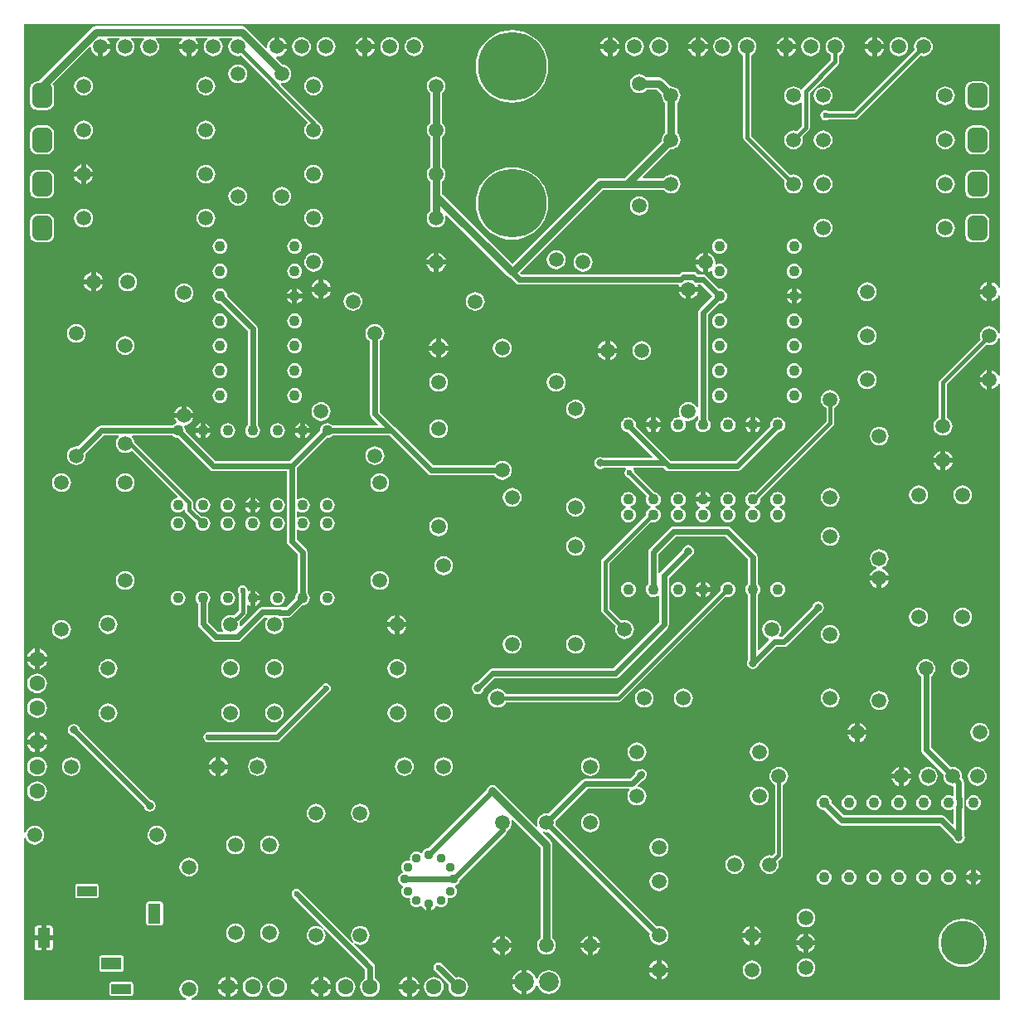
<source format=gbl>
G04 Layer_Physical_Order=2*
G04 Layer_Color=16711680*
%FSLAX25Y25*%
%MOIN*%
G70*
G01*
G75*
%ADD10C,0.01575*%
%ADD11C,0.03150*%
%ADD12C,0.02362*%
%ADD14C,0.05905*%
%ADD15C,0.04331*%
%ADD16C,0.03740*%
%ADD17C,0.27559*%
%ADD18C,0.17716*%
%ADD19C,0.06299*%
%ADD20C,0.07874*%
G04:AMPARAMS|DCode=21|XSize=78.74mil|YSize=98.42mil|CornerRadius=19.68mil|HoleSize=0mil|Usage=FLASHONLY|Rotation=0.000|XOffset=0mil|YOffset=0mil|HoleType=Round|Shape=RoundedRectangle|*
%AMROUNDEDRECTD21*
21,1,0.07874,0.05905,0,0,0.0*
21,1,0.03937,0.09842,0,0,0.0*
1,1,0.03937,0.01968,-0.02953*
1,1,0.03937,-0.01968,-0.02953*
1,1,0.03937,-0.01968,0.02953*
1,1,0.03937,0.01968,0.02953*
%
%ADD21ROUNDEDRECTD21*%
%ADD22R,0.05118X0.07874*%
%ADD23R,0.07874X0.03937*%
%ADD24R,0.07874X0.05118*%
%ADD25C,0.02362*%
%ADD26C,0.03150*%
G36*
X392898Y287126D02*
X392398Y287026D01*
X392232Y287426D01*
X391599Y288252D01*
X390773Y288886D01*
X389811Y289284D01*
X389779Y289288D01*
Y285433D01*
Y281578D01*
X389811Y281582D01*
X390773Y281980D01*
X391599Y282614D01*
X392232Y283440D01*
X392398Y283840D01*
X392898Y283740D01*
Y268819D01*
X392436Y268696D01*
X392057Y269609D01*
X391456Y270393D01*
X390672Y270995D01*
X389759Y271373D01*
X388779Y271502D01*
X387800Y271373D01*
X386887Y270995D01*
X386103Y270393D01*
X385502Y269609D01*
X385123Y268696D01*
X384994Y267717D01*
X385123Y266737D01*
X385237Y266463D01*
X368934Y250160D01*
X368583Y249635D01*
X368460Y249016D01*
Y234691D01*
X368186Y234577D01*
X367402Y233976D01*
X366801Y233192D01*
X366423Y232279D01*
X366294Y231299D01*
X366423Y230319D01*
X366801Y229407D01*
X367402Y228623D01*
X368186Y228021D01*
X369099Y227643D01*
X370079Y227514D01*
X371058Y227643D01*
X371971Y228021D01*
X372755Y228623D01*
X373357Y229407D01*
X373735Y230319D01*
X373864Y231299D01*
X373735Y232279D01*
X373357Y233192D01*
X372755Y233976D01*
X371971Y234577D01*
X371697Y234691D01*
Y248345D01*
X387526Y264174D01*
X387800Y264060D01*
X388779Y263931D01*
X389759Y264060D01*
X390672Y264439D01*
X391456Y265040D01*
X392057Y265824D01*
X392436Y266737D01*
X392898Y266614D01*
Y251693D01*
X392398Y251593D01*
X392232Y251993D01*
X391599Y252819D01*
X390773Y253453D01*
X389811Y253851D01*
X389779Y253855D01*
Y250000D01*
Y246145D01*
X389811Y246149D01*
X390773Y246547D01*
X391599Y247181D01*
X392232Y248007D01*
X392398Y248407D01*
X392898Y248307D01*
Y803D01*
X68032D01*
X67909Y1265D01*
X68822Y1643D01*
X69606Y2245D01*
X70207Y3029D01*
X70585Y3942D01*
X70714Y4921D01*
X70585Y5901D01*
X70207Y6814D01*
X69606Y7598D01*
X68822Y8199D01*
X67909Y8577D01*
X66929Y8706D01*
X65949Y8577D01*
X65037Y8199D01*
X64253Y7598D01*
X63651Y6814D01*
X63273Y5901D01*
X63144Y4921D01*
X63273Y3942D01*
X63651Y3029D01*
X64253Y2245D01*
X65037Y1643D01*
X65949Y1265D01*
X65826Y803D01*
X803D01*
Y65826D01*
X1265Y65949D01*
X1643Y65037D01*
X2245Y64253D01*
X3029Y63651D01*
X3942Y63273D01*
X4921Y63144D01*
X5901Y63273D01*
X6814Y63651D01*
X7598Y64253D01*
X8199Y65037D01*
X8577Y65949D01*
X8706Y66929D01*
X8577Y67909D01*
X8199Y68822D01*
X7598Y69606D01*
X6814Y70207D01*
X5901Y70585D01*
X4921Y70714D01*
X3942Y70585D01*
X3029Y70207D01*
X2245Y69606D01*
X1643Y68822D01*
X1265Y67909D01*
X803Y68032D01*
Y392898D01*
X392898D01*
Y287126D01*
D02*
G37*
%LPC*%
G36*
X150591Y137643D02*
X149611Y137514D01*
X148698Y137136D01*
X147914Y136535D01*
X147312Y135751D01*
X146934Y134838D01*
X146805Y133858D01*
X146934Y132879D01*
X147312Y131966D01*
X147914Y131182D01*
X148698Y130580D01*
X149611Y130202D01*
X150591Y130073D01*
X151570Y130202D01*
X152483Y130580D01*
X153267Y131182D01*
X153869Y131966D01*
X154247Y132879D01*
X154376Y133858D01*
X154247Y134838D01*
X153869Y135751D01*
X153267Y136535D01*
X152483Y137136D01*
X151570Y137514D01*
X150591Y137643D01*
D02*
G37*
G36*
X101378D02*
X100398Y137514D01*
X99485Y137136D01*
X98702Y136535D01*
X98100Y135751D01*
X97722Y134838D01*
X97593Y133858D01*
X97722Y132879D01*
X98100Y131966D01*
X98702Y131182D01*
X99485Y130580D01*
X100398Y130202D01*
X101378Y130073D01*
X102358Y130202D01*
X103270Y130580D01*
X104054Y131182D01*
X104656Y131966D01*
X105034Y132879D01*
X105163Y133858D01*
X105034Y134838D01*
X104656Y135751D01*
X104054Y136535D01*
X103270Y137136D01*
X102358Y137514D01*
X101378Y137643D01*
D02*
G37*
G36*
X34449Y137643D02*
X33469Y137514D01*
X32556Y137136D01*
X31772Y136535D01*
X31171Y135751D01*
X30793Y134838D01*
X30664Y133858D01*
X30793Y132879D01*
X31171Y131966D01*
X31772Y131182D01*
X32556Y130580D01*
X33469Y130202D01*
X34449Y130073D01*
X35429Y130202D01*
X36341Y130580D01*
X37125Y131182D01*
X37727Y131966D01*
X38105Y132879D01*
X38234Y133858D01*
X38105Y134838D01*
X37727Y135751D01*
X37125Y136535D01*
X36341Y137136D01*
X35429Y137514D01*
X34449Y137643D01*
D02*
G37*
G36*
X376969D02*
X375989Y137514D01*
X375076Y137136D01*
X374292Y136535D01*
X373691Y135751D01*
X373312Y134838D01*
X373183Y133858D01*
X373312Y132879D01*
X373691Y131966D01*
X374292Y131182D01*
X375076Y130580D01*
X375989Y130202D01*
X376969Y130073D01*
X377948Y130202D01*
X378861Y130580D01*
X379645Y131182D01*
X380246Y131966D01*
X380625Y132879D01*
X380754Y133858D01*
X380625Y134838D01*
X380246Y135751D01*
X379645Y136535D01*
X378861Y137136D01*
X377948Y137514D01*
X376969Y137643D01*
D02*
G37*
G36*
X83661D02*
X82682Y137514D01*
X81769Y137136D01*
X80985Y136535D01*
X80383Y135751D01*
X80005Y134838D01*
X79876Y133858D01*
X80005Y132879D01*
X80383Y131966D01*
X80985Y131182D01*
X81769Y130580D01*
X82682Y130202D01*
X83661Y130073D01*
X84641Y130202D01*
X85554Y130580D01*
X86338Y131182D01*
X86939Y131966D01*
X87318Y132879D01*
X87447Y133858D01*
X87318Y134838D01*
X86939Y135751D01*
X86338Y136535D01*
X85554Y137136D01*
X84641Y137514D01*
X83661Y137643D01*
D02*
G37*
G36*
X5906Y131936D02*
X4874Y131801D01*
X3914Y131403D01*
X3089Y130770D01*
X2455Y129945D01*
X2058Y128984D01*
X1922Y127953D01*
X2058Y126922D01*
X2455Y125961D01*
X3089Y125136D01*
X3914Y124503D01*
X4874Y124105D01*
X5906Y123969D01*
X6937Y124105D01*
X7897Y124503D01*
X8722Y125136D01*
X9356Y125961D01*
X9753Y126922D01*
X9889Y127953D01*
X9753Y128984D01*
X9356Y129945D01*
X8722Y130770D01*
X7897Y131403D01*
X6937Y131801D01*
X5906Y131936D01*
D02*
G37*
G36*
X344488Y124848D02*
X343509Y124719D01*
X342596Y124341D01*
X341812Y123740D01*
X341210Y122956D01*
X340832Y122043D01*
X340703Y121063D01*
X340832Y120083D01*
X341210Y119170D01*
X341812Y118386D01*
X342596Y117785D01*
X343509Y117407D01*
X344488Y117278D01*
X345468Y117407D01*
X346381Y117785D01*
X347165Y118386D01*
X347766Y119170D01*
X348144Y120083D01*
X348273Y121063D01*
X348144Y122043D01*
X347766Y122956D01*
X347165Y123740D01*
X346381Y124341D01*
X345468Y124719D01*
X344488Y124848D01*
D02*
G37*
G36*
X5906Y122094D02*
X4874Y121958D01*
X3914Y121560D01*
X3089Y120927D01*
X2455Y120102D01*
X2058Y119141D01*
X1922Y118110D01*
X2058Y117079D01*
X2455Y116118D01*
X3089Y115293D01*
X3914Y114660D01*
X4874Y114262D01*
X5906Y114127D01*
X6937Y114262D01*
X7897Y114660D01*
X8722Y115293D01*
X9356Y116118D01*
X9753Y117079D01*
X9889Y118110D01*
X9753Y119141D01*
X9356Y120102D01*
X8722Y120927D01*
X7897Y121560D01*
X6937Y121958D01*
X5906Y122094D01*
D02*
G37*
G36*
X250000Y125832D02*
X249020Y125703D01*
X248107Y125325D01*
X247323Y124724D01*
X246722Y123940D01*
X246344Y123027D01*
X246215Y122047D01*
X246344Y121068D01*
X246722Y120155D01*
X247323Y119371D01*
X248107Y118769D01*
X249020Y118391D01*
X250000Y118262D01*
X250980Y118391D01*
X251893Y118769D01*
X252677Y119371D01*
X253278Y120155D01*
X253656Y121068D01*
X253785Y122047D01*
X253656Y123027D01*
X253278Y123940D01*
X252677Y124724D01*
X251893Y125325D01*
X250980Y125703D01*
X250000Y125832D01*
D02*
G37*
G36*
X324803D02*
X323823Y125703D01*
X322911Y125325D01*
X322127Y124724D01*
X321525Y123940D01*
X321147Y123027D01*
X321018Y122047D01*
X321147Y121068D01*
X321525Y120155D01*
X322127Y119371D01*
X322911Y118769D01*
X323823Y118391D01*
X324803Y118262D01*
X325783Y118391D01*
X326696Y118769D01*
X327480Y119371D01*
X328081Y120155D01*
X328459Y121068D01*
X328588Y122047D01*
X328459Y123027D01*
X328081Y123940D01*
X327480Y124724D01*
X326696Y125325D01*
X325783Y125703D01*
X324803Y125832D01*
D02*
G37*
G36*
X265748D02*
X264768Y125703D01*
X263856Y125325D01*
X263071Y124724D01*
X262470Y123940D01*
X262092Y123027D01*
X261963Y122047D01*
X262092Y121068D01*
X262470Y120155D01*
X263071Y119371D01*
X263856Y118769D01*
X264768Y118391D01*
X265748Y118262D01*
X266728Y118391D01*
X267641Y118769D01*
X268425Y119371D01*
X269026Y120155D01*
X269404Y121068D01*
X269533Y122047D01*
X269404Y123027D01*
X269026Y123940D01*
X268425Y124724D01*
X267641Y125325D01*
X266728Y125703D01*
X265748Y125832D01*
D02*
G37*
G36*
X283465Y190996D02*
X261811D01*
X261038Y190842D01*
X260383Y190405D01*
X252194Y182216D01*
X251756Y181560D01*
X251602Y180787D01*
Y167896D01*
X251507Y167824D01*
X251032Y167204D01*
X250733Y166483D01*
X250631Y165709D01*
X250733Y164935D01*
X251032Y164213D01*
X251507Y163594D01*
X252127Y163118D01*
X252848Y162820D01*
X253622Y162718D01*
X254396Y162820D01*
X255118Y163118D01*
X255354Y163300D01*
X255854Y163053D01*
Y152411D01*
X237352Y133910D01*
X188976D01*
X188203Y133756D01*
X187548Y133318D01*
X182527Y128297D01*
X182144Y128221D01*
X181359Y127696D01*
X180834Y126911D01*
X180649Y125984D01*
X180834Y125058D01*
X181359Y124272D01*
X182144Y123747D01*
X183071Y123563D01*
X183997Y123747D01*
X184783Y124272D01*
X185308Y125058D01*
X185384Y125441D01*
X189813Y129870D01*
X238189D01*
X238962Y130024D01*
X239617Y130462D01*
X259302Y150146D01*
X259740Y150802D01*
X259894Y151575D01*
Y170423D01*
X268260Y178789D01*
X268643Y178865D01*
X269429Y179390D01*
X269954Y180176D01*
X270138Y181102D01*
X269954Y182029D01*
X269429Y182815D01*
X268643Y183339D01*
X267717Y183524D01*
X266790Y183339D01*
X266004Y182815D01*
X265479Y182029D01*
X265403Y181646D01*
X256446Y172688D01*
X256142Y172233D01*
X255642Y172385D01*
Y179951D01*
X262648Y186957D01*
X282628D01*
X291602Y177982D01*
Y167896D01*
X291507Y167824D01*
X291032Y167204D01*
X290733Y166483D01*
X290631Y165709D01*
X290733Y164935D01*
X291032Y164213D01*
X291507Y163594D01*
X291602Y163521D01*
Y137393D01*
X291385Y137068D01*
X291201Y136142D01*
X291385Y135215D01*
X291910Y134430D01*
X292695Y133905D01*
X293622Y133720D01*
X294549Y133905D01*
X295334Y134430D01*
X295859Y135215D01*
X295935Y135598D01*
X303002Y142665D01*
X306102D01*
X306875Y142819D01*
X307531Y143257D01*
X320425Y156151D01*
X320809Y156228D01*
X321594Y156752D01*
X322119Y157538D01*
X322303Y158465D01*
X322119Y159391D01*
X321594Y160177D01*
X320809Y160702D01*
X319882Y160886D01*
X318955Y160702D01*
X318170Y160177D01*
X317645Y159391D01*
X317569Y159008D01*
X305266Y146705D01*
X304315D01*
X304069Y147205D01*
X304459Y147714D01*
X304837Y148627D01*
X304966Y149606D01*
X304837Y150586D01*
X304459Y151499D01*
X303858Y152283D01*
X303074Y152884D01*
X302161Y153262D01*
X301181Y153391D01*
X300201Y153262D01*
X299289Y152884D01*
X298505Y152283D01*
X297903Y151499D01*
X297525Y150586D01*
X297396Y149606D01*
X297525Y148627D01*
X297903Y147714D01*
X298505Y146930D01*
X299289Y146328D01*
X299965Y146048D01*
X300112Y145488D01*
X296104Y141480D01*
X295642Y141672D01*
Y163521D01*
X295737Y163594D01*
X296212Y164213D01*
X296511Y164935D01*
X296613Y165709D01*
X296511Y166483D01*
X296212Y167204D01*
X295737Y167824D01*
X295642Y167896D01*
Y178819D01*
X295488Y179592D01*
X295050Y180247D01*
X284893Y190405D01*
X284238Y190842D01*
X283465Y190996D01*
D02*
G37*
G36*
X15748Y153391D02*
X14768Y153262D01*
X13856Y152884D01*
X13071Y152283D01*
X12470Y151499D01*
X12092Y150586D01*
X11963Y149606D01*
X12092Y148627D01*
X12470Y147714D01*
X13071Y146930D01*
X13856Y146328D01*
X14768Y145950D01*
X15748Y145821D01*
X16728Y145950D01*
X17641Y146328D01*
X18425Y146930D01*
X19026Y147714D01*
X19404Y148627D01*
X19533Y149606D01*
X19404Y150586D01*
X19026Y151499D01*
X18425Y152283D01*
X17641Y152884D01*
X16728Y153262D01*
X15748Y153391D01*
D02*
G37*
G36*
X324803Y151423D02*
X323823Y151294D01*
X322911Y150916D01*
X322127Y150314D01*
X321525Y149530D01*
X321147Y148617D01*
X321018Y147638D01*
X321147Y146658D01*
X321525Y145745D01*
X322127Y144961D01*
X322911Y144360D01*
X323823Y143982D01*
X324803Y143853D01*
X325783Y143982D01*
X326696Y144360D01*
X327480Y144961D01*
X328081Y145745D01*
X328459Y146658D01*
X328588Y147638D01*
X328459Y148617D01*
X328081Y149530D01*
X327480Y150314D01*
X326696Y150916D01*
X325783Y151294D01*
X324803Y151423D01*
D02*
G37*
G36*
X149591Y150575D02*
X146735D01*
X146739Y150543D01*
X147138Y149581D01*
X147771Y148756D01*
X148597Y148122D01*
X149559Y147724D01*
X149591Y147720D01*
Y150575D01*
D02*
G37*
G36*
X34449Y155360D02*
X33469Y155231D01*
X32556Y154853D01*
X31772Y154251D01*
X31171Y153467D01*
X30793Y152555D01*
X30664Y151575D01*
X30793Y150595D01*
X31171Y149682D01*
X31772Y148898D01*
X32556Y148297D01*
X33469Y147919D01*
X34449Y147790D01*
X35429Y147919D01*
X36341Y148297D01*
X37125Y148898D01*
X37727Y149682D01*
X38105Y150595D01*
X38234Y151575D01*
X38105Y152555D01*
X37727Y153467D01*
X37125Y154251D01*
X36341Y154853D01*
X35429Y155231D01*
X34449Y155360D01*
D02*
G37*
G36*
X154446Y150575D02*
X151591D01*
Y147720D01*
X151622Y147724D01*
X152584Y148122D01*
X153410Y148756D01*
X154043Y149581D01*
X154442Y150543D01*
X154446Y150575D01*
D02*
G37*
G36*
X222441Y147486D02*
X221461Y147357D01*
X220548Y146979D01*
X219764Y146377D01*
X219163Y145593D01*
X218785Y144680D01*
X218656Y143701D01*
X218785Y142721D01*
X219163Y141808D01*
X219764Y141024D01*
X220548Y140423D01*
X221461Y140045D01*
X222441Y139916D01*
X223421Y140045D01*
X224334Y140423D01*
X225117Y141024D01*
X225719Y141808D01*
X226097Y142721D01*
X226226Y143701D01*
X226097Y144680D01*
X225719Y145593D01*
X225117Y146377D01*
X224334Y146979D01*
X223421Y147357D01*
X222441Y147486D01*
D02*
G37*
G36*
X9959Y136795D02*
X6905D01*
Y133741D01*
X6989Y133753D01*
X7998Y134171D01*
X8865Y134836D01*
X9530Y135703D01*
X9948Y136712D01*
X9959Y136795D01*
D02*
G37*
G36*
X4905D02*
X1852D01*
X1863Y136712D01*
X2281Y135703D01*
X2946Y134836D01*
X3813Y134171D01*
X4822Y133753D01*
X4905Y133741D01*
Y136795D01*
D02*
G37*
G36*
Y141849D02*
X4822Y141838D01*
X3813Y141420D01*
X2946Y140755D01*
X2281Y139888D01*
X1863Y138879D01*
X1852Y138795D01*
X4905D01*
Y141849D01*
D02*
G37*
G36*
X196850Y147486D02*
X195871Y147357D01*
X194958Y146979D01*
X194174Y146377D01*
X193572Y145593D01*
X193194Y144680D01*
X193065Y143701D01*
X193194Y142721D01*
X193572Y141808D01*
X194174Y141024D01*
X194958Y140423D01*
X195871Y140045D01*
X196850Y139916D01*
X197830Y140045D01*
X198743Y140423D01*
X199527Y141024D01*
X200128Y141808D01*
X200506Y142721D01*
X200636Y143701D01*
X200506Y144680D01*
X200128Y145593D01*
X199527Y146377D01*
X198743Y146979D01*
X197830Y147357D01*
X196850Y147486D01*
D02*
G37*
G36*
X6905Y141849D02*
Y138795D01*
X9959D01*
X9948Y138879D01*
X9530Y139888D01*
X8865Y140755D01*
X7998Y141420D01*
X6989Y141838D01*
X6905Y141849D01*
D02*
G37*
G36*
X169291Y119927D02*
X168312Y119798D01*
X167399Y119420D01*
X166615Y118818D01*
X166013Y118034D01*
X165635Y117121D01*
X165506Y116142D01*
X165635Y115162D01*
X166013Y114249D01*
X166615Y113465D01*
X167399Y112864D01*
X168312Y112486D01*
X169291Y112357D01*
X170271Y112486D01*
X171184Y112864D01*
X171968Y113465D01*
X172569Y114249D01*
X172948Y115162D01*
X173076Y116142D01*
X172948Y117121D01*
X172569Y118034D01*
X171968Y118818D01*
X171184Y119420D01*
X170271Y119798D01*
X169291Y119927D01*
D02*
G37*
G36*
X247047Y104179D02*
X246068Y104050D01*
X245155Y103672D01*
X244371Y103070D01*
X243769Y102286D01*
X243391Y101373D01*
X243262Y100394D01*
X243391Y99414D01*
X243769Y98501D01*
X244371Y97717D01*
X245155Y97116D01*
X246068Y96737D01*
X247047Y96609D01*
X248027Y96737D01*
X248940Y97116D01*
X249724Y97717D01*
X250325Y98501D01*
X250703Y99414D01*
X250832Y100394D01*
X250703Y101373D01*
X250325Y102286D01*
X249724Y103070D01*
X248940Y103672D01*
X248027Y104050D01*
X247047Y104179D01*
D02*
G37*
G36*
X79740Y98343D02*
Y95488D01*
X82595D01*
X82591Y95520D01*
X82193Y96482D01*
X81559Y97307D01*
X80734Y97941D01*
X79772Y98339D01*
X79740Y98343D01*
D02*
G37*
G36*
X296260Y104179D02*
X295280Y104050D01*
X294367Y103672D01*
X293583Y103070D01*
X292982Y102286D01*
X292604Y101373D01*
X292475Y100394D01*
X292604Y99414D01*
X292982Y98501D01*
X293583Y97717D01*
X294367Y97116D01*
X295280Y96737D01*
X296260Y96609D01*
X297239Y96737D01*
X298152Y97116D01*
X298936Y97717D01*
X299538Y98501D01*
X299916Y99414D01*
X300045Y100394D01*
X299916Y101373D01*
X299538Y102286D01*
X298936Y103070D01*
X298152Y103672D01*
X297239Y104050D01*
X296260Y104179D01*
D02*
G37*
G36*
X9959Y103331D02*
X6905D01*
Y100277D01*
X6989Y100288D01*
X7998Y100706D01*
X8865Y101371D01*
X9530Y102238D01*
X9948Y103247D01*
X9959Y103331D01*
D02*
G37*
G36*
X4905D02*
X1852D01*
X1863Y103247D01*
X2281Y102238D01*
X2946Y101371D01*
X3813Y100706D01*
X4822Y100288D01*
X4905Y100277D01*
Y103331D01*
D02*
G37*
G36*
X77740Y98343D02*
X77708Y98339D01*
X76747Y97941D01*
X75921Y97307D01*
X75287Y96482D01*
X74889Y95520D01*
X74885Y95488D01*
X77740D01*
Y98343D01*
D02*
G37*
G36*
X228346Y98273D02*
X227367Y98144D01*
X226454Y97766D01*
X225670Y97165D01*
X225068Y96381D01*
X224690Y95468D01*
X224561Y94488D01*
X224690Y93508D01*
X225068Y92596D01*
X225670Y91812D01*
X226454Y91210D01*
X227367Y90832D01*
X228346Y90703D01*
X229326Y90832D01*
X230239Y91210D01*
X231023Y91812D01*
X231625Y92596D01*
X232003Y93508D01*
X232132Y94488D01*
X232003Y95468D01*
X231625Y96381D01*
X231023Y97165D01*
X230239Y97766D01*
X229326Y98144D01*
X228346Y98273D01*
D02*
G37*
G36*
X169291D02*
X168312Y98144D01*
X167399Y97766D01*
X166615Y97165D01*
X166013Y96381D01*
X165635Y95468D01*
X165506Y94488D01*
X165635Y93508D01*
X166013Y92596D01*
X166615Y91812D01*
X167399Y91210D01*
X168312Y90832D01*
X169291Y90703D01*
X170271Y90832D01*
X171184Y91210D01*
X171968Y91812D01*
X172569Y92596D01*
X172948Y93508D01*
X173076Y94488D01*
X172948Y95468D01*
X172569Y96381D01*
X171968Y97165D01*
X171184Y97766D01*
X170271Y98144D01*
X169291Y98273D01*
D02*
G37*
G36*
X352346Y94406D02*
X352315Y94402D01*
X351353Y94004D01*
X350527Y93370D01*
X349894Y92545D01*
X349495Y91583D01*
X349491Y91551D01*
X352346D01*
Y94406D01*
D02*
G37*
G36*
X249016Y93555D02*
X248542Y93461D01*
X248524Y93465D01*
X247597Y93280D01*
X246812Y92755D01*
X246287Y91970D01*
X246210Y91587D01*
X244242Y89618D01*
X226378D01*
X225605Y89465D01*
X224950Y89027D01*
X211451Y75528D01*
X210630Y75635D01*
X209650Y75507D01*
X208737Y75128D01*
X207953Y74527D01*
X207352Y73743D01*
X206974Y72830D01*
X206845Y71850D01*
X206974Y70871D01*
X207038Y70715D01*
X206614Y70432D01*
X190689Y86358D01*
X189903Y86883D01*
X188976Y87067D01*
X188050Y86883D01*
X187264Y86358D01*
X186739Y85572D01*
X186663Y85189D01*
X163198Y61724D01*
X162689Y61656D01*
X162039Y61387D01*
X161481Y60959D01*
X161054Y60402D01*
X160830Y59861D01*
X160596Y59750D01*
X160533Y59733D01*
X160275Y59713D01*
X159811Y60069D01*
X159162Y60338D01*
X158465Y60430D01*
X157767Y60338D01*
X157118Y60069D01*
X156560Y59641D01*
X156132Y59083D01*
X155863Y58434D01*
X155772Y57736D01*
X155848Y57157D01*
X155701Y56943D01*
X155655Y56897D01*
X155442Y56751D01*
X154862Y56827D01*
X154165Y56735D01*
X153515Y56466D01*
X152958Y56038D01*
X152530Y55480D01*
X152261Y54831D01*
X152169Y54134D01*
X152261Y53437D01*
X152530Y52787D01*
X152886Y52323D01*
X152866Y52065D01*
X152849Y52002D01*
X152737Y51769D01*
X152197Y51545D01*
X151639Y51117D01*
X151211Y50559D01*
X150942Y49910D01*
X150850Y49213D01*
X150942Y48516D01*
X151211Y47866D01*
X151639Y47308D01*
X152197Y46880D01*
X152737Y46657D01*
X152849Y46423D01*
X152866Y46360D01*
X152886Y46102D01*
X152530Y45638D01*
X152261Y44988D01*
X152169Y44291D01*
X152261Y43594D01*
X152530Y42945D01*
X152958Y42387D01*
X153515Y41959D01*
X154165Y41690D01*
X154862Y41598D01*
X155442Y41675D01*
X155655Y41528D01*
X155701Y41482D01*
X155848Y41268D01*
X155772Y40689D01*
X155863Y39992D01*
X156132Y39342D01*
X156560Y38784D01*
X157118Y38356D01*
X157767Y38087D01*
X158465Y37996D01*
X159162Y38087D01*
X159811Y38356D01*
X160092Y38572D01*
X160180Y38581D01*
X160681Y38401D01*
X160879Y37923D01*
X161339Y37323D01*
X161938Y36863D01*
X162386Y36678D01*
Y39370D01*
X164386D01*
Y36678D01*
X164833Y36863D01*
X165433Y37323D01*
X165893Y37923D01*
X166091Y38401D01*
X166592Y38581D01*
X166680Y38572D01*
X166961Y38356D01*
X167610Y38087D01*
X168307Y37996D01*
X169004Y38087D01*
X169654Y38356D01*
X170211Y38784D01*
X170639Y39342D01*
X170908Y39992D01*
X171000Y40689D01*
X170924Y41268D01*
X171070Y41482D01*
X171117Y41528D01*
X171330Y41675D01*
X171910Y41598D01*
X172607Y41690D01*
X173256Y41959D01*
X173814Y42387D01*
X174242Y42945D01*
X174511Y43594D01*
X174603Y44291D01*
X174511Y44988D01*
X174242Y45638D01*
X173886Y46102D01*
X173906Y46360D01*
X173923Y46423D01*
X174035Y46657D01*
X174575Y46880D01*
X175133Y47308D01*
X175561Y47866D01*
X175830Y48516D01*
X175897Y49024D01*
X194342Y67469D01*
X194780Y68125D01*
X194880Y68629D01*
X195590Y69174D01*
X196191Y69958D01*
X196570Y70871D01*
X196698Y71850D01*
X196570Y72830D01*
X196505Y72986D01*
X196929Y73269D01*
X208209Y61989D01*
Y25510D01*
X207953Y25314D01*
X207352Y24530D01*
X206974Y23617D01*
X206845Y22638D01*
X206974Y21658D01*
X207352Y20745D01*
X207953Y19961D01*
X208737Y19360D01*
X209650Y18982D01*
X210630Y18853D01*
X211610Y18982D01*
X212523Y19360D01*
X213306Y19961D01*
X213908Y20745D01*
X214286Y21658D01*
X214415Y22638D01*
X214286Y23617D01*
X213908Y24530D01*
X213306Y25314D01*
X213051Y25510D01*
Y62992D01*
X212867Y63919D01*
X212342Y64704D01*
X209212Y67835D01*
X209495Y68259D01*
X209650Y68194D01*
X210630Y68065D01*
X211450Y68173D01*
X252228Y27395D01*
X252120Y26575D01*
X252249Y25595D01*
X252627Y24682D01*
X253229Y23898D01*
X254013Y23297D01*
X254926Y22919D01*
X255906Y22790D01*
X256885Y22919D01*
X257798Y23297D01*
X258582Y23898D01*
X259184Y24682D01*
X259562Y25595D01*
X259691Y26575D01*
X259562Y27555D01*
X259184Y28467D01*
X258582Y29251D01*
X257798Y29853D01*
X256885Y30231D01*
X255906Y30360D01*
X255085Y30252D01*
X214307Y71030D01*
X214415Y71850D01*
X214307Y72671D01*
X227215Y85579D01*
X243913D01*
X244160Y85079D01*
X243769Y84570D01*
X243391Y83657D01*
X243262Y82677D01*
X243391Y81697D01*
X243769Y80785D01*
X244371Y80001D01*
X245155Y79399D01*
X246068Y79021D01*
X247047Y78892D01*
X248027Y79021D01*
X248940Y79399D01*
X249724Y80001D01*
X250325Y80785D01*
X250703Y81697D01*
X250832Y82677D01*
X250703Y83657D01*
X250325Y84570D01*
X249724Y85354D01*
X248940Y85955D01*
X248027Y86333D01*
X247453Y86409D01*
X247274Y86937D01*
X249067Y88730D01*
X249450Y88806D01*
X250236Y89331D01*
X250761Y90117D01*
X250945Y91043D01*
X250941Y91061D01*
X251036Y91535D01*
X250882Y92308D01*
X250444Y92964D01*
X249789Y93402D01*
X249016Y93555D01*
D02*
G37*
G36*
X354346Y94406D02*
Y91551D01*
X357202D01*
X357197Y91583D01*
X356799Y92545D01*
X356166Y93370D01*
X355340Y94004D01*
X354378Y94402D01*
X354346Y94406D01*
D02*
G37*
G36*
X122047Y128004D02*
X121274Y127850D01*
X120619Y127412D01*
X101525Y108319D01*
X74803D01*
X74030Y108165D01*
X73375Y107728D01*
X72937Y107072D01*
X72783Y106299D01*
X72937Y105526D01*
X73375Y104871D01*
X74030Y104433D01*
X74803Y104279D01*
X102362D01*
X103135Y104433D01*
X103790Y104871D01*
X123476Y124556D01*
X123913Y125211D01*
X124067Y125984D01*
X123913Y126757D01*
X123476Y127412D01*
X122820Y127850D01*
X122047Y128004D01*
D02*
G37*
G36*
X34449Y119927D02*
X33469Y119798D01*
X32556Y119420D01*
X31772Y118818D01*
X31171Y118034D01*
X30793Y117121D01*
X30664Y116142D01*
X30793Y115162D01*
X31171Y114249D01*
X31772Y113465D01*
X32556Y112864D01*
X33469Y112486D01*
X34449Y112357D01*
X35429Y112486D01*
X36341Y112864D01*
X37125Y113465D01*
X37727Y114249D01*
X38105Y115162D01*
X38234Y116142D01*
X38105Y117121D01*
X37727Y118034D01*
X37125Y118818D01*
X36341Y119420D01*
X35429Y119798D01*
X34449Y119927D01*
D02*
G37*
G36*
X336630Y112123D02*
Y109268D01*
X339485D01*
X339481Y109300D01*
X339083Y110261D01*
X338449Y111087D01*
X337623Y111720D01*
X336662Y112119D01*
X336630Y112123D01*
D02*
G37*
G36*
X83661Y119927D02*
X82682Y119798D01*
X81769Y119420D01*
X80985Y118818D01*
X80383Y118034D01*
X80005Y117121D01*
X79876Y116142D01*
X80005Y115162D01*
X80383Y114249D01*
X80985Y113465D01*
X81769Y112864D01*
X82682Y112486D01*
X83661Y112357D01*
X84641Y112486D01*
X85554Y112864D01*
X86338Y113465D01*
X86939Y114249D01*
X87318Y115162D01*
X87447Y116142D01*
X87318Y117121D01*
X86939Y118034D01*
X86338Y118818D01*
X85554Y119420D01*
X84641Y119798D01*
X83661Y119927D01*
D02*
G37*
G36*
X150591D02*
X149611Y119798D01*
X148698Y119420D01*
X147914Y118818D01*
X147312Y118034D01*
X146934Y117121D01*
X146805Y116142D01*
X146934Y115162D01*
X147312Y114249D01*
X147914Y113465D01*
X148698Y112864D01*
X149611Y112486D01*
X150591Y112357D01*
X151570Y112486D01*
X152483Y112864D01*
X153267Y113465D01*
X153869Y114249D01*
X154247Y115162D01*
X154376Y116142D01*
X154247Y117121D01*
X153869Y118034D01*
X153267Y118818D01*
X152483Y119420D01*
X151570Y119798D01*
X150591Y119927D01*
D02*
G37*
G36*
X101378D02*
X100398Y119798D01*
X99485Y119420D01*
X98702Y118818D01*
X98100Y118034D01*
X97722Y117121D01*
X97593Y116142D01*
X97722Y115162D01*
X98100Y114249D01*
X98702Y113465D01*
X99485Y112864D01*
X100398Y112486D01*
X101378Y112357D01*
X102358Y112486D01*
X103270Y112864D01*
X104054Y113465D01*
X104656Y114249D01*
X105034Y115162D01*
X105163Y116142D01*
X105034Y117121D01*
X104656Y118034D01*
X104054Y118818D01*
X103270Y119420D01*
X102358Y119798D01*
X101378Y119927D01*
D02*
G37*
G36*
X334630Y112123D02*
X334598Y112119D01*
X333636Y111720D01*
X332811Y111087D01*
X332177Y110261D01*
X331779Y109300D01*
X331775Y109268D01*
X334630D01*
Y112123D01*
D02*
G37*
G36*
X339485Y107268D02*
X336630D01*
Y104412D01*
X336662Y104417D01*
X337623Y104815D01*
X338449Y105449D01*
X339083Y106274D01*
X339481Y107236D01*
X339485Y107268D01*
D02*
G37*
G36*
X334630D02*
X331775D01*
X331779Y107236D01*
X332177Y106274D01*
X332811Y105449D01*
X333636Y104815D01*
X334598Y104417D01*
X334630Y104412D01*
Y107268D01*
D02*
G37*
G36*
X384842Y112053D02*
X383863Y111924D01*
X382950Y111546D01*
X382166Y110944D01*
X381564Y110160D01*
X381186Y109247D01*
X381057Y108268D01*
X381186Y107288D01*
X381564Y106375D01*
X382166Y105591D01*
X382950Y104990D01*
X383863Y104612D01*
X384842Y104483D01*
X385822Y104612D01*
X386735Y104990D01*
X387519Y105591D01*
X388121Y106375D01*
X388499Y107288D01*
X388628Y108268D01*
X388499Y109247D01*
X388121Y110160D01*
X387519Y110944D01*
X386735Y111546D01*
X385822Y111924D01*
X384842Y112053D01*
D02*
G37*
G36*
X6905Y108385D02*
Y105331D01*
X9959D01*
X9948Y105414D01*
X9530Y106423D01*
X8865Y107290D01*
X7998Y107955D01*
X6989Y108373D01*
X6905Y108385D01*
D02*
G37*
G36*
X4905D02*
X4822Y108373D01*
X3813Y107955D01*
X2946Y107290D01*
X2281Y106423D01*
X1863Y105414D01*
X1852Y105331D01*
X4905D01*
Y108385D01*
D02*
G37*
G36*
X243622Y204920D02*
X242848Y204818D01*
X242127Y204519D01*
X241507Y204044D01*
X241032Y203425D01*
X240733Y202703D01*
X240631Y201929D01*
X240733Y201155D01*
X241032Y200434D01*
X241507Y199814D01*
X242127Y199339D01*
X242756Y199078D01*
X242801Y198845D01*
Y198793D01*
X242756Y198560D01*
X242127Y198299D01*
X241507Y197824D01*
X241032Y197204D01*
X240733Y196483D01*
X240631Y195709D01*
X240733Y194934D01*
X241032Y194213D01*
X241507Y193594D01*
X242127Y193118D01*
X242848Y192820D01*
X243622Y192718D01*
X244396Y192820D01*
X245117Y193118D01*
X245737Y193594D01*
X246212Y194213D01*
X246511Y194934D01*
X246613Y195709D01*
X246511Y196483D01*
X246212Y197204D01*
X245737Y197824D01*
X245117Y198299D01*
X244488Y198560D01*
X244443Y198793D01*
Y198845D01*
X244488Y199078D01*
X245117Y199339D01*
X245737Y199814D01*
X246212Y200434D01*
X246511Y201155D01*
X246613Y201929D01*
X246511Y202703D01*
X246212Y203425D01*
X245737Y204044D01*
X245117Y204519D01*
X244396Y204818D01*
X243622Y204920D01*
D02*
G37*
G36*
X122520Y195156D02*
X121746Y195054D01*
X121024Y194756D01*
X120405Y194280D01*
X119930Y193661D01*
X119631Y192939D01*
X119529Y192165D01*
X119631Y191391D01*
X119930Y190670D01*
X120405Y190050D01*
X121024Y189575D01*
X121746Y189276D01*
X122520Y189174D01*
X123294Y189276D01*
X124015Y189575D01*
X124635Y190050D01*
X125110Y190670D01*
X125409Y191391D01*
X125511Y192165D01*
X125409Y192939D01*
X125110Y193661D01*
X124635Y194280D01*
X124015Y194756D01*
X123294Y195054D01*
X122520Y195156D01*
D02*
G37*
G36*
X102520D02*
X101746Y195054D01*
X101024Y194756D01*
X100405Y194280D01*
X99929Y193661D01*
X99631Y192939D01*
X99529Y192165D01*
X99631Y191391D01*
X99929Y190670D01*
X100405Y190050D01*
X101024Y189575D01*
X101746Y189276D01*
X102520Y189174D01*
X103294Y189276D01*
X104015Y189575D01*
X104635Y190050D01*
X105110Y190670D01*
X105409Y191391D01*
X105511Y192165D01*
X105409Y192939D01*
X105110Y193661D01*
X104635Y194280D01*
X104015Y194756D01*
X103294Y195054D01*
X102520Y195156D01*
D02*
G37*
G36*
X283622Y204920D02*
X282848Y204818D01*
X282127Y204519D01*
X281507Y204044D01*
X281032Y203425D01*
X280733Y202703D01*
X280631Y201929D01*
X280733Y201155D01*
X281032Y200434D01*
X281507Y199814D01*
X282127Y199339D01*
X282756Y199078D01*
X282801Y198845D01*
Y198793D01*
X282756Y198560D01*
X282127Y198299D01*
X281507Y197824D01*
X281032Y197204D01*
X280733Y196483D01*
X280631Y195709D01*
X280733Y194934D01*
X281032Y194213D01*
X281507Y193594D01*
X282127Y193118D01*
X282848Y192820D01*
X283622Y192718D01*
X284396Y192820D01*
X285118Y193118D01*
X285737Y193594D01*
X286212Y194213D01*
X286511Y194934D01*
X286613Y195709D01*
X286511Y196483D01*
X286212Y197204D01*
X285737Y197824D01*
X285118Y198299D01*
X284488Y198560D01*
X284443Y198793D01*
Y198845D01*
X284488Y199078D01*
X285118Y199339D01*
X285737Y199814D01*
X286212Y200434D01*
X286511Y201155D01*
X286613Y201929D01*
X286511Y202703D01*
X286212Y203425D01*
X285737Y204044D01*
X285118Y204519D01*
X284396Y204818D01*
X283622Y204920D01*
D02*
G37*
G36*
X276634Y200929D02*
X270610D01*
X270857Y200333D01*
X271364Y199672D01*
X272026Y199164D01*
X272467Y198981D01*
Y198440D01*
X272127Y198299D01*
X271507Y197824D01*
X271032Y197204D01*
X270733Y196483D01*
X270631Y195709D01*
X270733Y194934D01*
X271032Y194213D01*
X271507Y193594D01*
X272127Y193118D01*
X272848Y192820D01*
X273622Y192718D01*
X274396Y192820D01*
X275117Y193118D01*
X275737Y193594D01*
X276212Y194213D01*
X276511Y194934D01*
X276613Y195709D01*
X276511Y196483D01*
X276212Y197204D01*
X275737Y197824D01*
X275117Y198299D01*
X274777Y198440D01*
Y198981D01*
X275218Y199164D01*
X275880Y199672D01*
X276387Y200333D01*
X276634Y200929D01*
D02*
G37*
G36*
X263622Y204920D02*
X262848Y204818D01*
X262127Y204519D01*
X261507Y204044D01*
X261032Y203425D01*
X260733Y202703D01*
X260631Y201929D01*
X260733Y201155D01*
X261032Y200434D01*
X261507Y199814D01*
X262127Y199339D01*
X262756Y199078D01*
X262801Y198845D01*
Y198793D01*
X262756Y198560D01*
X262127Y198299D01*
X261507Y197824D01*
X261032Y197204D01*
X260733Y196483D01*
X260631Y195709D01*
X260733Y194934D01*
X261032Y194213D01*
X261507Y193594D01*
X262127Y193118D01*
X262848Y192820D01*
X263622Y192718D01*
X264396Y192820D01*
X265118Y193118D01*
X265737Y193594D01*
X266212Y194213D01*
X266511Y194934D01*
X266613Y195709D01*
X266511Y196483D01*
X266212Y197204D01*
X265737Y197824D01*
X265118Y198299D01*
X264488Y198560D01*
X264443Y198793D01*
Y198845D01*
X264488Y199078D01*
X265118Y199339D01*
X265737Y199814D01*
X266212Y200434D01*
X266511Y201155D01*
X266613Y201929D01*
X266511Y202703D01*
X266212Y203425D01*
X265737Y204044D01*
X265118Y204519D01*
X264396Y204818D01*
X263622Y204920D01*
D02*
G37*
G36*
X167323Y194730D02*
X166343Y194601D01*
X165430Y194223D01*
X164646Y193621D01*
X164045Y192837D01*
X163667Y191925D01*
X163538Y190945D01*
X163667Y189965D01*
X164045Y189052D01*
X164646Y188268D01*
X165430Y187667D01*
X166343Y187289D01*
X167323Y187160D01*
X168303Y187289D01*
X169215Y187667D01*
X169999Y188268D01*
X170601Y189052D01*
X170979Y189965D01*
X171108Y190945D01*
X170979Y191925D01*
X170601Y192837D01*
X169999Y193621D01*
X169215Y194223D01*
X168303Y194601D01*
X167323Y194730D01*
D02*
G37*
G36*
X324803Y190793D02*
X323823Y190664D01*
X322911Y190286D01*
X322127Y189684D01*
X321525Y188900D01*
X321147Y187987D01*
X321018Y187008D01*
X321147Y186028D01*
X321525Y185115D01*
X322127Y184331D01*
X322911Y183730D01*
X323823Y183352D01*
X324803Y183223D01*
X325783Y183352D01*
X326696Y183730D01*
X327480Y184331D01*
X328081Y185115D01*
X328459Y186028D01*
X328588Y187008D01*
X328459Y187987D01*
X328081Y188900D01*
X327480Y189684D01*
X326696Y190286D01*
X325783Y190664D01*
X324803Y190793D01*
D02*
G37*
G36*
X222441Y186856D02*
X221461Y186727D01*
X220548Y186349D01*
X219764Y185747D01*
X219163Y184963D01*
X218785Y184051D01*
X218656Y183071D01*
X218785Y182091D01*
X219163Y181178D01*
X219764Y180394D01*
X220548Y179793D01*
X221461Y179415D01*
X222441Y179286D01*
X223421Y179415D01*
X224334Y179793D01*
X225117Y180394D01*
X225719Y181178D01*
X226097Y182091D01*
X226226Y183071D01*
X226097Y184051D01*
X225719Y184963D01*
X225117Y185747D01*
X224334Y186349D01*
X223421Y186727D01*
X222441Y186856D01*
D02*
G37*
G36*
X92520Y195156D02*
X91746Y195054D01*
X91024Y194756D01*
X90405Y194280D01*
X89929Y193661D01*
X89631Y192939D01*
X89529Y192165D01*
X89631Y191391D01*
X89929Y190670D01*
X90405Y190050D01*
X91024Y189575D01*
X91746Y189276D01*
X92520Y189174D01*
X93294Y189276D01*
X94015Y189575D01*
X94635Y190050D01*
X95110Y190670D01*
X95409Y191391D01*
X95511Y192165D01*
X95409Y192939D01*
X95110Y193661D01*
X94635Y194280D01*
X94015Y194756D01*
X93294Y195054D01*
X92520Y195156D01*
D02*
G37*
G36*
X82520D02*
X81746Y195054D01*
X81024Y194756D01*
X80405Y194280D01*
X79930Y193661D01*
X79631Y192939D01*
X79529Y192165D01*
X79631Y191391D01*
X79930Y190670D01*
X80405Y190050D01*
X81024Y189575D01*
X81746Y189276D01*
X82520Y189174D01*
X83294Y189276D01*
X84015Y189575D01*
X84635Y190050D01*
X85110Y190670D01*
X85409Y191391D01*
X85511Y192165D01*
X85409Y192939D01*
X85110Y193661D01*
X84635Y194280D01*
X84015Y194756D01*
X83294Y195054D01*
X82520Y195156D01*
D02*
G37*
G36*
X62520D02*
X61746Y195054D01*
X61024Y194756D01*
X60405Y194280D01*
X59930Y193661D01*
X59631Y192939D01*
X59529Y192165D01*
X59631Y191391D01*
X59930Y190670D01*
X60405Y190050D01*
X61024Y189575D01*
X61746Y189276D01*
X62520Y189174D01*
X63294Y189276D01*
X64015Y189575D01*
X64635Y190050D01*
X65110Y190670D01*
X65409Y191391D01*
X65511Y192165D01*
X65409Y192939D01*
X65110Y193661D01*
X64635Y194280D01*
X64015Y194756D01*
X63294Y195054D01*
X62520Y195156D01*
D02*
G37*
G36*
X324803Y206541D02*
X323823Y206412D01*
X322911Y206034D01*
X322127Y205432D01*
X321525Y204648D01*
X321147Y203736D01*
X321018Y202756D01*
X321147Y201776D01*
X321525Y200863D01*
X322127Y200079D01*
X322911Y199478D01*
X323823Y199100D01*
X324803Y198971D01*
X325783Y199100D01*
X326696Y199478D01*
X327480Y200079D01*
X328081Y200863D01*
X328459Y201776D01*
X328588Y202756D01*
X328459Y203736D01*
X328081Y204648D01*
X327480Y205432D01*
X326696Y206034D01*
X325783Y206412D01*
X324803Y206541D01*
D02*
G37*
G36*
X122520Y202558D02*
X121746Y202456D01*
X121024Y202157D01*
X120405Y201682D01*
X119930Y201062D01*
X119631Y200341D01*
X119529Y199567D01*
X119631Y198793D01*
X119930Y198072D01*
X120405Y197452D01*
X121024Y196977D01*
X121746Y196678D01*
X122520Y196576D01*
X123294Y196678D01*
X124015Y196977D01*
X124635Y197452D01*
X125110Y198072D01*
X125409Y198793D01*
X125511Y199567D01*
X125409Y200341D01*
X125110Y201062D01*
X124635Y201682D01*
X124015Y202157D01*
X123294Y202456D01*
X122520Y202558D01*
D02*
G37*
G36*
X102520D02*
X101746Y202456D01*
X101024Y202157D01*
X100405Y201682D01*
X99929Y201062D01*
X99631Y200341D01*
X99529Y199567D01*
X99631Y198793D01*
X99929Y198072D01*
X100405Y197452D01*
X101024Y196977D01*
X101746Y196678D01*
X102520Y196576D01*
X103294Y196678D01*
X104015Y196977D01*
X104635Y197452D01*
X105110Y198072D01*
X105409Y198793D01*
X105511Y199567D01*
X105409Y200341D01*
X105110Y201062D01*
X104635Y201682D01*
X104015Y202157D01*
X103294Y202456D01*
X102520Y202558D01*
D02*
G37*
G36*
X377953Y207525D02*
X376973Y207396D01*
X376060Y207018D01*
X375276Y206417D01*
X374675Y205633D01*
X374297Y204720D01*
X374168Y203740D01*
X374297Y202761D01*
X374675Y201848D01*
X375276Y201064D01*
X376060Y200462D01*
X376973Y200084D01*
X377953Y199955D01*
X378932Y200084D01*
X379845Y200462D01*
X380629Y201064D01*
X381231Y201848D01*
X381609Y202761D01*
X381738Y203740D01*
X381609Y204720D01*
X381231Y205633D01*
X380629Y206417D01*
X379845Y207018D01*
X378932Y207396D01*
X377953Y207525D01*
D02*
G37*
G36*
X360236D02*
X359257Y207396D01*
X358344Y207018D01*
X357560Y206417D01*
X356958Y205633D01*
X356580Y204720D01*
X356451Y203740D01*
X356580Y202761D01*
X356958Y201848D01*
X357560Y201064D01*
X358344Y200462D01*
X359257Y200084D01*
X360236Y199955D01*
X361216Y200084D01*
X362129Y200462D01*
X362913Y201064D01*
X363514Y201848D01*
X363892Y202761D01*
X364021Y203740D01*
X363892Y204720D01*
X363514Y205633D01*
X362913Y206417D01*
X362129Y207018D01*
X361216Y207396D01*
X360236Y207525D01*
D02*
G37*
G36*
X196850Y206541D02*
X195871Y206412D01*
X194958Y206034D01*
X194174Y205432D01*
X193572Y204648D01*
X193194Y203736D01*
X193065Y202756D01*
X193194Y201776D01*
X193572Y200863D01*
X194174Y200079D01*
X194958Y199478D01*
X195871Y199100D01*
X196850Y198971D01*
X197830Y199100D01*
X198743Y199478D01*
X199527Y200079D01*
X200128Y200863D01*
X200506Y201776D01*
X200636Y202756D01*
X200506Y203736D01*
X200128Y204648D01*
X199527Y205432D01*
X198743Y206034D01*
X197830Y206412D01*
X196850Y206541D01*
D02*
G37*
G36*
X91520Y198567D02*
X89508D01*
X89755Y197971D01*
X90262Y197309D01*
X90923Y196802D01*
X91520Y196555D01*
Y198567D01*
D02*
G37*
G36*
X222441Y202604D02*
X221461Y202475D01*
X220548Y202097D01*
X219764Y201495D01*
X219163Y200711D01*
X218785Y199799D01*
X218656Y198819D01*
X218785Y197839D01*
X219163Y196926D01*
X219764Y196142D01*
X220548Y195541D01*
X221461Y195163D01*
X222441Y195034D01*
X223421Y195163D01*
X224334Y195541D01*
X225117Y196142D01*
X225719Y196926D01*
X226097Y197839D01*
X226226Y198819D01*
X226097Y199799D01*
X225719Y200711D01*
X225117Y201495D01*
X224334Y202097D01*
X223421Y202475D01*
X222441Y202604D01*
D02*
G37*
G36*
X303622Y204920D02*
X302848Y204818D01*
X302127Y204519D01*
X301507Y204044D01*
X301032Y203425D01*
X300733Y202703D01*
X300631Y201929D01*
X300733Y201155D01*
X301032Y200434D01*
X301507Y199814D01*
X302127Y199339D01*
X302756Y199078D01*
X302801Y198845D01*
Y198793D01*
X302756Y198560D01*
X302127Y198299D01*
X301507Y197824D01*
X301032Y197204D01*
X300733Y196483D01*
X300631Y195709D01*
X300733Y194934D01*
X301032Y194213D01*
X301507Y193594D01*
X302127Y193118D01*
X302848Y192820D01*
X303622Y192718D01*
X304396Y192820D01*
X305118Y193118D01*
X305737Y193594D01*
X306212Y194213D01*
X306511Y194934D01*
X306613Y195709D01*
X306511Y196483D01*
X306212Y197204D01*
X305737Y197824D01*
X305118Y198299D01*
X304488Y198560D01*
X304443Y198793D01*
Y198845D01*
X304488Y199078D01*
X305118Y199339D01*
X305737Y199814D01*
X306212Y200434D01*
X306511Y201155D01*
X306613Y201929D01*
X306511Y202703D01*
X306212Y203425D01*
X305737Y204044D01*
X305118Y204519D01*
X304396Y204818D01*
X303622Y204920D01*
D02*
G37*
G36*
X82520Y202558D02*
X81746Y202456D01*
X81024Y202157D01*
X80405Y201682D01*
X79930Y201062D01*
X79631Y200341D01*
X79529Y199567D01*
X79631Y198793D01*
X79930Y198072D01*
X80405Y197452D01*
X81024Y196977D01*
X81746Y196678D01*
X82520Y196576D01*
X83294Y196678D01*
X84015Y196977D01*
X84635Y197452D01*
X85110Y198072D01*
X85409Y198793D01*
X85511Y199567D01*
X85409Y200341D01*
X85110Y201062D01*
X84635Y201682D01*
X84015Y202157D01*
X83294Y202456D01*
X82520Y202558D01*
D02*
G37*
G36*
X72520D02*
X71746Y202456D01*
X71024Y202157D01*
X70405Y201682D01*
X69929Y201062D01*
X69631Y200341D01*
X69529Y199567D01*
X69631Y198793D01*
X69929Y198072D01*
X70405Y197452D01*
X71024Y196977D01*
X71746Y196678D01*
X72520Y196576D01*
X73294Y196678D01*
X74015Y196977D01*
X74635Y197452D01*
X75110Y198072D01*
X75409Y198793D01*
X75511Y199567D01*
X75409Y200341D01*
X75110Y201062D01*
X74635Y201682D01*
X74015Y202157D01*
X73294Y202456D01*
X72520Y202558D01*
D02*
G37*
G36*
X95532Y198567D02*
X93520D01*
Y196555D01*
X94116Y196802D01*
X94777Y197309D01*
X95285Y197971D01*
X95532Y198567D01*
D02*
G37*
G36*
X122520Y165156D02*
X121746Y165054D01*
X121024Y164756D01*
X120405Y164280D01*
X119930Y163661D01*
X119631Y162940D01*
X119529Y162165D01*
X119631Y161391D01*
X119930Y160670D01*
X120405Y160050D01*
X121024Y159575D01*
X121746Y159276D01*
X122520Y159174D01*
X123294Y159276D01*
X124015Y159575D01*
X124635Y160050D01*
X125110Y160670D01*
X125409Y161391D01*
X125511Y162165D01*
X125409Y162940D01*
X125110Y163661D01*
X124635Y164280D01*
X124015Y164756D01*
X123294Y165054D01*
X122520Y165156D01*
D02*
G37*
G36*
X102520D02*
X101746Y165054D01*
X101024Y164756D01*
X100405Y164280D01*
X99929Y163661D01*
X99631Y162940D01*
X99529Y162165D01*
X99631Y161391D01*
X99929Y160670D01*
X100405Y160050D01*
X101024Y159575D01*
X101746Y159276D01*
X102520Y159174D01*
X103294Y159276D01*
X104015Y159575D01*
X104635Y160050D01*
X105110Y160670D01*
X105409Y161391D01*
X105511Y162165D01*
X105409Y162940D01*
X105110Y163661D01*
X104635Y164280D01*
X104015Y164756D01*
X103294Y165054D01*
X102520Y165156D01*
D02*
G37*
G36*
X82520D02*
X81746Y165054D01*
X81024Y164756D01*
X80405Y164280D01*
X79930Y163661D01*
X79631Y162940D01*
X79529Y162165D01*
X79631Y161391D01*
X79930Y160670D01*
X80405Y160050D01*
X81024Y159575D01*
X81746Y159276D01*
X82520Y159174D01*
X83294Y159276D01*
X84015Y159575D01*
X84635Y160050D01*
X85110Y160670D01*
X85409Y161391D01*
X85511Y162165D01*
X85409Y162940D01*
X85110Y163661D01*
X84635Y164280D01*
X84015Y164756D01*
X83294Y165054D01*
X82520Y165156D01*
D02*
G37*
G36*
X243622Y168700D02*
X242848Y168598D01*
X242127Y168299D01*
X241507Y167824D01*
X241032Y167204D01*
X240733Y166483D01*
X240631Y165709D01*
X240733Y164935D01*
X241032Y164213D01*
X241507Y163594D01*
X242127Y163118D01*
X242848Y162820D01*
X243622Y162718D01*
X244396Y162820D01*
X245117Y163118D01*
X245737Y163594D01*
X246212Y164213D01*
X246511Y164935D01*
X246613Y165709D01*
X246511Y166483D01*
X246212Y167204D01*
X245737Y167824D01*
X245117Y168299D01*
X244396Y168598D01*
X243622Y168700D01*
D02*
G37*
G36*
X276634Y164709D02*
X274622D01*
Y162697D01*
X275218Y162944D01*
X275880Y163451D01*
X276387Y164112D01*
X276634Y164709D01*
D02*
G37*
G36*
X272622D02*
X270610D01*
X270857Y164112D01*
X271364Y163451D01*
X272026Y162944D01*
X272622Y162697D01*
Y164709D01*
D02*
G37*
G36*
X149591Y155430D02*
X149559Y155426D01*
X148597Y155027D01*
X147771Y154394D01*
X147138Y153568D01*
X146739Y152607D01*
X146735Y152575D01*
X149591D01*
Y155430D01*
D02*
G37*
G36*
X377953Y158313D02*
X376973Y158184D01*
X376060Y157806D01*
X375276Y157204D01*
X374675Y156420D01*
X374297Y155507D01*
X374168Y154528D01*
X374297Y153548D01*
X374675Y152635D01*
X375276Y151851D01*
X376060Y151250D01*
X376973Y150871D01*
X377953Y150742D01*
X378932Y150871D01*
X379845Y151250D01*
X380629Y151851D01*
X381231Y152635D01*
X381609Y153548D01*
X381738Y154528D01*
X381609Y155507D01*
X381231Y156420D01*
X380629Y157204D01*
X379845Y157806D01*
X378932Y158184D01*
X377953Y158313D01*
D02*
G37*
G36*
X360236D02*
X359257Y158184D01*
X358344Y157806D01*
X357560Y157204D01*
X356958Y156420D01*
X356580Y155507D01*
X356451Y154528D01*
X356580Y153548D01*
X356958Y152635D01*
X357560Y151851D01*
X358344Y151250D01*
X359257Y150871D01*
X360236Y150742D01*
X361216Y150871D01*
X362129Y151250D01*
X362913Y151851D01*
X363514Y152635D01*
X363892Y153548D01*
X364021Y154528D01*
X363892Y155507D01*
X363514Y156420D01*
X362913Y157204D01*
X362129Y157806D01*
X361216Y158184D01*
X360236Y158313D01*
D02*
G37*
G36*
X62520Y165156D02*
X61746Y165054D01*
X61024Y164756D01*
X60405Y164280D01*
X59930Y163661D01*
X59631Y162940D01*
X59529Y162165D01*
X59631Y161391D01*
X59930Y160670D01*
X60405Y160050D01*
X61024Y159575D01*
X61746Y159276D01*
X62520Y159174D01*
X63294Y159276D01*
X64015Y159575D01*
X64635Y160050D01*
X65110Y160670D01*
X65409Y161391D01*
X65511Y162165D01*
X65409Y162940D01*
X65110Y163661D01*
X64635Y164280D01*
X64015Y164756D01*
X63294Y165054D01*
X62520Y165156D01*
D02*
G37*
G36*
X95532Y161165D02*
X93520D01*
Y159153D01*
X94116Y159400D01*
X94777Y159908D01*
X95285Y160569D01*
X95532Y161165D01*
D02*
G37*
G36*
X151591Y155430D02*
Y152575D01*
X154446D01*
X154442Y152607D01*
X154043Y153568D01*
X153410Y154394D01*
X152584Y155027D01*
X151622Y155426D01*
X151591Y155430D01*
D02*
G37*
G36*
X272622Y168721D02*
X272026Y168474D01*
X271364Y167966D01*
X270857Y167305D01*
X270610Y166709D01*
X272622D01*
Y168721D01*
D02*
G37*
G36*
X348343Y169276D02*
X345488D01*
Y166420D01*
X345520Y166425D01*
X346482Y166823D01*
X347307Y167456D01*
X347941Y168282D01*
X348339Y169244D01*
X348343Y169276D01*
D02*
G37*
G36*
X343488D02*
X340633D01*
X340637Y169244D01*
X341036Y168282D01*
X341669Y167456D01*
X342495Y166823D01*
X343456Y166425D01*
X343488Y166420D01*
Y169276D01*
D02*
G37*
G36*
X169291Y178982D02*
X168312Y178853D01*
X167399Y178475D01*
X166615Y177873D01*
X166013Y177089D01*
X165635Y176177D01*
X165506Y175197D01*
X165635Y174217D01*
X166013Y173304D01*
X166615Y172520D01*
X167399Y171919D01*
X168312Y171541D01*
X169291Y171412D01*
X170271Y171541D01*
X171184Y171919D01*
X171968Y172520D01*
X172569Y173304D01*
X172948Y174217D01*
X173076Y175197D01*
X172948Y176177D01*
X172569Y177089D01*
X171968Y177873D01*
X171184Y178475D01*
X170271Y178853D01*
X169291Y178982D01*
D02*
G37*
G36*
X344488Y181935D02*
X343509Y181806D01*
X342596Y181428D01*
X341812Y180826D01*
X341210Y180042D01*
X340832Y179129D01*
X340703Y178150D01*
X340832Y177170D01*
X341210Y176257D01*
X341812Y175473D01*
X342596Y174872D01*
X343279Y174589D01*
X343272Y174050D01*
X342495Y173728D01*
X341669Y173095D01*
X341036Y172269D01*
X340637Y171308D01*
X340633Y171276D01*
X344488D01*
X348343D01*
X348339Y171308D01*
X347941Y172269D01*
X347307Y173095D01*
X346482Y173728D01*
X345704Y174050D01*
X345697Y174589D01*
X346381Y174872D01*
X347165Y175473D01*
X347766Y176257D01*
X348144Y177170D01*
X348273Y178150D01*
X348144Y179129D01*
X347766Y180042D01*
X347165Y180826D01*
X346381Y181428D01*
X345468Y181806D01*
X344488Y181935D01*
D02*
G37*
G36*
X274622Y168721D02*
Y166709D01*
X276634D01*
X276387Y167305D01*
X275880Y167966D01*
X275218Y168474D01*
X274622Y168721D01*
D02*
G37*
G36*
X303622Y168700D02*
X302848Y168598D01*
X302127Y168299D01*
X301507Y167824D01*
X301032Y167204D01*
X300733Y166483D01*
X300631Y165709D01*
X300733Y164935D01*
X301032Y164213D01*
X301507Y163594D01*
X302127Y163118D01*
X302848Y162820D01*
X303622Y162718D01*
X304396Y162820D01*
X305118Y163118D01*
X305737Y163594D01*
X306212Y164213D01*
X306511Y164935D01*
X306613Y165709D01*
X306511Y166483D01*
X306212Y167204D01*
X305737Y167824D01*
X305118Y168299D01*
X304396Y168598D01*
X303622Y168700D01*
D02*
G37*
G36*
X283622D02*
X282848Y168598D01*
X282127Y168299D01*
X281507Y167824D01*
X281032Y167204D01*
X280733Y166483D01*
X280631Y165709D01*
X280667Y165436D01*
X238896Y123666D01*
X194336D01*
X194223Y123940D01*
X193621Y124724D01*
X192837Y125325D01*
X191925Y125703D01*
X190945Y125832D01*
X189965Y125703D01*
X189052Y125325D01*
X188268Y124724D01*
X187667Y123940D01*
X187289Y123027D01*
X187160Y122047D01*
X187289Y121068D01*
X187667Y120155D01*
X188268Y119371D01*
X189052Y118769D01*
X189965Y118391D01*
X190945Y118262D01*
X191925Y118391D01*
X192837Y118769D01*
X193621Y119371D01*
X194223Y120155D01*
X194336Y120429D01*
X239567D01*
X240186Y120552D01*
X240711Y120903D01*
X282693Y162884D01*
X282848Y162820D01*
X283622Y162718D01*
X284396Y162820D01*
X285118Y163118D01*
X285737Y163594D01*
X286212Y164213D01*
X286511Y164935D01*
X286613Y165709D01*
X286511Y166483D01*
X286212Y167204D01*
X285737Y167824D01*
X285118Y168299D01*
X284396Y168598D01*
X283622Y168700D01*
D02*
G37*
G36*
X263622D02*
X262848Y168598D01*
X262127Y168299D01*
X261507Y167824D01*
X261032Y167204D01*
X260733Y166483D01*
X260631Y165709D01*
X260733Y164935D01*
X261032Y164213D01*
X261507Y163594D01*
X262127Y163118D01*
X262848Y162820D01*
X263622Y162718D01*
X264396Y162820D01*
X265118Y163118D01*
X265737Y163594D01*
X266212Y164213D01*
X266511Y164935D01*
X266613Y165709D01*
X266511Y166483D01*
X266212Y167204D01*
X265737Y167824D01*
X265118Y168299D01*
X264396Y168598D01*
X263622Y168700D01*
D02*
G37*
G36*
X143701Y173076D02*
X142721Y172948D01*
X141808Y172569D01*
X141024Y171968D01*
X140423Y171184D01*
X140045Y170271D01*
X139916Y169291D01*
X140045Y168312D01*
X140423Y167399D01*
X141024Y166615D01*
X141808Y166013D01*
X142721Y165635D01*
X143701Y165506D01*
X144680Y165635D01*
X145593Y166013D01*
X146377Y166615D01*
X146979Y167399D01*
X147357Y168312D01*
X147486Y169291D01*
X147357Y170271D01*
X146979Y171184D01*
X146377Y171968D01*
X145593Y172569D01*
X144680Y172948D01*
X143701Y173076D01*
D02*
G37*
G36*
X41339D02*
X40359Y172948D01*
X39446Y172569D01*
X38662Y171968D01*
X38061Y171184D01*
X37682Y170271D01*
X37553Y169291D01*
X37682Y168312D01*
X38061Y167399D01*
X38662Y166615D01*
X39446Y166013D01*
X40359Y165635D01*
X41339Y165506D01*
X42318Y165635D01*
X43231Y166013D01*
X44015Y166615D01*
X44617Y167399D01*
X44995Y168312D01*
X45124Y169291D01*
X44995Y170271D01*
X44617Y171184D01*
X44015Y171968D01*
X43231Y172569D01*
X42318Y172948D01*
X41339Y173076D01*
D02*
G37*
G36*
X93520Y165177D02*
Y163165D01*
X95532D01*
X95285Y163762D01*
X94777Y164423D01*
X94116Y164930D01*
X93520Y165177D01*
D02*
G37*
G36*
X196769Y21638D02*
X193913D01*
Y18783D01*
X193945Y18787D01*
X194907Y19185D01*
X195732Y19819D01*
X196366Y20644D01*
X196764Y21606D01*
X196769Y21638D01*
D02*
G37*
G36*
X191913D02*
X189058D01*
X189062Y21606D01*
X189461Y20644D01*
X190094Y19819D01*
X190920Y19185D01*
X191882Y18787D01*
X191913Y18783D01*
Y21638D01*
D02*
G37*
G36*
X232202D02*
X229346D01*
Y18783D01*
X229378Y18787D01*
X230340Y19185D01*
X231166Y19819D01*
X231799Y20644D01*
X232197Y21606D01*
X232202Y21638D01*
D02*
G37*
G36*
X318816Y22622D02*
X315961D01*
Y19767D01*
X315992Y19771D01*
X316954Y20169D01*
X317780Y20803D01*
X318413Y21629D01*
X318812Y22590D01*
X318816Y22622D01*
D02*
G37*
G36*
X313961D02*
X311105D01*
X311110Y22590D01*
X311508Y21629D01*
X312141Y20803D01*
X312967Y20169D01*
X313929Y19771D01*
X313961Y19767D01*
Y22622D01*
D02*
G37*
G36*
X227346Y21638D02*
X224491D01*
X224495Y21606D01*
X224894Y20644D01*
X225527Y19819D01*
X226353Y19185D01*
X227315Y18787D01*
X227346Y18783D01*
Y21638D01*
D02*
G37*
G36*
X39764Y18729D02*
X31890D01*
X31578Y18667D01*
X31313Y18490D01*
X31136Y18225D01*
X31074Y17913D01*
Y12795D01*
X31136Y12483D01*
X31313Y12218D01*
X31578Y12042D01*
X31890Y11980D01*
X39764D01*
X40076Y12042D01*
X40341Y12218D01*
X40517Y12483D01*
X40580Y12795D01*
Y17913D01*
X40517Y18225D01*
X40341Y18490D01*
X40076Y18667D01*
X39764Y18729D01*
D02*
G37*
G36*
X314961Y17407D02*
X313981Y17278D01*
X313068Y16900D01*
X312284Y16298D01*
X311683Y15515D01*
X311304Y14602D01*
X311175Y13622D01*
X311304Y12642D01*
X311683Y11729D01*
X312284Y10946D01*
X313068Y10344D01*
X313981Y9966D01*
X314961Y9837D01*
X315940Y9966D01*
X316853Y10344D01*
X317637Y10946D01*
X318239Y11729D01*
X318617Y12642D01*
X318746Y13622D01*
X318617Y14602D01*
X318239Y15515D01*
X317637Y16298D01*
X316853Y16900D01*
X315940Y17278D01*
X314961Y17407D01*
D02*
G37*
G36*
X254906Y16650D02*
X254874Y16646D01*
X253912Y16248D01*
X253086Y15614D01*
X252453Y14789D01*
X252055Y13827D01*
X252050Y13795D01*
X254906D01*
Y16650D01*
D02*
G37*
G36*
X377953Y33327D02*
X376059Y33141D01*
X374239Y32588D01*
X372561Y31692D01*
X371090Y30485D01*
X369883Y29014D01*
X368987Y27336D01*
X368434Y25515D01*
X368248Y23622D01*
X368434Y21729D01*
X368987Y19908D01*
X369883Y18230D01*
X371090Y16760D01*
X372561Y15553D01*
X374239Y14656D01*
X376059Y14104D01*
X377953Y13917D01*
X379846Y14104D01*
X381667Y14656D01*
X383345Y15553D01*
X384815Y16760D01*
X386022Y18230D01*
X386919Y19908D01*
X387471Y21729D01*
X387658Y23622D01*
X387471Y25515D01*
X386919Y27336D01*
X386022Y29014D01*
X384815Y30485D01*
X383345Y31692D01*
X381667Y32588D01*
X379846Y33141D01*
X377953Y33327D01*
D02*
G37*
G36*
X256906Y16650D02*
Y13795D01*
X259761D01*
X259756Y13827D01*
X259358Y14789D01*
X258725Y15614D01*
X257899Y16248D01*
X256937Y16646D01*
X256906Y16650D01*
D02*
G37*
G36*
X7661Y24590D02*
X5083D01*
Y21654D01*
X5160Y21263D01*
X5381Y20933D01*
X5712Y20712D01*
X6102Y20634D01*
X7661D01*
Y24590D01*
D02*
G37*
G36*
X85630Y31344D02*
X84650Y31215D01*
X83737Y30837D01*
X82953Y30236D01*
X82352Y29452D01*
X81974Y28539D01*
X81845Y27559D01*
X81974Y26579D01*
X82352Y25666D01*
X82953Y24883D01*
X83737Y24281D01*
X84650Y23903D01*
X85630Y23774D01*
X86610Y23903D01*
X87523Y24281D01*
X88306Y24883D01*
X88908Y25666D01*
X89286Y26579D01*
X89415Y27559D01*
X89286Y28539D01*
X88908Y29452D01*
X88306Y30236D01*
X87523Y30837D01*
X86610Y31215D01*
X85630Y31344D01*
D02*
G37*
G36*
X229346Y26493D02*
Y23638D01*
X232202D01*
X232197Y23670D01*
X231799Y24631D01*
X231166Y25457D01*
X230340Y26090D01*
X229378Y26489D01*
X229346Y26493D01*
D02*
G37*
G36*
X99410Y31344D02*
X98430Y31215D01*
X97517Y30837D01*
X96733Y30236D01*
X96131Y29452D01*
X95753Y28539D01*
X95624Y27559D01*
X95753Y26579D01*
X96131Y25666D01*
X96733Y24883D01*
X97517Y24281D01*
X98430Y23903D01*
X99410Y23774D01*
X100389Y23903D01*
X101302Y24281D01*
X102086Y24883D01*
X102688Y25666D01*
X103066Y26579D01*
X103195Y27559D01*
X103066Y28539D01*
X102688Y29452D01*
X102086Y30236D01*
X101302Y30837D01*
X100389Y31215D01*
X99410Y31344D01*
D02*
G37*
G36*
X315961Y27477D02*
Y24622D01*
X318816D01*
X318812Y24654D01*
X318413Y25616D01*
X317780Y26441D01*
X316954Y27075D01*
X315992Y27473D01*
X315961Y27477D01*
D02*
G37*
G36*
X313961D02*
X313929Y27473D01*
X312967Y27075D01*
X312141Y26441D01*
X311508Y25616D01*
X311110Y24654D01*
X311105Y24622D01*
X313961D01*
Y27477D01*
D02*
G37*
G36*
X193913Y26493D02*
Y23638D01*
X196769D01*
X196764Y23670D01*
X196366Y24631D01*
X195732Y25457D01*
X194907Y26090D01*
X193945Y26489D01*
X193913Y26493D01*
D02*
G37*
G36*
X297162Y25575D02*
X294307D01*
Y22720D01*
X294339Y22724D01*
X295301Y23122D01*
X296126Y23756D01*
X296760Y24581D01*
X297158Y25543D01*
X297162Y25575D01*
D02*
G37*
G36*
X12240Y24590D02*
X9661D01*
Y20634D01*
X11220D01*
X11611Y20712D01*
X11941Y20933D01*
X12162Y21263D01*
X12240Y21654D01*
Y24590D01*
D02*
G37*
G36*
X292307Y25575D02*
X289452D01*
X289456Y25543D01*
X289854Y24581D01*
X290488Y23756D01*
X291314Y23122D01*
X292275Y22724D01*
X292307Y22720D01*
Y25575D01*
D02*
G37*
G36*
X227346Y26493D02*
X227315Y26489D01*
X226353Y26090D01*
X225527Y25457D01*
X224894Y24631D01*
X224495Y23670D01*
X224491Y23638D01*
X227346D01*
Y26493D01*
D02*
G37*
G36*
X191913D02*
X191882Y26489D01*
X190920Y26090D01*
X190094Y25457D01*
X189461Y24631D01*
X189062Y23670D01*
X189058Y23638D01*
X191913D01*
Y26493D01*
D02*
G37*
G36*
X293307Y16580D02*
X292327Y16451D01*
X291414Y16073D01*
X290631Y15472D01*
X290029Y14688D01*
X289651Y13775D01*
X289522Y12795D01*
X289651Y11816D01*
X290029Y10903D01*
X290631Y10119D01*
X291414Y9517D01*
X292327Y9139D01*
X293307Y9010D01*
X294287Y9139D01*
X295200Y9517D01*
X295984Y10119D01*
X296585Y10903D01*
X296963Y11816D01*
X297092Y12795D01*
X296963Y13775D01*
X296585Y14688D01*
X295984Y15472D01*
X295200Y16073D01*
X294287Y16451D01*
X293307Y16580D01*
D02*
G37*
G36*
X102362Y9889D02*
X101331Y9753D01*
X100370Y9356D01*
X99545Y8722D01*
X98912Y7897D01*
X98514Y6937D01*
X98378Y5906D01*
X98514Y4874D01*
X98912Y3914D01*
X99545Y3089D01*
X100370Y2455D01*
X101331Y2058D01*
X102362Y1922D01*
X103393Y2058D01*
X104354Y2455D01*
X105179Y3089D01*
X105812Y3914D01*
X106210Y4874D01*
X106346Y5906D01*
X106210Y6937D01*
X105812Y7897D01*
X105179Y8722D01*
X104354Y9356D01*
X103393Y9753D01*
X102362Y9889D01*
D02*
G37*
G36*
X92520D02*
X91489Y9753D01*
X90528Y9356D01*
X89703Y8722D01*
X89070Y7897D01*
X88672Y6937D01*
X88536Y5906D01*
X88672Y4874D01*
X89070Y3914D01*
X89703Y3089D01*
X90528Y2455D01*
X91489Y2058D01*
X92520Y1922D01*
X93551Y2058D01*
X94511Y2455D01*
X95337Y3089D01*
X95970Y3914D01*
X96368Y4874D01*
X96503Y5906D01*
X96368Y6937D01*
X95970Y7897D01*
X95337Y8722D01*
X94511Y9356D01*
X93551Y9753D01*
X92520Y9889D01*
D02*
G37*
G36*
X129921D02*
X128890Y9753D01*
X127929Y9356D01*
X127104Y8722D01*
X126471Y7897D01*
X126073Y6937D01*
X125938Y5906D01*
X126073Y4874D01*
X126471Y3914D01*
X127104Y3089D01*
X127929Y2455D01*
X128890Y2058D01*
X129921Y1922D01*
X130952Y2058D01*
X131913Y2455D01*
X132738Y3089D01*
X133371Y3914D01*
X133769Y4874D01*
X133905Y5906D01*
X133769Y6937D01*
X133371Y7897D01*
X132738Y8722D01*
X131913Y9356D01*
X130952Y9753D01*
X129921Y9889D01*
D02*
G37*
G36*
X167323Y15799D02*
X166550Y15646D01*
X165894Y15208D01*
X165457Y14552D01*
X165303Y13780D01*
X165457Y13006D01*
X165894Y12351D01*
X171344Y6901D01*
X171213Y5906D01*
X171349Y4874D01*
X171747Y3914D01*
X172380Y3089D01*
X173205Y2455D01*
X174166Y2058D01*
X175197Y1922D01*
X176228Y2058D01*
X177189Y2455D01*
X178014Y3089D01*
X178647Y3914D01*
X179045Y4874D01*
X179181Y5906D01*
X179045Y6937D01*
X178647Y7897D01*
X178014Y8722D01*
X177189Y9356D01*
X176228Y9753D01*
X175197Y9889D01*
X174201Y9758D01*
X168751Y15208D01*
X168096Y15646D01*
X167323Y15799D01*
D02*
G37*
G36*
X165354Y9889D02*
X164323Y9753D01*
X163363Y9356D01*
X162537Y8722D01*
X161904Y7897D01*
X161506Y6937D01*
X161371Y5906D01*
X161506Y4874D01*
X161904Y3914D01*
X162537Y3089D01*
X163363Y2455D01*
X164323Y2058D01*
X165354Y1922D01*
X166385Y2058D01*
X167346Y2455D01*
X168171Y3089D01*
X168804Y3914D01*
X169202Y4874D01*
X169338Y5906D01*
X169202Y6937D01*
X168804Y7897D01*
X168171Y8722D01*
X167346Y9356D01*
X166385Y9753D01*
X165354Y9889D01*
D02*
G37*
G36*
X154512Y4905D02*
X151458D01*
X151469Y4822D01*
X151887Y3813D01*
X152552Y2946D01*
X153419Y2281D01*
X154429Y1863D01*
X154512Y1852D01*
Y4905D01*
D02*
G37*
G36*
X119079D02*
X116025D01*
X116036Y4822D01*
X116454Y3813D01*
X117119Y2946D01*
X117986Y2281D01*
X118995Y1863D01*
X119079Y1852D01*
Y4905D01*
D02*
G37*
G36*
X159566D02*
X156512D01*
Y1852D01*
X156595Y1863D01*
X157605Y2281D01*
X158471Y2946D01*
X159136Y3813D01*
X159555Y4822D01*
X159566Y4905D01*
D02*
G37*
G36*
X81677D02*
X78623D01*
X78634Y4822D01*
X79053Y3813D01*
X79718Y2946D01*
X80585Y2281D01*
X81594Y1863D01*
X81677Y1852D01*
Y4905D01*
D02*
G37*
G36*
X124133D02*
X121079D01*
Y1852D01*
X121162Y1863D01*
X122171Y2281D01*
X123038Y2946D01*
X123703Y3813D01*
X124121Y4822D01*
X124133Y4905D01*
D02*
G37*
G36*
X86731D02*
X83677D01*
Y1852D01*
X83760Y1863D01*
X84770Y2281D01*
X85637Y2946D01*
X86302Y3813D01*
X86720Y4822D01*
X86731Y4905D01*
D02*
G37*
G36*
X43701Y7902D02*
X35827D01*
X35515Y7840D01*
X35250Y7663D01*
X35073Y7399D01*
X35011Y7087D01*
Y3150D01*
X35073Y2837D01*
X35250Y2573D01*
X35515Y2396D01*
X35827Y2334D01*
X43701D01*
X44013Y2396D01*
X44278Y2573D01*
X44454Y2837D01*
X44517Y3150D01*
Y7087D01*
X44454Y7399D01*
X44278Y7663D01*
X44013Y7840D01*
X43701Y7902D01*
D02*
G37*
G36*
X121079Y9959D02*
Y6905D01*
X124133D01*
X124121Y6989D01*
X123703Y7998D01*
X123038Y8865D01*
X122171Y9530D01*
X121162Y9948D01*
X121079Y9959D01*
D02*
G37*
G36*
X156512D02*
Y6905D01*
X159566D01*
X159555Y6989D01*
X159136Y7998D01*
X158471Y8865D01*
X157605Y9530D01*
X156595Y9948D01*
X156512Y9959D01*
D02*
G37*
G36*
X200693Y12722D02*
X200404Y12684D01*
X199203Y12186D01*
X198172Y11395D01*
X197380Y10364D01*
X196883Y9163D01*
X196845Y8874D01*
X200693D01*
Y12722D01*
D02*
G37*
G36*
X259761Y11795D02*
X256906D01*
Y8940D01*
X256937Y8944D01*
X257899Y9343D01*
X258725Y9976D01*
X259358Y10802D01*
X259756Y11763D01*
X259761Y11795D01*
D02*
G37*
G36*
X254906D02*
X252050D01*
X252055Y11763D01*
X252453Y10802D01*
X253086Y9976D01*
X253912Y9343D01*
X254874Y8944D01*
X254906Y8940D01*
Y11795D01*
D02*
G37*
G36*
X83677Y9959D02*
Y6905D01*
X86731D01*
X86720Y6989D01*
X86302Y7998D01*
X85637Y8865D01*
X84770Y9530D01*
X83760Y9948D01*
X83677Y9959D01*
D02*
G37*
G36*
X202693Y12722D02*
Y7874D01*
Y3026D01*
X202982Y3064D01*
X204183Y3562D01*
X205214Y4353D01*
X206005Y5384D01*
X206503Y6585D01*
X206542Y6880D01*
X207046D01*
X207078Y6637D01*
X207555Y5485D01*
X208314Y4496D01*
X209304Y3736D01*
X210456Y3259D01*
X211693Y3096D01*
X212930Y3259D01*
X214082Y3736D01*
X215071Y4496D01*
X215831Y5485D01*
X216308Y6637D01*
X216471Y7874D01*
X216308Y9111D01*
X215831Y10263D01*
X215071Y11253D01*
X214082Y12012D01*
X212930Y12489D01*
X211693Y12652D01*
X210456Y12489D01*
X209304Y12012D01*
X208314Y11253D01*
X207555Y10263D01*
X207078Y9111D01*
X207046Y8868D01*
X206542D01*
X206503Y9163D01*
X206005Y10364D01*
X205214Y11395D01*
X204183Y12186D01*
X202982Y12684D01*
X202693Y12722D01*
D02*
G37*
G36*
X200693Y6874D02*
X196845D01*
X196883Y6585D01*
X197380Y5384D01*
X198172Y4353D01*
X199203Y3562D01*
X200404Y3064D01*
X200693Y3026D01*
Y6874D01*
D02*
G37*
G36*
X119079Y9959D02*
X118995Y9948D01*
X117986Y9530D01*
X117119Y8865D01*
X116454Y7998D01*
X116036Y6989D01*
X116025Y6905D01*
X119079D01*
Y9959D01*
D02*
G37*
G36*
X81677D02*
X81594Y9948D01*
X80585Y9530D01*
X79718Y8865D01*
X79053Y7998D01*
X78634Y6989D01*
X78623Y6905D01*
X81677D01*
Y9959D01*
D02*
G37*
G36*
X154512D02*
X154429Y9948D01*
X153419Y9530D01*
X152552Y8865D01*
X151887Y7998D01*
X151469Y6989D01*
X151458Y6905D01*
X154512D01*
Y9959D01*
D02*
G37*
G36*
X7661Y30547D02*
X6102D01*
X5712Y30470D01*
X5381Y30248D01*
X5160Y29918D01*
X5083Y29528D01*
Y26591D01*
X7661D01*
Y30547D01*
D02*
G37*
G36*
X352362Y82952D02*
X351588Y82850D01*
X350867Y82551D01*
X350247Y82076D01*
X349772Y81456D01*
X349473Y80735D01*
X349371Y79961D01*
X349473Y79186D01*
X349772Y78465D01*
X350247Y77846D01*
X350867Y77370D01*
X351588Y77072D01*
X352362Y76970D01*
X353136Y77072D01*
X353858Y77370D01*
X354477Y77846D01*
X354952Y78465D01*
X355251Y79186D01*
X355353Y79961D01*
X355251Y80735D01*
X354952Y81456D01*
X354477Y82076D01*
X353858Y82551D01*
X353136Y82850D01*
X352362Y82952D01*
D02*
G37*
G36*
X342362D02*
X341588Y82850D01*
X340867Y82551D01*
X340247Y82076D01*
X339772Y81456D01*
X339473Y80735D01*
X339371Y79961D01*
X339473Y79186D01*
X339772Y78465D01*
X340247Y77846D01*
X340867Y77370D01*
X341588Y77072D01*
X342362Y76970D01*
X343136Y77072D01*
X343858Y77370D01*
X344477Y77846D01*
X344952Y78465D01*
X345251Y79186D01*
X345353Y79961D01*
X345251Y80735D01*
X344952Y81456D01*
X344477Y82076D01*
X343858Y82551D01*
X343136Y82850D01*
X342362Y82952D01*
D02*
G37*
G36*
X362362D02*
X361588Y82850D01*
X360867Y82551D01*
X360247Y82076D01*
X359772Y81456D01*
X359473Y80735D01*
X359371Y79961D01*
X359473Y79186D01*
X359772Y78465D01*
X360247Y77846D01*
X360867Y77370D01*
X361588Y77072D01*
X362362Y76970D01*
X363136Y77072D01*
X363858Y77370D01*
X364477Y77846D01*
X364952Y78465D01*
X365251Y79186D01*
X365353Y79961D01*
X365251Y80735D01*
X364952Y81456D01*
X364477Y82076D01*
X363858Y82551D01*
X363136Y82850D01*
X362362Y82952D01*
D02*
G37*
G36*
X296260Y86462D02*
X295280Y86333D01*
X294367Y85955D01*
X293583Y85354D01*
X292982Y84570D01*
X292604Y83657D01*
X292475Y82677D01*
X292604Y81697D01*
X292982Y80785D01*
X293583Y80001D01*
X294367Y79399D01*
X295280Y79021D01*
X296260Y78892D01*
X297239Y79021D01*
X298152Y79399D01*
X298936Y80001D01*
X299538Y80785D01*
X299916Y81697D01*
X300045Y82677D01*
X299916Y83657D01*
X299538Y84570D01*
X298936Y85354D01*
X298152Y85955D01*
X297239Y86333D01*
X296260Y86462D01*
D02*
G37*
G36*
X382362Y82952D02*
X381588Y82850D01*
X380867Y82551D01*
X380247Y82076D01*
X379772Y81456D01*
X379473Y80735D01*
X379371Y79961D01*
X379473Y79186D01*
X379772Y78465D01*
X380247Y77846D01*
X380867Y77370D01*
X381588Y77072D01*
X382362Y76970D01*
X383136Y77072D01*
X383858Y77370D01*
X384477Y77846D01*
X384952Y78465D01*
X385251Y79186D01*
X385353Y79961D01*
X385251Y80735D01*
X384952Y81456D01*
X384477Y82076D01*
X383858Y82551D01*
X383136Y82850D01*
X382362Y82952D01*
D02*
G37*
G36*
X332362D02*
X331588Y82850D01*
X330867Y82551D01*
X330247Y82076D01*
X329772Y81456D01*
X329473Y80735D01*
X329371Y79961D01*
X329473Y79186D01*
X329772Y78465D01*
X330247Y77846D01*
X330867Y77370D01*
X331588Y77072D01*
X332362Y76970D01*
X333136Y77072D01*
X333858Y77370D01*
X334477Y77846D01*
X334952Y78465D01*
X335251Y79186D01*
X335353Y79961D01*
X335251Y80735D01*
X334952Y81456D01*
X334477Y82076D01*
X333858Y82551D01*
X333136Y82850D01*
X332362Y82952D01*
D02*
G37*
G36*
X228346Y75635D02*
X227367Y75507D01*
X226454Y75128D01*
X225670Y74527D01*
X225068Y73743D01*
X224690Y72830D01*
X224561Y71850D01*
X224690Y70871D01*
X225068Y69958D01*
X225670Y69174D01*
X226454Y68572D01*
X227367Y68194D01*
X228346Y68065D01*
X229326Y68194D01*
X230239Y68572D01*
X231023Y69174D01*
X231625Y69958D01*
X232003Y70871D01*
X232132Y71850D01*
X232003Y72830D01*
X231625Y73743D01*
X231023Y74527D01*
X230239Y75128D01*
X229326Y75507D01*
X228346Y75635D01*
D02*
G37*
G36*
X54134Y70714D02*
X53154Y70585D01*
X52241Y70207D01*
X51457Y69606D01*
X50856Y68822D01*
X50478Y67909D01*
X50349Y66929D01*
X50478Y65949D01*
X50856Y65037D01*
X51457Y64253D01*
X52241Y63651D01*
X53154Y63273D01*
X54134Y63144D01*
X55114Y63273D01*
X56026Y63651D01*
X56810Y64253D01*
X57412Y65037D01*
X57790Y65949D01*
X57919Y66929D01*
X57790Y67909D01*
X57412Y68822D01*
X56810Y69606D01*
X56026Y70207D01*
X55114Y70585D01*
X54134Y70714D01*
D02*
G37*
G36*
X118110Y79572D02*
X117131Y79444D01*
X116218Y79065D01*
X115434Y78464D01*
X114832Y77680D01*
X114454Y76767D01*
X114325Y75787D01*
X114454Y74808D01*
X114832Y73895D01*
X115434Y73111D01*
X116218Y72509D01*
X117131Y72131D01*
X118110Y72002D01*
X119090Y72131D01*
X120003Y72509D01*
X120787Y73111D01*
X121388Y73895D01*
X121766Y74808D01*
X121895Y75787D01*
X121766Y76767D01*
X121388Y77680D01*
X120787Y78464D01*
X120003Y79065D01*
X119090Y79444D01*
X118110Y79572D01*
D02*
G37*
G36*
X20669Y111673D02*
X19743Y111489D01*
X18957Y110964D01*
X18432Y110179D01*
X18248Y109252D01*
X18432Y108325D01*
X18957Y107540D01*
X19743Y107015D01*
X20126Y106939D01*
X48868Y78197D01*
X48944Y77814D01*
X49469Y77028D01*
X50254Y76503D01*
X51181Y76319D01*
X52108Y76503D01*
X52893Y77028D01*
X53418Y77814D01*
X53602Y78740D01*
X53418Y79667D01*
X52893Y80452D01*
X52108Y80977D01*
X51724Y81053D01*
X22983Y109795D01*
X22906Y110179D01*
X22381Y110964D01*
X21596Y111489D01*
X20669Y111673D01*
D02*
G37*
G36*
X135827Y79572D02*
X134847Y79444D01*
X133934Y79065D01*
X133150Y78464D01*
X132549Y77680D01*
X132171Y76767D01*
X132042Y75787D01*
X132171Y74808D01*
X132549Y73895D01*
X133150Y73111D01*
X133934Y72509D01*
X134847Y72131D01*
X135827Y72002D01*
X136806Y72131D01*
X137719Y72509D01*
X138503Y73111D01*
X139105Y73895D01*
X139483Y74808D01*
X139612Y75787D01*
X139483Y76767D01*
X139105Y77680D01*
X138503Y78464D01*
X137719Y79065D01*
X136806Y79444D01*
X135827Y79572D01*
D02*
G37*
G36*
X5906Y88629D02*
X4874Y88494D01*
X3914Y88096D01*
X3089Y87463D01*
X2455Y86638D01*
X2058Y85677D01*
X1922Y84646D01*
X2058Y83615D01*
X2455Y82654D01*
X3089Y81829D01*
X3914Y81196D01*
X4874Y80798D01*
X5906Y80662D01*
X6937Y80798D01*
X7897Y81196D01*
X8722Y81829D01*
X9356Y82654D01*
X9753Y83615D01*
X9889Y84646D01*
X9753Y85677D01*
X9356Y86638D01*
X8722Y87463D01*
X7897Y88096D01*
X6937Y88494D01*
X5906Y88629D01*
D02*
G37*
G36*
X82595Y93488D02*
X79740D01*
Y90633D01*
X79772Y90637D01*
X80734Y91035D01*
X81559Y91669D01*
X82193Y92495D01*
X82591Y93456D01*
X82595Y93488D01*
D02*
G37*
G36*
X77740D02*
X74885D01*
X74889Y93456D01*
X75287Y92495D01*
X75921Y91669D01*
X76747Y91035D01*
X77708Y90637D01*
X77740Y90633D01*
Y93488D01*
D02*
G37*
G36*
X19685Y98273D02*
X18705Y98144D01*
X17793Y97766D01*
X17008Y97165D01*
X16407Y96381D01*
X16029Y95468D01*
X15900Y94488D01*
X16029Y93508D01*
X16407Y92596D01*
X17008Y91812D01*
X17793Y91210D01*
X18705Y90832D01*
X19685Y90703D01*
X20665Y90832D01*
X21578Y91210D01*
X22362Y91812D01*
X22963Y92596D01*
X23341Y93508D01*
X23470Y94488D01*
X23341Y95468D01*
X22963Y96381D01*
X22362Y97165D01*
X21578Y97766D01*
X20665Y98144D01*
X19685Y98273D01*
D02*
G37*
G36*
X153543D02*
X152564Y98144D01*
X151651Y97766D01*
X150867Y97165D01*
X150265Y96381D01*
X149887Y95468D01*
X149758Y94488D01*
X149887Y93508D01*
X150265Y92596D01*
X150867Y91812D01*
X151651Y91210D01*
X152564Y90832D01*
X153543Y90703D01*
X154523Y90832D01*
X155436Y91210D01*
X156220Y91812D01*
X156821Y92596D01*
X157200Y93508D01*
X157328Y94488D01*
X157200Y95468D01*
X156821Y96381D01*
X156220Y97165D01*
X155436Y97766D01*
X154523Y98144D01*
X153543Y98273D01*
D02*
G37*
G36*
X94488D02*
X93508Y98144D01*
X92596Y97766D01*
X91812Y97165D01*
X91210Y96381D01*
X90832Y95468D01*
X90703Y94488D01*
X90832Y93508D01*
X91210Y92596D01*
X91812Y91812D01*
X92596Y91210D01*
X93508Y90832D01*
X94488Y90703D01*
X95468Y90832D01*
X96381Y91210D01*
X97165Y91812D01*
X97766Y92596D01*
X98144Y93508D01*
X98273Y94488D01*
X98144Y95468D01*
X97766Y96381D01*
X97165Y97165D01*
X96381Y97766D01*
X95468Y98144D01*
X94488Y98273D01*
D02*
G37*
G36*
X5906Y98472D02*
X4874Y98336D01*
X3914Y97938D01*
X3089Y97305D01*
X2455Y96480D01*
X2058Y95519D01*
X1922Y94488D01*
X2058Y93457D01*
X2455Y92496D01*
X3089Y91671D01*
X3914Y91038D01*
X4874Y90640D01*
X5906Y90504D01*
X6937Y90640D01*
X7897Y91038D01*
X8722Y91671D01*
X9356Y92496D01*
X9753Y93457D01*
X9889Y94488D01*
X9753Y95519D01*
X9356Y96480D01*
X8722Y97305D01*
X7897Y97938D01*
X6937Y98336D01*
X5906Y98472D01*
D02*
G37*
G36*
X352346Y89551D02*
X349491D01*
X349495Y89519D01*
X349894Y88558D01*
X350527Y87732D01*
X351353Y87098D01*
X352315Y86700D01*
X352346Y86696D01*
Y89551D01*
D02*
G37*
G36*
X363189Y137643D02*
X362209Y137514D01*
X361296Y137136D01*
X360512Y136535D01*
X359911Y135751D01*
X359533Y134838D01*
X359404Y133858D01*
X359533Y132879D01*
X359911Y131966D01*
X360512Y131182D01*
X361169Y130678D01*
Y101378D01*
X361323Y100605D01*
X361761Y99950D01*
X370339Y91372D01*
X370231Y90551D01*
X370360Y89571D01*
X370738Y88659D01*
X371339Y87875D01*
X372123Y87273D01*
X373036Y86895D01*
X374016Y86766D01*
X374100Y86777D01*
X374476Y86448D01*
Y82642D01*
X374028Y82420D01*
X373858Y82551D01*
X373136Y82850D01*
X372362Y82952D01*
X371588Y82850D01*
X370867Y82551D01*
X370247Y82076D01*
X369772Y81456D01*
X369473Y80735D01*
X369371Y79961D01*
X369473Y79186D01*
X369772Y78465D01*
X370247Y77846D01*
X370867Y77370D01*
X371588Y77072D01*
X372362Y76970D01*
X373136Y77072D01*
X373858Y77370D01*
X374028Y77501D01*
X374476Y77280D01*
Y71514D01*
X374014Y71323D01*
X371074Y74263D01*
X370419Y74701D01*
X369646Y74855D01*
X330325D01*
X325338Y79842D01*
X325353Y79961D01*
X325251Y80735D01*
X324952Y81456D01*
X324477Y82076D01*
X323858Y82551D01*
X323136Y82850D01*
X322362Y82952D01*
X321588Y82850D01*
X320867Y82551D01*
X320247Y82076D01*
X319772Y81456D01*
X319473Y80735D01*
X319371Y79961D01*
X319473Y79186D01*
X319772Y78465D01*
X320247Y77846D01*
X320867Y77370D01*
X321588Y77072D01*
X322362Y76970D01*
X322481Y76985D01*
X328060Y71406D01*
X328715Y70969D01*
X329488Y70815D01*
X368809D01*
X374183Y65441D01*
X374259Y65058D01*
X374784Y64272D01*
X375570Y63747D01*
X376496Y63563D01*
X377423Y63747D01*
X378208Y64272D01*
X378733Y65058D01*
X378917Y65984D01*
X378733Y66911D01*
X378516Y67236D01*
Y78180D01*
X378529Y78243D01*
Y81678D01*
X378516Y81741D01*
Y88071D01*
X378362Y88844D01*
X377924Y89499D01*
X377693Y89731D01*
X377801Y90551D01*
X377672Y91531D01*
X377294Y92444D01*
X376692Y93228D01*
X375908Y93829D01*
X374995Y94207D01*
X374016Y94336D01*
X373195Y94228D01*
X365209Y102215D01*
Y130678D01*
X365865Y131182D01*
X366467Y131966D01*
X366845Y132879D01*
X366974Y133858D01*
X366845Y134838D01*
X366467Y135751D01*
X365865Y136535D01*
X365082Y137136D01*
X364169Y137514D01*
X363189Y137643D01*
D02*
G37*
G36*
X357202Y89551D02*
X354346D01*
Y86696D01*
X354378Y86700D01*
X355340Y87098D01*
X356166Y87732D01*
X356799Y88558D01*
X357197Y89519D01*
X357202Y89551D01*
D02*
G37*
G36*
X383858Y94336D02*
X382879Y94207D01*
X381966Y93829D01*
X381182Y93228D01*
X380580Y92444D01*
X380202Y91531D01*
X380073Y90551D01*
X380202Y89571D01*
X380580Y88659D01*
X381182Y87875D01*
X381966Y87273D01*
X382879Y86895D01*
X383858Y86766D01*
X384838Y86895D01*
X385751Y87273D01*
X386535Y87875D01*
X387136Y88659D01*
X387514Y89571D01*
X387643Y90551D01*
X387514Y91531D01*
X387136Y92444D01*
X386535Y93228D01*
X385751Y93829D01*
X384838Y94207D01*
X383858Y94336D01*
D02*
G37*
G36*
X364173D02*
X363194Y94207D01*
X362281Y93829D01*
X361497Y93228D01*
X360895Y92444D01*
X360517Y91531D01*
X360388Y90551D01*
X360517Y89571D01*
X360895Y88659D01*
X361497Y87875D01*
X362281Y87273D01*
X363194Y86895D01*
X364173Y86766D01*
X365153Y86895D01*
X366066Y87273D01*
X366850Y87875D01*
X367451Y88659D01*
X367829Y89571D01*
X367958Y90551D01*
X367829Y91531D01*
X367451Y92444D01*
X366850Y93228D01*
X366066Y93829D01*
X365153Y94207D01*
X364173Y94336D01*
D02*
G37*
G36*
X99410Y66777D02*
X98430Y66648D01*
X97517Y66270D01*
X96733Y65669D01*
X96131Y64885D01*
X95753Y63972D01*
X95624Y62992D01*
X95753Y62012D01*
X96131Y61100D01*
X96733Y60316D01*
X97517Y59714D01*
X98430Y59336D01*
X99410Y59207D01*
X100389Y59336D01*
X101302Y59714D01*
X102086Y60316D01*
X102688Y61100D01*
X103066Y62012D01*
X103195Y62992D01*
X103066Y63972D01*
X102688Y64885D01*
X102086Y65669D01*
X101302Y66270D01*
X100389Y66648D01*
X99410Y66777D01*
D02*
G37*
G36*
X255906Y52013D02*
X254926Y51885D01*
X254013Y51506D01*
X253229Y50905D01*
X252627Y50121D01*
X252249Y49208D01*
X252120Y48228D01*
X252249Y47249D01*
X252627Y46336D01*
X253229Y45552D01*
X254013Y44950D01*
X254926Y44572D01*
X255906Y44443D01*
X256885Y44572D01*
X257798Y44950D01*
X258582Y45552D01*
X259184Y46336D01*
X259562Y47249D01*
X259691Y48228D01*
X259562Y49208D01*
X259184Y50121D01*
X258582Y50905D01*
X257798Y51506D01*
X256885Y51885D01*
X255906Y52013D01*
D02*
G37*
G36*
X29921Y47272D02*
X22047D01*
X21735Y47210D01*
X21471Y47034D01*
X21294Y46769D01*
X21232Y46457D01*
Y42520D01*
X21294Y42208D01*
X21471Y41943D01*
X21735Y41766D01*
X22047Y41704D01*
X29921D01*
X30233Y41766D01*
X30498Y41943D01*
X30675Y42208D01*
X30737Y42520D01*
Y46457D01*
X30675Y46769D01*
X30498Y47034D01*
X30233Y47210D01*
X29921Y47272D01*
D02*
G37*
G36*
X381362Y48961D02*
X379350D01*
X379597Y48364D01*
X380105Y47703D01*
X380766Y47196D01*
X381362Y46949D01*
Y48961D01*
D02*
G37*
G36*
X322362Y52952D02*
X321588Y52850D01*
X320867Y52551D01*
X320247Y52075D01*
X319772Y51456D01*
X319473Y50735D01*
X319371Y49961D01*
X319473Y49187D01*
X319772Y48465D01*
X320247Y47846D01*
X320867Y47370D01*
X321588Y47072D01*
X322362Y46970D01*
X323136Y47072D01*
X323858Y47370D01*
X324477Y47846D01*
X324952Y48465D01*
X325251Y49187D01*
X325353Y49961D01*
X325251Y50735D01*
X324952Y51456D01*
X324477Y52075D01*
X323858Y52551D01*
X323136Y52850D01*
X322362Y52952D01*
D02*
G37*
G36*
X385374Y48961D02*
X383362D01*
Y46949D01*
X383959Y47196D01*
X384620Y47703D01*
X385127Y48364D01*
X385374Y48961D01*
D02*
G37*
G36*
X55709Y40186D02*
X50591D01*
X50278Y40124D01*
X50014Y39947D01*
X49837Y39682D01*
X49775Y39370D01*
Y31496D01*
X49837Y31184D01*
X50014Y30919D01*
X50278Y30742D01*
X50591Y30680D01*
X55709D01*
X56021Y30742D01*
X56285Y30919D01*
X56462Y31184D01*
X56524Y31496D01*
Y39370D01*
X56462Y39682D01*
X56285Y39947D01*
X56021Y40124D01*
X55709Y40186D01*
D02*
G37*
G36*
X292307Y30430D02*
X292275Y30426D01*
X291314Y30027D01*
X290488Y29394D01*
X289854Y28568D01*
X289456Y27607D01*
X289452Y27575D01*
X292307D01*
Y30430D01*
D02*
G37*
G36*
X11220Y30547D02*
X9661D01*
Y26591D01*
X12240D01*
Y29528D01*
X12162Y29918D01*
X11941Y30248D01*
X11611Y30470D01*
X11220Y30547D01*
D02*
G37*
G36*
X294307Y30430D02*
Y27575D01*
X297162D01*
X297158Y27607D01*
X296760Y28568D01*
X296126Y29394D01*
X295301Y30027D01*
X294339Y30426D01*
X294307Y30430D01*
D02*
G37*
G36*
X314961Y37407D02*
X313981Y37278D01*
X313068Y36900D01*
X312284Y36298D01*
X311683Y35515D01*
X311304Y34602D01*
X311175Y33622D01*
X311304Y32642D01*
X311683Y31730D01*
X312284Y30946D01*
X313068Y30344D01*
X313981Y29966D01*
X314961Y29837D01*
X315940Y29966D01*
X316853Y30344D01*
X317637Y30946D01*
X318239Y31730D01*
X318617Y32642D01*
X318746Y33622D01*
X318617Y34602D01*
X318239Y35515D01*
X317637Y36298D01*
X316853Y36900D01*
X315940Y37278D01*
X314961Y37407D01*
D02*
G37*
G36*
X110236Y45327D02*
X109463Y45173D01*
X108808Y44735D01*
X108370Y44080D01*
X108216Y43307D01*
X108370Y42534D01*
X108808Y41879D01*
X120866Y29821D01*
X120536Y29444D01*
X120003Y29853D01*
X119090Y30231D01*
X118110Y30360D01*
X117131Y30231D01*
X116218Y29853D01*
X115434Y29251D01*
X114832Y28467D01*
X114454Y27555D01*
X114325Y26575D01*
X114454Y25595D01*
X114832Y24682D01*
X115434Y23898D01*
X116218Y23297D01*
X117131Y22919D01*
X118110Y22790D01*
X119090Y22919D01*
X120003Y23297D01*
X120787Y23898D01*
X121388Y24682D01*
X121766Y25595D01*
X121895Y26575D01*
X121766Y27555D01*
X121388Y28467D01*
X120979Y29000D01*
X121356Y29331D01*
X137744Y12943D01*
Y9334D01*
X136947Y8722D01*
X136314Y7897D01*
X135916Y6937D01*
X135780Y5906D01*
X135916Y4874D01*
X136314Y3914D01*
X136947Y3089D01*
X137772Y2455D01*
X138733Y2058D01*
X139764Y1922D01*
X140795Y2058D01*
X141756Y2455D01*
X142581Y3089D01*
X143214Y3914D01*
X143612Y4874D01*
X143747Y5906D01*
X143612Y6937D01*
X143214Y7897D01*
X142581Y8722D01*
X141784Y9334D01*
Y13780D01*
X141630Y14552D01*
X141192Y15208D01*
X133071Y23329D01*
X133401Y23706D01*
X133934Y23297D01*
X134847Y22919D01*
X135827Y22790D01*
X136806Y22919D01*
X137719Y23297D01*
X138503Y23898D01*
X139105Y24682D01*
X139483Y25595D01*
X139612Y26575D01*
X139483Y27555D01*
X139105Y28467D01*
X138503Y29251D01*
X137719Y29853D01*
X136806Y30231D01*
X135827Y30360D01*
X134847Y30231D01*
X133934Y29853D01*
X133150Y29251D01*
X132549Y28467D01*
X132171Y27555D01*
X132042Y26575D01*
X132171Y25595D01*
X132549Y24682D01*
X132958Y24149D01*
X132581Y23819D01*
X111664Y44735D01*
X111009Y45173D01*
X110236Y45327D01*
D02*
G37*
G36*
X332362Y52952D02*
X331588Y52850D01*
X330867Y52551D01*
X330247Y52075D01*
X329772Y51456D01*
X329473Y50735D01*
X329371Y49961D01*
X329473Y49187D01*
X329772Y48465D01*
X330247Y47846D01*
X330867Y47370D01*
X331588Y47072D01*
X332362Y46970D01*
X333136Y47072D01*
X333858Y47370D01*
X334477Y47846D01*
X334952Y48465D01*
X335251Y49187D01*
X335353Y49961D01*
X335251Y50735D01*
X334952Y51456D01*
X334477Y52075D01*
X333858Y52551D01*
X333136Y52850D01*
X332362Y52952D01*
D02*
G37*
G36*
X286417Y58903D02*
X285438Y58774D01*
X284525Y58396D01*
X283741Y57795D01*
X283139Y57011D01*
X282761Y56098D01*
X282632Y55118D01*
X282761Y54138D01*
X283139Y53225D01*
X283741Y52442D01*
X284525Y51840D01*
X285438Y51462D01*
X286417Y51333D01*
X287397Y51462D01*
X288310Y51840D01*
X289094Y52442D01*
X289695Y53225D01*
X290073Y54138D01*
X290202Y55118D01*
X290073Y56098D01*
X289695Y57011D01*
X289094Y57795D01*
X288310Y58396D01*
X287397Y58774D01*
X286417Y58903D01*
D02*
G37*
G36*
X383362Y52973D02*
Y50961D01*
X385374D01*
X385127Y51557D01*
X384620Y52218D01*
X383959Y52725D01*
X383362Y52973D01*
D02*
G37*
G36*
X255906Y65793D02*
X254926Y65664D01*
X254013Y65286D01*
X253229Y64684D01*
X252627Y63900D01*
X252249Y62988D01*
X252120Y62008D01*
X252249Y61028D01*
X252627Y60115D01*
X253229Y59331D01*
X254013Y58730D01*
X254926Y58352D01*
X255906Y58223D01*
X256885Y58352D01*
X257798Y58730D01*
X258582Y59331D01*
X259184Y60115D01*
X259562Y61028D01*
X259691Y62008D01*
X259562Y62988D01*
X259184Y63900D01*
X258582Y64684D01*
X257798Y65286D01*
X256885Y65664D01*
X255906Y65793D01*
D02*
G37*
G36*
X85630Y66777D02*
X84650Y66648D01*
X83737Y66270D01*
X82953Y65669D01*
X82352Y64885D01*
X81974Y63972D01*
X81845Y62992D01*
X81974Y62012D01*
X82352Y61100D01*
X82953Y60316D01*
X83737Y59714D01*
X84650Y59336D01*
X85630Y59207D01*
X86610Y59336D01*
X87523Y59714D01*
X88306Y60316D01*
X88908Y61100D01*
X89286Y62012D01*
X89415Y62992D01*
X89286Y63972D01*
X88908Y64885D01*
X88306Y65669D01*
X87523Y66270D01*
X86610Y66648D01*
X85630Y66777D01*
D02*
G37*
G36*
X304134Y94336D02*
X303154Y94207D01*
X302241Y93829D01*
X301457Y93228D01*
X300856Y92444D01*
X300478Y91531D01*
X300349Y90551D01*
X300478Y89571D01*
X300856Y88659D01*
X301457Y87875D01*
X302241Y87273D01*
X302515Y87160D01*
Y59725D01*
X301451Y58661D01*
X301177Y58774D01*
X300197Y58903D01*
X299217Y58774D01*
X298304Y58396D01*
X297520Y57795D01*
X296919Y57011D01*
X296541Y56098D01*
X296412Y55118D01*
X296541Y54138D01*
X296919Y53225D01*
X297520Y52442D01*
X298304Y51840D01*
X299217Y51462D01*
X300197Y51333D01*
X301177Y51462D01*
X302089Y51840D01*
X302873Y52442D01*
X303475Y53225D01*
X303853Y54138D01*
X303982Y55118D01*
X303853Y56098D01*
X303740Y56372D01*
X305278Y57911D01*
X305629Y58436D01*
X305752Y59055D01*
Y87160D01*
X306026Y87273D01*
X306810Y87875D01*
X307412Y88659D01*
X307790Y89571D01*
X307919Y90551D01*
X307790Y91531D01*
X307412Y92444D01*
X306810Y93228D01*
X306026Y93829D01*
X305114Y94207D01*
X304134Y94336D01*
D02*
G37*
G36*
X381362Y52973D02*
X380766Y52725D01*
X380105Y52218D01*
X379597Y51557D01*
X379350Y50961D01*
X381362D01*
Y52973D01*
D02*
G37*
G36*
X352362Y52952D02*
X351588Y52850D01*
X350867Y52551D01*
X350247Y52075D01*
X349772Y51456D01*
X349473Y50735D01*
X349371Y49961D01*
X349473Y49187D01*
X349772Y48465D01*
X350247Y47846D01*
X350867Y47370D01*
X351588Y47072D01*
X352362Y46970D01*
X353136Y47072D01*
X353858Y47370D01*
X354477Y47846D01*
X354952Y48465D01*
X355251Y49187D01*
X355353Y49961D01*
X355251Y50735D01*
X354952Y51456D01*
X354477Y52075D01*
X353858Y52551D01*
X353136Y52850D01*
X352362Y52952D01*
D02*
G37*
G36*
X342362D02*
X341588Y52850D01*
X340867Y52551D01*
X340247Y52075D01*
X339772Y51456D01*
X339473Y50735D01*
X339371Y49961D01*
X339473Y49187D01*
X339772Y48465D01*
X340247Y47846D01*
X340867Y47370D01*
X341588Y47072D01*
X342362Y46970D01*
X343136Y47072D01*
X343858Y47370D01*
X344477Y47846D01*
X344952Y48465D01*
X345251Y49187D01*
X345353Y49961D01*
X345251Y50735D01*
X344952Y51456D01*
X344477Y52075D01*
X343858Y52551D01*
X343136Y52850D01*
X342362Y52952D01*
D02*
G37*
G36*
X362362D02*
X361588Y52850D01*
X360867Y52551D01*
X360247Y52075D01*
X359772Y51456D01*
X359473Y50735D01*
X359371Y49961D01*
X359473Y49187D01*
X359772Y48465D01*
X360247Y47846D01*
X360867Y47370D01*
X361588Y47072D01*
X362362Y46970D01*
X363136Y47072D01*
X363858Y47370D01*
X364477Y47846D01*
X364952Y48465D01*
X365251Y49187D01*
X365353Y49961D01*
X365251Y50735D01*
X364952Y51456D01*
X364477Y52075D01*
X363858Y52551D01*
X363136Y52850D01*
X362362Y52952D01*
D02*
G37*
G36*
X66929Y57919D02*
X65949Y57790D01*
X65037Y57412D01*
X64253Y56810D01*
X63651Y56026D01*
X63273Y55114D01*
X63144Y54134D01*
X63273Y53154D01*
X63651Y52241D01*
X64253Y51457D01*
X65037Y50856D01*
X65949Y50478D01*
X66929Y50349D01*
X67909Y50478D01*
X68822Y50856D01*
X69606Y51457D01*
X70207Y52241D01*
X70585Y53154D01*
X70714Y54134D01*
X70585Y55114D01*
X70207Y56026D01*
X69606Y56810D01*
X68822Y57412D01*
X67909Y57790D01*
X66929Y57919D01*
D02*
G37*
G36*
X372362Y52952D02*
X371588Y52850D01*
X370867Y52551D01*
X370247Y52075D01*
X369772Y51456D01*
X369473Y50735D01*
X369371Y49961D01*
X369473Y49187D01*
X369772Y48465D01*
X370247Y47846D01*
X370867Y47370D01*
X371588Y47072D01*
X372362Y46970D01*
X373136Y47072D01*
X373858Y47370D01*
X374477Y47846D01*
X374952Y48465D01*
X375251Y49187D01*
X375353Y49961D01*
X375251Y50735D01*
X374952Y51456D01*
X374477Y52075D01*
X373858Y52551D01*
X373136Y52850D01*
X372362Y52952D01*
D02*
G37*
G36*
X248031Y323667D02*
X247052Y323538D01*
X246139Y323160D01*
X245355Y322558D01*
X244754Y321774D01*
X244375Y320862D01*
X244246Y319882D01*
X244375Y318902D01*
X244754Y317989D01*
X245355Y317205D01*
X246139Y316604D01*
X247052Y316226D01*
X248031Y316097D01*
X249011Y316226D01*
X249924Y316604D01*
X250708Y317205D01*
X251309Y317989D01*
X251688Y318902D01*
X251817Y319882D01*
X251688Y320862D01*
X251309Y321774D01*
X250708Y322558D01*
X249924Y323160D01*
X249011Y323538D01*
X248031Y323667D01*
D02*
G37*
G36*
X117126Y318746D02*
X116146Y318617D01*
X115233Y318239D01*
X114450Y317637D01*
X113848Y316853D01*
X113470Y315940D01*
X113341Y314961D01*
X113470Y313981D01*
X113848Y313068D01*
X114450Y312284D01*
X115233Y311683D01*
X116146Y311304D01*
X117126Y311175D01*
X118106Y311304D01*
X119018Y311683D01*
X119802Y312284D01*
X120404Y313068D01*
X120782Y313981D01*
X120911Y314961D01*
X120782Y315940D01*
X120404Y316853D01*
X119802Y317637D01*
X119018Y318239D01*
X118106Y318617D01*
X117126Y318746D01*
D02*
G37*
G36*
X86614Y327604D02*
X85634Y327475D01*
X84722Y327097D01*
X83938Y326495D01*
X83336Y325711D01*
X82958Y324799D01*
X82829Y323819D01*
X82958Y322839D01*
X83336Y321926D01*
X83938Y321142D01*
X84722Y320541D01*
X85634Y320163D01*
X86614Y320034D01*
X87594Y320163D01*
X88507Y320541D01*
X89291Y321142D01*
X89892Y321926D01*
X90270Y322839D01*
X90399Y323819D01*
X90270Y324799D01*
X89892Y325711D01*
X89291Y326495D01*
X88507Y327097D01*
X87594Y327475D01*
X86614Y327604D01*
D02*
G37*
G36*
X9843Y334485D02*
X5906D01*
X5183Y334390D01*
X4509Y334111D01*
X3931Y333667D01*
X3487Y333089D01*
X3208Y332416D01*
X3113Y331693D01*
Y325787D01*
X3208Y325065D01*
X3487Y324391D01*
X3931Y323813D01*
X4509Y323369D01*
X5183Y323090D01*
X5906Y322995D01*
X9843D01*
X10565Y323090D01*
X11239Y323369D01*
X11817Y323813D01*
X12261Y324391D01*
X12540Y325065D01*
X12635Y325787D01*
Y331693D01*
X12540Y332416D01*
X12261Y333089D01*
X11817Y333667D01*
X11239Y334111D01*
X10565Y334390D01*
X9843Y334485D01*
D02*
G37*
G36*
X104331Y327604D02*
X103351Y327475D01*
X102438Y327097D01*
X101654Y326495D01*
X101053Y325711D01*
X100675Y324799D01*
X100546Y323819D01*
X100675Y322839D01*
X101053Y321926D01*
X101654Y321142D01*
X102438Y320541D01*
X103351Y320163D01*
X104331Y320034D01*
X105310Y320163D01*
X106223Y320541D01*
X107007Y321142D01*
X107609Y321926D01*
X107987Y322839D01*
X108116Y323819D01*
X107987Y324799D01*
X107609Y325711D01*
X107007Y326495D01*
X106223Y327097D01*
X105310Y327475D01*
X104331Y327604D01*
D02*
G37*
G36*
X73819Y318746D02*
X72839Y318617D01*
X71926Y318239D01*
X71142Y317637D01*
X70541Y316853D01*
X70163Y315940D01*
X70034Y314961D01*
X70163Y313981D01*
X70541Y313068D01*
X71142Y312284D01*
X71926Y311683D01*
X72839Y311304D01*
X73819Y311175D01*
X74799Y311304D01*
X75712Y311683D01*
X76495Y312284D01*
X77097Y313068D01*
X77475Y313981D01*
X77604Y314961D01*
X77475Y315940D01*
X77097Y316853D01*
X76495Y317637D01*
X75712Y318239D01*
X74799Y318617D01*
X73819Y318746D01*
D02*
G37*
G36*
X196850Y335491D02*
X194563Y335311D01*
X192331Y334775D01*
X190211Y333897D01*
X188254Y332698D01*
X186509Y331207D01*
X185019Y329462D01*
X183820Y327506D01*
X182942Y325385D01*
X182406Y323154D01*
X182226Y320866D01*
X182406Y318578D01*
X182942Y316347D01*
X183820Y314227D01*
X185019Y312270D01*
X186509Y310525D01*
X188254Y309035D01*
X190211Y307836D01*
X192331Y306957D01*
X194563Y306422D01*
X196850Y306241D01*
X199138Y306422D01*
X201370Y306957D01*
X203490Y307836D01*
X205447Y309035D01*
X207192Y310525D01*
X208682Y312270D01*
X209881Y314227D01*
X210759Y316347D01*
X211295Y318578D01*
X211475Y320866D01*
X211295Y323154D01*
X210759Y325385D01*
X209881Y327506D01*
X208682Y329462D01*
X207192Y331207D01*
X205447Y332698D01*
X203490Y333897D01*
X201370Y334775D01*
X199138Y335311D01*
X196850Y335491D01*
D02*
G37*
G36*
X385827Y316769D02*
X381890D01*
X381167Y316674D01*
X380494Y316395D01*
X379915Y315951D01*
X379471Y315373D01*
X379192Y314699D01*
X379097Y313976D01*
Y308071D01*
X379192Y307348D01*
X379471Y306675D01*
X379915Y306096D01*
X380494Y305653D01*
X381167Y305374D01*
X381890Y305278D01*
X385827D01*
X386549Y305374D01*
X387223Y305653D01*
X387801Y306096D01*
X388245Y306675D01*
X388524Y307348D01*
X388619Y308071D01*
Y313976D01*
X388524Y314699D01*
X388245Y315373D01*
X387801Y315951D01*
X387223Y316395D01*
X386549Y316674D01*
X385827Y316769D01*
D02*
G37*
G36*
X321850Y314809D02*
X320871Y314680D01*
X319958Y314302D01*
X319174Y313700D01*
X318572Y312916D01*
X318194Y312003D01*
X318065Y311024D01*
X318194Y310044D01*
X318572Y309131D01*
X319174Y308347D01*
X319958Y307746D01*
X320871Y307367D01*
X321850Y307239D01*
X322830Y307367D01*
X323743Y307746D01*
X324527Y308347D01*
X325128Y309131D01*
X325506Y310044D01*
X325636Y311024D01*
X325506Y312003D01*
X325128Y312916D01*
X324527Y313700D01*
X323743Y314302D01*
X322830Y314680D01*
X321850Y314809D01*
D02*
G37*
G36*
X24606Y318746D02*
X23627Y318617D01*
X22714Y318239D01*
X21930Y317637D01*
X21328Y316853D01*
X20950Y315940D01*
X20821Y314961D01*
X20950Y313981D01*
X21328Y313068D01*
X21930Y312284D01*
X22714Y311683D01*
X23627Y311304D01*
X24606Y311175D01*
X25586Y311304D01*
X26499Y311683D01*
X27283Y312284D01*
X27884Y313068D01*
X28262Y313981D01*
X28391Y314961D01*
X28262Y315940D01*
X27884Y316853D01*
X27283Y317637D01*
X26499Y318239D01*
X25586Y318617D01*
X24606Y318746D01*
D02*
G37*
G36*
X371063Y314809D02*
X370083Y314680D01*
X369170Y314302D01*
X368387Y313700D01*
X367785Y312916D01*
X367407Y312003D01*
X367278Y311024D01*
X367407Y310044D01*
X367785Y309131D01*
X368387Y308347D01*
X369170Y307746D01*
X370083Y307367D01*
X371063Y307239D01*
X372043Y307367D01*
X372956Y307746D01*
X373740Y308347D01*
X374341Y309131D01*
X374719Y310044D01*
X374848Y311024D01*
X374719Y312003D01*
X374341Y312916D01*
X373740Y313700D01*
X372956Y314302D01*
X372043Y314680D01*
X371063Y314809D01*
D02*
G37*
G36*
X385827Y334485D02*
X381890D01*
X381167Y334390D01*
X380494Y334111D01*
X379915Y333667D01*
X379471Y333089D01*
X379192Y332416D01*
X379097Y331693D01*
Y325787D01*
X379192Y325065D01*
X379471Y324391D01*
X379915Y323813D01*
X380494Y323369D01*
X381167Y323090D01*
X381890Y322995D01*
X385827D01*
X386549Y323090D01*
X387223Y323369D01*
X387801Y323813D01*
X388245Y324391D01*
X388524Y325065D01*
X388619Y325787D01*
Y331693D01*
X388524Y332416D01*
X388245Y333089D01*
X387801Y333667D01*
X387223Y334111D01*
X386549Y334390D01*
X385827Y334485D01*
D02*
G37*
G36*
X23606Y336532D02*
X23574Y336528D01*
X22613Y336130D01*
X21787Y335496D01*
X21154Y334671D01*
X20755Y333709D01*
X20751Y333677D01*
X23606D01*
Y336532D01*
D02*
G37*
G36*
X117126Y336462D02*
X116146Y336333D01*
X115233Y335955D01*
X114450Y335354D01*
X113848Y334570D01*
X113470Y333657D01*
X113341Y332677D01*
X113470Y331698D01*
X113848Y330785D01*
X114450Y330001D01*
X115233Y329399D01*
X116146Y329021D01*
X117126Y328892D01*
X118106Y329021D01*
X119018Y329399D01*
X119802Y330001D01*
X120404Y330785D01*
X120782Y331698D01*
X120911Y332677D01*
X120782Y333657D01*
X120404Y334570D01*
X119802Y335354D01*
X119018Y335955D01*
X118106Y336333D01*
X117126Y336462D01*
D02*
G37*
G36*
X25606Y336532D02*
Y333677D01*
X28462D01*
X28457Y333709D01*
X28059Y334671D01*
X27425Y335496D01*
X26600Y336130D01*
X25638Y336528D01*
X25606Y336532D01*
D02*
G37*
G36*
X385827Y352202D02*
X381890D01*
X381167Y352107D01*
X380494Y351828D01*
X379915Y351384D01*
X379471Y350806D01*
X379192Y350132D01*
X379097Y349410D01*
Y343504D01*
X379192Y342781D01*
X379471Y342108D01*
X379915Y341529D01*
X380494Y341086D01*
X381167Y340807D01*
X381890Y340711D01*
X385827D01*
X386549Y340807D01*
X387223Y341086D01*
X387801Y341529D01*
X388245Y342108D01*
X388524Y342781D01*
X388619Y343504D01*
Y349410D01*
X388524Y350132D01*
X388245Y350806D01*
X387801Y351384D01*
X387223Y351828D01*
X386549Y352107D01*
X385827Y352202D01*
D02*
G37*
G36*
X9843D02*
X5906D01*
X5183Y352107D01*
X4509Y351828D01*
X3931Y351384D01*
X3487Y350806D01*
X3208Y350132D01*
X3113Y349410D01*
Y343504D01*
X3208Y342781D01*
X3487Y342108D01*
X3931Y341529D01*
X4509Y341086D01*
X5183Y340807D01*
X5906Y340711D01*
X9843D01*
X10565Y340807D01*
X11239Y341086D01*
X11817Y341529D01*
X12261Y342108D01*
X12540Y342781D01*
X12635Y343504D01*
Y349410D01*
X12540Y350132D01*
X12261Y350806D01*
X11817Y351384D01*
X11239Y351828D01*
X10565Y352107D01*
X9843Y352202D01*
D02*
G37*
G36*
X73819Y336462D02*
X72839Y336333D01*
X71926Y335955D01*
X71142Y335354D01*
X70541Y334570D01*
X70163Y333657D01*
X70034Y332677D01*
X70163Y331698D01*
X70541Y330785D01*
X71142Y330001D01*
X71926Y329399D01*
X72839Y329021D01*
X73819Y328892D01*
X74799Y329021D01*
X75712Y329399D01*
X76495Y330001D01*
X77097Y330785D01*
X77475Y331698D01*
X77604Y332677D01*
X77475Y333657D01*
X77097Y334570D01*
X76495Y335354D01*
X75712Y335955D01*
X74799Y336333D01*
X73819Y336462D01*
D02*
G37*
G36*
X371063Y332525D02*
X370083Y332396D01*
X369170Y332018D01*
X368387Y331417D01*
X367785Y330633D01*
X367407Y329720D01*
X367278Y328740D01*
X367407Y327761D01*
X367785Y326848D01*
X368387Y326064D01*
X369170Y325462D01*
X370083Y325084D01*
X371063Y324955D01*
X372043Y325084D01*
X372956Y325462D01*
X373740Y326064D01*
X374341Y326848D01*
X374719Y327761D01*
X374848Y328740D01*
X374719Y329720D01*
X374341Y330633D01*
X373740Y331417D01*
X372956Y332018D01*
X372043Y332396D01*
X371063Y332525D01*
D02*
G37*
G36*
X321850D02*
X320871Y332396D01*
X319958Y332018D01*
X319174Y331417D01*
X318572Y330633D01*
X318194Y329720D01*
X318065Y328740D01*
X318194Y327761D01*
X318572Y326848D01*
X319174Y326064D01*
X319958Y325462D01*
X320871Y325084D01*
X321850Y324955D01*
X322830Y325084D01*
X323743Y325462D01*
X324527Y326064D01*
X325128Y326848D01*
X325506Y327761D01*
X325636Y328740D01*
X325506Y329720D01*
X325128Y330633D01*
X324527Y331417D01*
X323743Y332018D01*
X322830Y332396D01*
X321850Y332525D01*
D02*
G37*
G36*
X291339Y387643D02*
X290359Y387514D01*
X289446Y387136D01*
X288662Y386535D01*
X288061Y385751D01*
X287682Y384838D01*
X287554Y383858D01*
X287682Y382879D01*
X288061Y381966D01*
X288662Y381182D01*
X289446Y380580D01*
X289720Y380467D01*
Y347441D01*
X289843Y346822D01*
X290194Y346297D01*
X306497Y329994D01*
X306383Y329720D01*
X306254Y328740D01*
X306383Y327761D01*
X306761Y326848D01*
X307363Y326064D01*
X308147Y325462D01*
X309060Y325084D01*
X310039Y324955D01*
X311019Y325084D01*
X311932Y325462D01*
X312716Y326064D01*
X313317Y326848D01*
X313696Y327761D01*
X313825Y328740D01*
X313696Y329720D01*
X313317Y330633D01*
X312716Y331417D01*
X311932Y332018D01*
X311019Y332396D01*
X310039Y332525D01*
X309060Y332396D01*
X308786Y332283D01*
X292957Y348111D01*
Y380467D01*
X293231Y380580D01*
X294015Y381182D01*
X294617Y381966D01*
X294995Y382879D01*
X295124Y383858D01*
X294995Y384838D01*
X294617Y385751D01*
X294015Y386535D01*
X293231Y387136D01*
X292318Y387514D01*
X291339Y387643D01*
D02*
G37*
G36*
X28462Y331677D02*
X25606D01*
Y328822D01*
X25638Y328826D01*
X26600Y329224D01*
X27425Y329858D01*
X28059Y330684D01*
X28457Y331645D01*
X28462Y331677D01*
D02*
G37*
G36*
X23606D02*
X20751D01*
X20755Y331645D01*
X21154Y330684D01*
X21787Y329858D01*
X22613Y329224D01*
X23574Y328826D01*
X23606Y328822D01*
Y331677D01*
D02*
G37*
G36*
X9843Y316769D02*
X5906D01*
X5183Y316674D01*
X4509Y316395D01*
X3931Y315951D01*
X3487Y315373D01*
X3208Y314699D01*
X3113Y313976D01*
Y308071D01*
X3208Y307348D01*
X3487Y306675D01*
X3931Y306096D01*
X4509Y305653D01*
X5183Y305374D01*
X5906Y305278D01*
X9843D01*
X10565Y305374D01*
X11239Y305653D01*
X11817Y306096D01*
X12261Y306675D01*
X12540Y307348D01*
X12635Y308071D01*
Y313976D01*
X12540Y314699D01*
X12261Y315373D01*
X11817Y315951D01*
X11239Y316395D01*
X10565Y316674D01*
X9843Y316769D01*
D02*
G37*
G36*
X275606Y301099D02*
Y297244D01*
Y293389D01*
X275638Y293393D01*
X276600Y293791D01*
X276868Y293997D01*
X277301Y293747D01*
X277285Y293622D01*
X277387Y292848D01*
X277685Y292127D01*
X278161Y291507D01*
X278780Y291032D01*
X279502Y290733D01*
X280276Y290631D01*
X281050Y290733D01*
X281771Y291032D01*
X282390Y291507D01*
X282866Y292127D01*
X283165Y292848D01*
X283266Y293622D01*
X283165Y294396D01*
X282866Y295117D01*
X282390Y295737D01*
X281771Y296212D01*
X281050Y296511D01*
X280276Y296613D01*
X279502Y296511D01*
X278972Y296292D01*
X278543Y296570D01*
X278511Y296618D01*
X278593Y297244D01*
X278457Y298276D01*
X278059Y299237D01*
X277425Y300063D01*
X276600Y300697D01*
X275638Y301095D01*
X275606Y301099D01*
D02*
G37*
G36*
X109488Y296613D02*
X108714Y296511D01*
X107993Y296212D01*
X107373Y295737D01*
X106898Y295117D01*
X106599Y294396D01*
X106497Y293622D01*
X106599Y292848D01*
X106898Y292127D01*
X107373Y291507D01*
X107993Y291032D01*
X108714Y290733D01*
X109488Y290631D01*
X110262Y290733D01*
X110984Y291032D01*
X111603Y291507D01*
X112078Y292127D01*
X112377Y292848D01*
X112479Y293622D01*
X112377Y294396D01*
X112078Y295117D01*
X111603Y295737D01*
X110984Y296212D01*
X110262Y296511D01*
X109488Y296613D01*
D02*
G37*
G36*
X310276D02*
X309502Y296511D01*
X308780Y296212D01*
X308161Y295737D01*
X307685Y295117D01*
X307387Y294396D01*
X307285Y293622D01*
X307387Y292848D01*
X307685Y292127D01*
X308161Y291507D01*
X308780Y291032D01*
X309502Y290733D01*
X310276Y290631D01*
X311050Y290733D01*
X311771Y291032D01*
X312390Y291507D01*
X312866Y292127D01*
X313165Y292848D01*
X313266Y293622D01*
X313165Y294396D01*
X312866Y295117D01*
X312390Y295737D01*
X311771Y296212D01*
X311050Y296511D01*
X310276Y296613D01*
D02*
G37*
G36*
X165339Y296244D02*
X162483D01*
X162488Y296212D01*
X162886Y295251D01*
X163519Y294425D01*
X164345Y293791D01*
X165307Y293393D01*
X165339Y293389D01*
Y296244D01*
D02*
G37*
G36*
X273606D02*
X270751D01*
X270755Y296212D01*
X271154Y295251D01*
X271787Y294425D01*
X272613Y293791D01*
X273574Y293393D01*
X273606Y293389D01*
Y296244D01*
D02*
G37*
G36*
X79488Y296613D02*
X78714Y296511D01*
X77993Y296212D01*
X77373Y295737D01*
X76898Y295117D01*
X76599Y294396D01*
X76497Y293622D01*
X76599Y292848D01*
X76898Y292127D01*
X77373Y291507D01*
X77993Y291032D01*
X78714Y290733D01*
X79488Y290631D01*
X80262Y290733D01*
X80984Y291032D01*
X81603Y291507D01*
X82078Y292127D01*
X82377Y292848D01*
X82479Y293622D01*
X82377Y294396D01*
X82078Y295117D01*
X81603Y295737D01*
X80984Y296212D01*
X80262Y296511D01*
X79488Y296613D01*
D02*
G37*
G36*
X119079Y290272D02*
X119047Y290268D01*
X118085Y289870D01*
X117260Y289236D01*
X116626Y288411D01*
X116228Y287449D01*
X116224Y287417D01*
X119079D01*
Y290272D01*
D02*
G37*
G36*
X387779Y289288D02*
X387748Y289284D01*
X386786Y288886D01*
X385960Y288252D01*
X385327Y287426D01*
X384928Y286465D01*
X384924Y286433D01*
X387779D01*
Y289288D01*
D02*
G37*
G36*
X121079Y290272D02*
Y287417D01*
X123934D01*
X123930Y287449D01*
X123531Y288411D01*
X122898Y289236D01*
X122072Y289870D01*
X121111Y290268D01*
X121079Y290272D01*
D02*
G37*
G36*
X29543Y293225D02*
Y290370D01*
X32399D01*
X32394Y290402D01*
X31996Y291364D01*
X31363Y292189D01*
X30537Y292823D01*
X29575Y293221D01*
X29543Y293225D01*
D02*
G37*
G36*
X27543D02*
X27511Y293221D01*
X26550Y292823D01*
X25724Y292189D01*
X25091Y291364D01*
X24692Y290402D01*
X24688Y290370D01*
X27543D01*
Y293225D01*
D02*
G37*
G36*
X170194Y296244D02*
X167339D01*
Y293389D01*
X167370Y293393D01*
X168332Y293791D01*
X169158Y294425D01*
X169791Y295251D01*
X170190Y296212D01*
X170194Y296244D01*
D02*
G37*
G36*
X79488Y306613D02*
X78714Y306511D01*
X77993Y306212D01*
X77373Y305737D01*
X76898Y305118D01*
X76599Y304396D01*
X76497Y303622D01*
X76599Y302848D01*
X76898Y302127D01*
X77373Y301507D01*
X77993Y301032D01*
X78714Y300733D01*
X79488Y300631D01*
X80262Y300733D01*
X80984Y301032D01*
X81603Y301507D01*
X82078Y302127D01*
X82377Y302848D01*
X82479Y303622D01*
X82377Y304396D01*
X82078Y305118D01*
X81603Y305737D01*
X80984Y306212D01*
X80262Y306511D01*
X79488Y306613D01*
D02*
G37*
G36*
X167339Y301099D02*
Y298244D01*
X170194D01*
X170190Y298276D01*
X169791Y299237D01*
X169158Y300063D01*
X168332Y300697D01*
X167370Y301095D01*
X167339Y301099D01*
D02*
G37*
G36*
X109488Y306613D02*
X108714Y306511D01*
X107993Y306212D01*
X107373Y305737D01*
X106898Y305118D01*
X106599Y304396D01*
X106497Y303622D01*
X106599Y302848D01*
X106898Y302127D01*
X107373Y301507D01*
X107993Y301032D01*
X108714Y300733D01*
X109488Y300631D01*
X110262Y300733D01*
X110984Y301032D01*
X111603Y301507D01*
X112078Y302127D01*
X112377Y302848D01*
X112479Y303622D01*
X112377Y304396D01*
X112078Y305118D01*
X111603Y305737D01*
X110984Y306212D01*
X110262Y306511D01*
X109488Y306613D01*
D02*
G37*
G36*
X310276D02*
X309502Y306511D01*
X308780Y306212D01*
X308161Y305737D01*
X307685Y305118D01*
X307387Y304396D01*
X307285Y303622D01*
X307387Y302848D01*
X307685Y302127D01*
X308161Y301507D01*
X308780Y301032D01*
X309502Y300733D01*
X310276Y300631D01*
X311050Y300733D01*
X311771Y301032D01*
X312390Y301507D01*
X312866Y302127D01*
X313165Y302848D01*
X313266Y303622D01*
X313165Y304396D01*
X312866Y305118D01*
X312390Y305737D01*
X311771Y306212D01*
X311050Y306511D01*
X310276Y306613D01*
D02*
G37*
G36*
X280276D02*
X279502Y306511D01*
X278780Y306212D01*
X278161Y305737D01*
X277685Y305118D01*
X277387Y304396D01*
X277285Y303622D01*
X277387Y302848D01*
X277685Y302127D01*
X278161Y301507D01*
X278780Y301032D01*
X279502Y300733D01*
X280276Y300631D01*
X281050Y300733D01*
X281771Y301032D01*
X282390Y301507D01*
X282866Y302127D01*
X283165Y302848D01*
X283266Y303622D01*
X283165Y304396D01*
X282866Y305118D01*
X282390Y305737D01*
X281771Y306212D01*
X281050Y306511D01*
X280276Y306613D01*
D02*
G37*
G36*
X165339Y301099D02*
X165307Y301095D01*
X164345Y300697D01*
X163519Y300063D01*
X162886Y299237D01*
X162488Y298276D01*
X162483Y298244D01*
X165339D01*
Y301099D01*
D02*
G37*
G36*
X225394Y301029D02*
X224414Y300900D01*
X223501Y300522D01*
X222717Y299921D01*
X222116Y299137D01*
X221738Y298224D01*
X221609Y297244D01*
X221738Y296264D01*
X222116Y295352D01*
X222717Y294568D01*
X223501Y293966D01*
X224414Y293588D01*
X225394Y293459D01*
X226373Y293588D01*
X227286Y293966D01*
X228070Y294568D01*
X228672Y295352D01*
X229050Y296264D01*
X229179Y297244D01*
X229050Y298224D01*
X228672Y299137D01*
X228070Y299921D01*
X227286Y300522D01*
X226373Y300900D01*
X225394Y301029D01*
D02*
G37*
G36*
X117126D02*
X116146Y300900D01*
X115233Y300522D01*
X114450Y299921D01*
X113848Y299137D01*
X113470Y298224D01*
X113341Y297244D01*
X113470Y296264D01*
X113848Y295352D01*
X114450Y294568D01*
X115233Y293966D01*
X116146Y293588D01*
X117126Y293459D01*
X118106Y293588D01*
X119018Y293966D01*
X119802Y294568D01*
X120404Y295352D01*
X120782Y296264D01*
X120911Y297244D01*
X120782Y298224D01*
X120404Y299137D01*
X119802Y299921D01*
X119018Y300522D01*
X118106Y300900D01*
X117126Y301029D01*
D02*
G37*
G36*
X214567Y302013D02*
X213587Y301885D01*
X212674Y301506D01*
X211890Y300905D01*
X211289Y300121D01*
X210911Y299208D01*
X210782Y298228D01*
X210911Y297249D01*
X211289Y296336D01*
X211890Y295552D01*
X212674Y294950D01*
X213587Y294572D01*
X214567Y294443D01*
X215547Y294572D01*
X216459Y294950D01*
X217243Y295552D01*
X217845Y296336D01*
X218223Y297249D01*
X218352Y298228D01*
X218223Y299208D01*
X217845Y300121D01*
X217243Y300905D01*
X216459Y301506D01*
X215547Y301885D01*
X214567Y302013D01*
D02*
G37*
G36*
X273606Y301099D02*
X273574Y301095D01*
X272613Y300697D01*
X271787Y300063D01*
X271154Y299237D01*
X270755Y298276D01*
X270751Y298244D01*
X273606D01*
Y301099D01*
D02*
G37*
G36*
X248031Y372880D02*
X247052Y372751D01*
X246139Y372373D01*
X245355Y371771D01*
X244754Y370987D01*
X244375Y370074D01*
X244246Y369094D01*
X244375Y368115D01*
X244754Y367202D01*
X245355Y366418D01*
X246139Y365816D01*
X247052Y365438D01*
X248031Y365309D01*
X249011Y365438D01*
X249924Y365816D01*
X250708Y366418D01*
X250904Y366673D01*
X254903D01*
X257084Y364492D01*
X257042Y364173D01*
X257171Y363194D01*
X257549Y362281D01*
X258150Y361497D01*
X258405Y361301D01*
Y349329D01*
X258150Y349133D01*
X257549Y348349D01*
X257171Y347436D01*
X257042Y346457D01*
X257084Y346138D01*
X242107Y331161D01*
X232283D01*
X231357Y330977D01*
X230571Y330452D01*
X196850Y296731D01*
X168760Y324822D01*
Y329805D01*
X169015Y330001D01*
X169617Y330785D01*
X169995Y331698D01*
X170124Y332677D01*
X169995Y333657D01*
X169617Y334570D01*
X169015Y335354D01*
X168760Y335549D01*
Y347521D01*
X169015Y347717D01*
X169617Y348501D01*
X169995Y349414D01*
X170124Y350394D01*
X169995Y351373D01*
X169617Y352286D01*
X169015Y353070D01*
X168760Y353266D01*
Y365238D01*
X169015Y365434D01*
X169617Y366218D01*
X169995Y367131D01*
X170124Y368110D01*
X169995Y369090D01*
X169617Y370003D01*
X169015Y370787D01*
X168231Y371388D01*
X167318Y371766D01*
X166339Y371895D01*
X165359Y371766D01*
X164446Y371388D01*
X163662Y370787D01*
X163061Y370003D01*
X162682Y369090D01*
X162553Y368110D01*
X162682Y367131D01*
X163061Y366218D01*
X163662Y365434D01*
X163917Y365238D01*
Y353266D01*
X163662Y353070D01*
X163061Y352286D01*
X162682Y351373D01*
X162553Y350394D01*
X162682Y349414D01*
X163061Y348501D01*
X163662Y347717D01*
X163917Y347521D01*
Y335549D01*
X163662Y335354D01*
X163061Y334570D01*
X162682Y333657D01*
X162553Y332677D01*
X162682Y331698D01*
X163061Y330785D01*
X163662Y330001D01*
X163917Y329805D01*
Y323819D01*
Y317833D01*
X163662Y317637D01*
X163061Y316853D01*
X162682Y315940D01*
X162553Y314961D01*
X162682Y313981D01*
X163061Y313068D01*
X163662Y312284D01*
X164446Y311683D01*
X165359Y311304D01*
X166339Y311175D01*
X167318Y311304D01*
X168231Y311683D01*
X169015Y312284D01*
X169617Y313068D01*
X169995Y313981D01*
X170124Y314961D01*
X169995Y315940D01*
X169930Y316096D01*
X170354Y316379D01*
X195138Y291595D01*
X195924Y291070D01*
X196307Y290994D01*
X198375Y288926D01*
X199030Y288488D01*
X199803Y288334D01*
X263782D01*
X264060Y287919D01*
X263865Y287449D01*
X263861Y287417D01*
X267717D01*
X271572D01*
X271568Y287449D01*
X271373Y287919D01*
X271651Y288334D01*
X272707D01*
X277300Y283741D01*
X277285Y283622D01*
X277300Y283503D01*
X272194Y278397D01*
X271756Y277742D01*
X271602Y276969D01*
Y238937D01*
X271102Y238838D01*
X270995Y239097D01*
X270393Y239881D01*
X269609Y240483D01*
X268696Y240861D01*
X267717Y240990D01*
X266737Y240861D01*
X265824Y240483D01*
X265040Y239881D01*
X264439Y239097D01*
X264060Y238184D01*
X263931Y237205D01*
X264060Y236225D01*
X264439Y235312D01*
X264164Y234849D01*
X263622Y234920D01*
X262848Y234818D01*
X262127Y234519D01*
X261507Y234044D01*
X261032Y233425D01*
X260733Y232703D01*
X260631Y231929D01*
X260733Y231155D01*
X261032Y230434D01*
X261507Y229814D01*
X262127Y229339D01*
X262848Y229040D01*
X263622Y228938D01*
X264396Y229040D01*
X265118Y229339D01*
X265737Y229814D01*
X266212Y230434D01*
X266511Y231155D01*
X266613Y231929D01*
X266511Y232703D01*
X266312Y233183D01*
X266695Y233566D01*
X266737Y233549D01*
X267717Y233420D01*
X268696Y233549D01*
X269609Y233927D01*
X270393Y234528D01*
X270995Y235312D01*
X271102Y235572D01*
X271602Y235472D01*
Y234117D01*
X271507Y234044D01*
X271032Y233425D01*
X270733Y232703D01*
X270631Y231929D01*
X270733Y231155D01*
X271032Y230434D01*
X271507Y229814D01*
X272127Y229339D01*
X272848Y229040D01*
X273622Y228938D01*
X274396Y229040D01*
X275117Y229339D01*
X275737Y229814D01*
X276212Y230434D01*
X276511Y231155D01*
X276613Y231929D01*
X276511Y232703D01*
X276212Y233425D01*
X275737Y234044D01*
X275642Y234117D01*
Y276132D01*
X280157Y280647D01*
X280276Y280631D01*
X281050Y280733D01*
X281771Y281032D01*
X282390Y281507D01*
X282866Y282127D01*
X283165Y282848D01*
X283266Y283622D01*
X283165Y284396D01*
X282866Y285118D01*
X282390Y285737D01*
X281771Y286212D01*
X281050Y286511D01*
X280276Y286613D01*
X280157Y286597D01*
X274972Y291783D01*
X274316Y292220D01*
X273543Y292374D01*
X271594D01*
X271188Y292779D01*
X270533Y293217D01*
X269760Y293371D01*
X265673D01*
X264900Y293217D01*
X264245Y292779D01*
X263839Y292374D01*
X200640D01*
X199991Y293023D01*
X233286Y326319D01*
X257955D01*
X258150Y326064D01*
X258934Y325462D01*
X259847Y325084D01*
X260827Y324955D01*
X261806Y325084D01*
X262719Y325462D01*
X263503Y326064D01*
X264105Y326848D01*
X264483Y327761D01*
X264612Y328740D01*
X264483Y329720D01*
X264105Y330633D01*
X263503Y331417D01*
X262719Y332018D01*
X261806Y332396D01*
X260827Y332525D01*
X259847Y332396D01*
X258934Y332018D01*
X258150Y331417D01*
X257955Y331161D01*
X249609D01*
X249418Y331623D01*
X260508Y342713D01*
X260827Y342672D01*
X261806Y342800D01*
X262719Y343179D01*
X263503Y343780D01*
X264105Y344564D01*
X264483Y345477D01*
X264612Y346457D01*
X264483Y347436D01*
X264105Y348349D01*
X263503Y349133D01*
X263248Y349329D01*
Y361301D01*
X263503Y361497D01*
X264105Y362281D01*
X264483Y363194D01*
X264612Y364173D01*
X264483Y365153D01*
X264105Y366066D01*
X263503Y366850D01*
X262719Y367451D01*
X261806Y367829D01*
X260827Y367958D01*
X260508Y367916D01*
X257618Y370807D01*
X256832Y371332D01*
X255906Y371516D01*
X250904D01*
X250708Y371771D01*
X249924Y372373D01*
X249011Y372751D01*
X248031Y372880D01*
D02*
G37*
G36*
X321850Y350242D02*
X320871Y350113D01*
X319958Y349735D01*
X319174Y349133D01*
X318572Y348349D01*
X318194Y347436D01*
X318065Y346457D01*
X318194Y345477D01*
X318572Y344564D01*
X319174Y343780D01*
X319958Y343179D01*
X320871Y342800D01*
X321850Y342672D01*
X322830Y342800D01*
X323743Y343179D01*
X324527Y343780D01*
X325128Y344564D01*
X325506Y345477D01*
X325636Y346457D01*
X325506Y347436D01*
X325128Y348349D01*
X324527Y349133D01*
X323743Y349735D01*
X322830Y350113D01*
X321850Y350242D01*
D02*
G37*
G36*
X255906Y387643D02*
X254926Y387514D01*
X254013Y387136D01*
X253229Y386535D01*
X252627Y385751D01*
X252249Y384838D01*
X252120Y383858D01*
X252249Y382879D01*
X252627Y381966D01*
X253229Y381182D01*
X254013Y380580D01*
X254926Y380202D01*
X255906Y380073D01*
X256885Y380202D01*
X257798Y380580D01*
X258582Y381182D01*
X259184Y381966D01*
X259562Y382879D01*
X259691Y383858D01*
X259562Y384838D01*
X259184Y385751D01*
X258582Y386535D01*
X257798Y387136D01*
X256885Y387514D01*
X255906Y387643D01*
D02*
G37*
G36*
X246063D02*
X245083Y387514D01*
X244170Y387136D01*
X243387Y386535D01*
X242785Y385751D01*
X242407Y384838D01*
X242278Y383858D01*
X242407Y382879D01*
X242785Y381966D01*
X243387Y381182D01*
X244170Y380580D01*
X245083Y380202D01*
X246063Y380073D01*
X247043Y380202D01*
X247956Y380580D01*
X248740Y381182D01*
X249341Y381966D01*
X249719Y382879D01*
X249848Y383858D01*
X249719Y384838D01*
X249341Y385751D01*
X248740Y386535D01*
X247956Y387136D01*
X247043Y387514D01*
X246063Y387643D01*
D02*
G37*
G36*
X281496D02*
X280516Y387514D01*
X279604Y387136D01*
X278820Y386535D01*
X278218Y385751D01*
X277840Y384838D01*
X277711Y383858D01*
X277840Y382879D01*
X278218Y381966D01*
X278820Y381182D01*
X279604Y380580D01*
X280516Y380202D01*
X281496Y380073D01*
X282476Y380202D01*
X283389Y380580D01*
X284173Y381182D01*
X284774Y381966D01*
X285152Y382879D01*
X285281Y383858D01*
X285152Y384838D01*
X284774Y385751D01*
X284173Y386535D01*
X283389Y387136D01*
X282476Y387514D01*
X281496Y387643D01*
D02*
G37*
G36*
X352362D02*
X351383Y387514D01*
X350470Y387136D01*
X349686Y386535D01*
X349084Y385751D01*
X348706Y384838D01*
X348577Y383858D01*
X348706Y382879D01*
X349084Y381966D01*
X349686Y381182D01*
X350470Y380580D01*
X351383Y380202D01*
X352362Y380073D01*
X353342Y380202D01*
X354255Y380580D01*
X355039Y381182D01*
X355640Y381966D01*
X356018Y382879D01*
X356147Y383858D01*
X356018Y384838D01*
X355640Y385751D01*
X355039Y386535D01*
X354255Y387136D01*
X353342Y387514D01*
X352362Y387643D01*
D02*
G37*
G36*
X316929D02*
X315950Y387514D01*
X315037Y387136D01*
X314253Y386535D01*
X313651Y385751D01*
X313273Y384838D01*
X313144Y383858D01*
X313273Y382879D01*
X313651Y381966D01*
X314253Y381182D01*
X315037Y380580D01*
X315950Y380202D01*
X316929Y380073D01*
X317909Y380202D01*
X318822Y380580D01*
X319606Y381182D01*
X320207Y381966D01*
X320585Y382879D01*
X320714Y383858D01*
X320585Y384838D01*
X320207Y385751D01*
X319606Y386535D01*
X318822Y387136D01*
X317909Y387514D01*
X316929Y387643D01*
D02*
G37*
G36*
X157480D02*
X156501Y387514D01*
X155588Y387136D01*
X154804Y386535D01*
X154202Y385751D01*
X153824Y384838D01*
X153695Y383858D01*
X153824Y382879D01*
X154202Y381966D01*
X154804Y381182D01*
X155588Y380580D01*
X156501Y380202D01*
X157480Y380073D01*
X158460Y380202D01*
X159373Y380580D01*
X160157Y381182D01*
X160758Y381966D01*
X161136Y382879D01*
X161266Y383858D01*
X161136Y384838D01*
X160758Y385751D01*
X160157Y386535D01*
X159373Y387136D01*
X158460Y387514D01*
X157480Y387643D01*
D02*
G37*
G36*
X310942Y382858D02*
X308087D01*
Y380003D01*
X308119Y380007D01*
X309080Y380405D01*
X309906Y381039D01*
X310539Y381865D01*
X310938Y382826D01*
X310942Y382858D01*
D02*
G37*
G36*
X341520D02*
X338665D01*
X338669Y382826D01*
X339067Y381865D01*
X339701Y381039D01*
X340526Y380405D01*
X341488Y380007D01*
X341520Y380003D01*
Y382858D01*
D02*
G37*
G36*
X112205Y387643D02*
X111225Y387514D01*
X110312Y387136D01*
X109528Y386535D01*
X108927Y385751D01*
X108549Y384838D01*
X108420Y383858D01*
X108549Y382879D01*
X108927Y381966D01*
X109528Y381182D01*
X110312Y380580D01*
X111225Y380202D01*
X112205Y380073D01*
X113184Y380202D01*
X114097Y380580D01*
X114881Y381182D01*
X115483Y381966D01*
X115861Y382879D01*
X115990Y383858D01*
X115861Y384838D01*
X115483Y385751D01*
X114881Y386535D01*
X114097Y387136D01*
X113184Y387514D01*
X112205Y387643D01*
D02*
G37*
G36*
X147638D02*
X146658Y387514D01*
X145745Y387136D01*
X144961Y386535D01*
X144360Y385751D01*
X143982Y384838D01*
X143853Y383858D01*
X143982Y382879D01*
X144360Y381966D01*
X144961Y381182D01*
X145745Y380580D01*
X146658Y380202D01*
X147638Y380073D01*
X148617Y380202D01*
X149530Y380580D01*
X150314Y381182D01*
X150916Y381966D01*
X151294Y382879D01*
X151423Y383858D01*
X151294Y384838D01*
X150916Y385751D01*
X150314Y386535D01*
X149530Y387136D01*
X148617Y387514D01*
X147638Y387643D01*
D02*
G37*
G36*
X122047D02*
X121068Y387514D01*
X120155Y387136D01*
X119371Y386535D01*
X118769Y385751D01*
X118391Y384838D01*
X118262Y383858D01*
X118391Y382879D01*
X118769Y381966D01*
X119371Y381182D01*
X120155Y380580D01*
X121068Y380202D01*
X122047Y380073D01*
X123027Y380202D01*
X123940Y380580D01*
X124724Y381182D01*
X125325Y381966D01*
X125703Y382879D01*
X125832Y383858D01*
X125703Y384838D01*
X125325Y385751D01*
X124724Y386535D01*
X123940Y387136D01*
X123027Y387514D01*
X122047Y387643D01*
D02*
G37*
G36*
X362205D02*
X361225Y387514D01*
X360312Y387136D01*
X359528Y386535D01*
X358927Y385751D01*
X358549Y384838D01*
X358420Y383858D01*
X358549Y382879D01*
X358662Y382605D01*
X333975Y357918D01*
X323978D01*
X323608Y358165D01*
X322835Y358319D01*
X322062Y358165D01*
X321406Y357728D01*
X320969Y357072D01*
X320815Y356299D01*
X320969Y355526D01*
X321406Y354871D01*
X322062Y354433D01*
X322835Y354279D01*
X323608Y354433D01*
X323978Y354681D01*
X334646D01*
X335265Y354804D01*
X335790Y355155D01*
X360951Y380316D01*
X361225Y380202D01*
X362205Y380073D01*
X363184Y380202D01*
X364097Y380580D01*
X364881Y381182D01*
X365483Y381966D01*
X365861Y382879D01*
X365990Y383858D01*
X365861Y384838D01*
X365483Y385751D01*
X364881Y386535D01*
X364097Y387136D01*
X363184Y387514D01*
X362205Y387643D01*
D02*
G37*
G36*
X138795Y387714D02*
Y384858D01*
X141650D01*
X141646Y384890D01*
X141248Y385852D01*
X140614Y386677D01*
X139789Y387311D01*
X138827Y387709D01*
X138795Y387714D01*
D02*
G37*
G36*
X343520D02*
Y384858D01*
X346375D01*
X346371Y384890D01*
X345972Y385852D01*
X345339Y386677D01*
X344513Y387311D01*
X343552Y387709D01*
X343520Y387714D01*
D02*
G37*
G36*
X103362D02*
Y384858D01*
X106217D01*
X106213Y384890D01*
X105815Y385852D01*
X105181Y386677D01*
X104356Y387311D01*
X103394Y387709D01*
X103362Y387714D01*
D02*
G37*
G36*
X308087Y387714D02*
Y384858D01*
X310942D01*
X310938Y384890D01*
X310539Y385852D01*
X309906Y386677D01*
X309080Y387311D01*
X308119Y387709D01*
X308087Y387714D01*
D02*
G37*
G36*
X237221D02*
Y384858D01*
X240076D01*
X240072Y384890D01*
X239673Y385852D01*
X239040Y386677D01*
X238214Y387311D01*
X237252Y387709D01*
X237221Y387714D01*
D02*
G37*
G36*
X272654Y387714D02*
Y384858D01*
X275509D01*
X275505Y384890D01*
X275106Y385852D01*
X274473Y386677D01*
X273647Y387311D01*
X272685Y387709D01*
X272654Y387714D01*
D02*
G37*
G36*
X235221D02*
X235189Y387709D01*
X234227Y387311D01*
X233401Y386677D01*
X232768Y385852D01*
X232369Y384890D01*
X232365Y384858D01*
X235221D01*
Y387714D01*
D02*
G37*
G36*
X306087D02*
X306055Y387709D01*
X305093Y387311D01*
X304268Y386677D01*
X303634Y385852D01*
X303236Y384890D01*
X303231Y384858D01*
X306087D01*
Y387714D01*
D02*
G37*
G36*
X136795D02*
X136763Y387709D01*
X135802Y387311D01*
X134976Y386677D01*
X134343Y385852D01*
X133944Y384890D01*
X133940Y384858D01*
X136795D01*
Y387714D01*
D02*
G37*
G36*
X341520Y387714D02*
X341488Y387709D01*
X340526Y387311D01*
X339701Y386677D01*
X339067Y385852D01*
X338669Y384890D01*
X338665Y384858D01*
X341520D01*
Y387714D01*
D02*
G37*
G36*
X270654D02*
X270622Y387709D01*
X269660Y387311D01*
X268834Y386677D01*
X268201Y385852D01*
X267803Y384890D01*
X267798Y384858D01*
X270654D01*
Y387714D01*
D02*
G37*
G36*
Y382858D02*
X267798D01*
X267803Y382826D01*
X268201Y381865D01*
X268834Y381039D01*
X269660Y380405D01*
X270622Y380007D01*
X270654Y380003D01*
Y382858D01*
D02*
G37*
G36*
X24606Y371895D02*
X23627Y371766D01*
X22714Y371388D01*
X21930Y370787D01*
X21328Y370003D01*
X20950Y369090D01*
X20821Y368110D01*
X20950Y367131D01*
X21328Y366218D01*
X21930Y365434D01*
X22714Y364832D01*
X23627Y364454D01*
X24606Y364325D01*
X25586Y364454D01*
X26499Y364832D01*
X27283Y365434D01*
X27884Y366218D01*
X28262Y367131D01*
X28391Y368110D01*
X28262Y369090D01*
X27884Y370003D01*
X27283Y370787D01*
X26499Y371388D01*
X25586Y371766D01*
X24606Y371895D01*
D02*
G37*
G36*
X196850Y390609D02*
X194563Y390429D01*
X192331Y389893D01*
X190211Y389015D01*
X188254Y387816D01*
X186509Y386325D01*
X185019Y384580D01*
X183820Y382624D01*
X182942Y380504D01*
X182406Y378272D01*
X182226Y375984D01*
X182406Y373696D01*
X182942Y371465D01*
X183820Y369345D01*
X185019Y367388D01*
X186509Y365643D01*
X188254Y364153D01*
X190211Y362954D01*
X192331Y362075D01*
X194563Y361540D01*
X196850Y361360D01*
X199138Y361540D01*
X201370Y362075D01*
X203490Y362954D01*
X205447Y364153D01*
X207192Y365643D01*
X208682Y367388D01*
X209881Y369345D01*
X210759Y371465D01*
X211295Y373696D01*
X211475Y375984D01*
X211295Y378272D01*
X210759Y380504D01*
X209881Y382624D01*
X208682Y384580D01*
X207192Y386325D01*
X205447Y387816D01*
X203490Y389015D01*
X201370Y389893D01*
X199138Y390429D01*
X196850Y390609D01*
D02*
G37*
G36*
X73819Y371895D02*
X72839Y371766D01*
X71926Y371388D01*
X71142Y370787D01*
X70541Y370003D01*
X70163Y369090D01*
X70034Y368110D01*
X70163Y367131D01*
X70541Y366218D01*
X71142Y365434D01*
X71926Y364832D01*
X72839Y364454D01*
X73819Y364325D01*
X74799Y364454D01*
X75712Y364832D01*
X76495Y365434D01*
X77097Y366218D01*
X77475Y367131D01*
X77604Y368110D01*
X77475Y369090D01*
X77097Y370003D01*
X76495Y370787D01*
X75712Y371388D01*
X74799Y371766D01*
X73819Y371895D01*
D02*
G37*
G36*
X326772Y387643D02*
X325792Y387514D01*
X324879Y387136D01*
X324095Y386535D01*
X323494Y385751D01*
X323115Y384838D01*
X322987Y383858D01*
X323115Y382879D01*
X323494Y381966D01*
X324095Y381182D01*
X324879Y380580D01*
X325153Y380467D01*
Y378623D01*
X313816Y367286D01*
X313465Y366761D01*
X313455Y366708D01*
X312920Y366583D01*
X312716Y366850D01*
X311932Y367451D01*
X311019Y367829D01*
X310039Y367958D01*
X309060Y367829D01*
X308147Y367451D01*
X307363Y366850D01*
X306761Y366066D01*
X306383Y365153D01*
X306254Y364173D01*
X306383Y363194D01*
X306761Y362281D01*
X307363Y361497D01*
X308147Y360895D01*
X309060Y360517D01*
X310039Y360388D01*
X311019Y360517D01*
X311932Y360895D01*
X312716Y361497D01*
X312842Y361661D01*
X313342Y361492D01*
Y352048D01*
X311293Y349999D01*
X311019Y350113D01*
X310039Y350242D01*
X309060Y350113D01*
X308147Y349735D01*
X307363Y349133D01*
X306761Y348349D01*
X306383Y347436D01*
X306254Y346457D01*
X306383Y345477D01*
X306761Y344564D01*
X307363Y343780D01*
X308147Y343179D01*
X309060Y342800D01*
X310039Y342672D01*
X311019Y342800D01*
X311932Y343179D01*
X312716Y343780D01*
X313317Y344564D01*
X313696Y345477D01*
X313825Y346457D01*
X313696Y347436D01*
X313582Y347710D01*
X316105Y350234D01*
X316456Y350759D01*
X316579Y351378D01*
Y365471D01*
X327916Y376808D01*
X328267Y377333D01*
X328390Y377953D01*
Y380467D01*
X328664Y380580D01*
X329448Y381182D01*
X330050Y381966D01*
X330428Y382879D01*
X330557Y383858D01*
X330428Y384838D01*
X330050Y385751D01*
X329448Y386535D01*
X328664Y387136D01*
X327751Y387514D01*
X326772Y387643D01*
D02*
G37*
G36*
X117126Y371895D02*
X116146Y371766D01*
X115233Y371388D01*
X114450Y370787D01*
X113848Y370003D01*
X113470Y369090D01*
X113341Y368110D01*
X113470Y367131D01*
X113848Y366218D01*
X114450Y365434D01*
X115233Y364832D01*
X116146Y364454D01*
X117126Y364325D01*
X118106Y364454D01*
X119018Y364832D01*
X119802Y365434D01*
X120404Y366218D01*
X120782Y367131D01*
X120911Y368110D01*
X120782Y369090D01*
X120404Y370003D01*
X119802Y370787D01*
X119018Y371388D01*
X118106Y371766D01*
X117126Y371895D01*
D02*
G37*
G36*
X371063Y367958D02*
X370083Y367829D01*
X369170Y367451D01*
X368387Y366850D01*
X367785Y366066D01*
X367407Y365153D01*
X367278Y364173D01*
X367407Y363194D01*
X367785Y362281D01*
X368387Y361497D01*
X369170Y360895D01*
X370083Y360517D01*
X371063Y360388D01*
X372043Y360517D01*
X372956Y360895D01*
X373740Y361497D01*
X374341Y362281D01*
X374719Y363194D01*
X374848Y364173D01*
X374719Y365153D01*
X374341Y366066D01*
X373740Y366850D01*
X372956Y367451D01*
X372043Y367829D01*
X371063Y367958D01*
D02*
G37*
G36*
X24606Y354179D02*
X23627Y354050D01*
X22714Y353672D01*
X21930Y353070D01*
X21328Y352286D01*
X20950Y351373D01*
X20821Y350394D01*
X20950Y349414D01*
X21328Y348501D01*
X21930Y347717D01*
X22714Y347116D01*
X23627Y346738D01*
X24606Y346609D01*
X25586Y346738D01*
X26499Y347116D01*
X27283Y347717D01*
X27884Y348501D01*
X28262Y349414D01*
X28391Y350394D01*
X28262Y351373D01*
X27884Y352286D01*
X27283Y353070D01*
X26499Y353672D01*
X25586Y354050D01*
X24606Y354179D01*
D02*
G37*
G36*
X371063Y350242D02*
X370083Y350113D01*
X369170Y349735D01*
X368387Y349133D01*
X367785Y348349D01*
X367407Y347436D01*
X367278Y346457D01*
X367407Y345477D01*
X367785Y344564D01*
X368387Y343780D01*
X369170Y343179D01*
X370083Y342800D01*
X371063Y342672D01*
X372043Y342800D01*
X372956Y343179D01*
X373740Y343780D01*
X374341Y344564D01*
X374719Y345477D01*
X374848Y346457D01*
X374719Y347436D01*
X374341Y348349D01*
X373740Y349133D01*
X372956Y349735D01*
X372043Y350113D01*
X371063Y350242D01*
D02*
G37*
G36*
X73819Y354179D02*
X72839Y354050D01*
X71926Y353672D01*
X71142Y353070D01*
X70541Y352286D01*
X70163Y351373D01*
X70034Y350394D01*
X70163Y349414D01*
X70541Y348501D01*
X71142Y347717D01*
X71926Y347116D01*
X72839Y346738D01*
X73819Y346609D01*
X74799Y346738D01*
X75712Y347116D01*
X76495Y347717D01*
X77097Y348501D01*
X77475Y349414D01*
X77604Y350394D01*
X77475Y351373D01*
X77097Y352286D01*
X76495Y353070D01*
X75712Y353672D01*
X74799Y354050D01*
X73819Y354179D01*
D02*
G37*
G36*
X321850Y367958D02*
X320871Y367829D01*
X319958Y367451D01*
X319174Y366850D01*
X318572Y366066D01*
X318194Y365153D01*
X318065Y364173D01*
X318194Y363194D01*
X318572Y362281D01*
X319174Y361497D01*
X319958Y360895D01*
X320871Y360517D01*
X321850Y360388D01*
X322830Y360517D01*
X323743Y360895D01*
X324527Y361497D01*
X325128Y362281D01*
X325506Y363194D01*
X325636Y364173D01*
X325506Y365153D01*
X325128Y366066D01*
X324527Y366850D01*
X323743Y367451D01*
X322830Y367829D01*
X321850Y367958D01*
D02*
G37*
G36*
X385827Y369918D02*
X381890D01*
X381167Y369823D01*
X380494Y369544D01*
X379915Y369100D01*
X379471Y368522D01*
X379192Y367849D01*
X379097Y367126D01*
Y361221D01*
X379192Y360498D01*
X379471Y359824D01*
X379915Y359246D01*
X380494Y358802D01*
X381167Y358523D01*
X381890Y358428D01*
X385827D01*
X386549Y358523D01*
X387223Y358802D01*
X387801Y359246D01*
X388245Y359824D01*
X388524Y360498D01*
X388619Y361221D01*
Y367126D01*
X388524Y367849D01*
X388245Y368522D01*
X387801Y369100D01*
X387223Y369544D01*
X386549Y369823D01*
X385827Y369918D01*
D02*
G37*
G36*
X86614Y376817D02*
X85634Y376688D01*
X84722Y376309D01*
X83938Y375708D01*
X83336Y374924D01*
X82958Y374011D01*
X82829Y373031D01*
X82958Y372052D01*
X83336Y371139D01*
X83938Y370355D01*
X84722Y369754D01*
X85634Y369375D01*
X86614Y369246D01*
X87594Y369375D01*
X88507Y369754D01*
X89291Y370355D01*
X89892Y371139D01*
X90270Y372052D01*
X90399Y373031D01*
X90270Y374011D01*
X89892Y374924D01*
X89291Y375708D01*
X88507Y376309D01*
X87594Y376688D01*
X86614Y376817D01*
D02*
G37*
G36*
X35351Y382858D02*
X32496D01*
Y380003D01*
X32528Y380007D01*
X33490Y380405D01*
X34315Y381039D01*
X34949Y381865D01*
X35347Y382826D01*
X35351Y382858D01*
D02*
G37*
G36*
X136795D02*
X133940D01*
X133944Y382826D01*
X134343Y381865D01*
X134976Y381039D01*
X135802Y380405D01*
X136763Y380007D01*
X136795Y380003D01*
Y382858D01*
D02*
G37*
G36*
X70784D02*
X67929D01*
Y380003D01*
X67961Y380007D01*
X68923Y380405D01*
X69748Y381039D01*
X70382Y381865D01*
X70780Y382826D01*
X70784Y382858D01*
D02*
G37*
G36*
X240076D02*
X237221D01*
Y380003D01*
X237252Y380007D01*
X238214Y380405D01*
X239040Y381039D01*
X239673Y381865D01*
X240072Y382826D01*
X240076Y382858D01*
D02*
G37*
G36*
X141650D02*
X138795D01*
Y380003D01*
X138827Y380007D01*
X139789Y380405D01*
X140614Y381039D01*
X141248Y381865D01*
X141646Y382826D01*
X141650Y382858D01*
D02*
G37*
G36*
X65929D02*
X63074D01*
X63078Y382826D01*
X63476Y381865D01*
X64110Y381039D01*
X64936Y380405D01*
X65897Y380007D01*
X65929Y380003D01*
Y382858D01*
D02*
G37*
G36*
X306087D02*
X303231D01*
X303236Y382826D01*
X303634Y381865D01*
X304268Y381039D01*
X305093Y380405D01*
X306055Y380007D01*
X306087Y380003D01*
Y382858D01*
D02*
G37*
G36*
X88243Y392185D02*
X29528D01*
X28601Y392001D01*
X27815Y391476D01*
X6258Y369918D01*
X5906D01*
X5183Y369823D01*
X4509Y369544D01*
X3931Y369100D01*
X3487Y368522D01*
X3208Y367849D01*
X3113Y367126D01*
Y361221D01*
X3208Y360498D01*
X3487Y359824D01*
X3931Y359246D01*
X4509Y358802D01*
X5183Y358523D01*
X5906Y358428D01*
X9843D01*
X10565Y358523D01*
X11239Y358802D01*
X11817Y359246D01*
X12261Y359824D01*
X12540Y360498D01*
X12635Y361221D01*
Y367126D01*
X12540Y367849D01*
X12261Y368522D01*
X12022Y368834D01*
X27025Y383837D01*
X27538Y383642D01*
X27645Y382826D01*
X28043Y381865D01*
X28677Y381039D01*
X29503Y380405D01*
X30464Y380007D01*
X30496Y380003D01*
Y383858D01*
X31496D01*
Y384858D01*
X35351D01*
X35347Y384890D01*
X34949Y385852D01*
X34315Y386677D01*
X34100Y386842D01*
X34270Y387343D01*
X38893D01*
X39063Y386842D01*
X38662Y386535D01*
X38061Y385751D01*
X37682Y384838D01*
X37553Y383858D01*
X37682Y382879D01*
X38061Y381966D01*
X38662Y381182D01*
X39446Y380580D01*
X40359Y380202D01*
X41339Y380073D01*
X42318Y380202D01*
X43231Y380580D01*
X44015Y381182D01*
X44617Y381966D01*
X44995Y382879D01*
X45124Y383858D01*
X44995Y384838D01*
X44617Y385751D01*
X44015Y386535D01*
X43614Y386842D01*
X43784Y387343D01*
X48736D01*
X48906Y386842D01*
X48505Y386535D01*
X47903Y385751D01*
X47525Y384838D01*
X47396Y383858D01*
X47525Y382879D01*
X47903Y381966D01*
X48505Y381182D01*
X49288Y380580D01*
X50201Y380202D01*
X51181Y380073D01*
X52161Y380202D01*
X53074Y380580D01*
X53858Y381182D01*
X54459Y381966D01*
X54837Y382879D01*
X54966Y383858D01*
X54837Y384838D01*
X54459Y385751D01*
X53858Y386535D01*
X53457Y386842D01*
X53626Y387343D01*
X64155D01*
X64325Y386842D01*
X64110Y386677D01*
X63476Y385852D01*
X63078Y384890D01*
X63074Y384858D01*
X66929D01*
X70784D01*
X70780Y384890D01*
X70382Y385852D01*
X69748Y386677D01*
X69533Y386842D01*
X69703Y387343D01*
X74326D01*
X74496Y386842D01*
X74095Y386535D01*
X73494Y385751D01*
X73115Y384838D01*
X72987Y383858D01*
X73115Y382879D01*
X73494Y381966D01*
X74095Y381182D01*
X74879Y380580D01*
X75792Y380202D01*
X76772Y380073D01*
X77751Y380202D01*
X78664Y380580D01*
X79448Y381182D01*
X80050Y381966D01*
X80428Y382879D01*
X80557Y383858D01*
X80428Y384838D01*
X80050Y385751D01*
X79448Y386535D01*
X79047Y386842D01*
X79217Y387343D01*
X84169D01*
X84339Y386842D01*
X83938Y386535D01*
X83336Y385751D01*
X82958Y384838D01*
X82829Y383858D01*
X82958Y382879D01*
X83336Y381966D01*
X83938Y381182D01*
X84722Y380580D01*
X85634Y380202D01*
X86614Y380073D01*
X87594Y380202D01*
X87868Y380316D01*
X114557Y353626D01*
X114524Y353128D01*
X114450Y353070D01*
X113848Y352286D01*
X113470Y351373D01*
X113341Y350394D01*
X113470Y349414D01*
X113848Y348501D01*
X114450Y347717D01*
X115233Y347116D01*
X116146Y346738D01*
X117126Y346609D01*
X118106Y346738D01*
X119018Y347116D01*
X119802Y347717D01*
X120404Y348501D01*
X120782Y349414D01*
X120911Y350394D01*
X120782Y351373D01*
X120404Y352286D01*
X119802Y353070D01*
X119018Y353672D01*
X118649Y353825D01*
X118621Y353966D01*
X118270Y354491D01*
X103941Y368820D01*
X104162Y369268D01*
X104331Y369246D01*
X105310Y369375D01*
X106223Y369754D01*
X107007Y370355D01*
X107609Y371139D01*
X107987Y372052D01*
X108116Y373031D01*
X107987Y374011D01*
X107609Y374924D01*
X107007Y375708D01*
X106223Y376309D01*
X105310Y376688D01*
X104657Y376774D01*
X101988Y379443D01*
X102209Y379892D01*
X102362Y379871D01*
X103394Y380007D01*
X104356Y380405D01*
X105181Y381039D01*
X105815Y381865D01*
X106213Y382826D01*
X106217Y382858D01*
X102362D01*
Y383858D01*
X101362D01*
Y387714D01*
X101330Y387709D01*
X100369Y387311D01*
X99543Y386677D01*
X98909Y385852D01*
X98511Y384890D01*
X98375Y383858D01*
X98396Y383705D01*
X97947Y383484D01*
X89955Y391476D01*
X89170Y392001D01*
X88243Y392185D01*
D02*
G37*
G36*
X275509Y382858D02*
X272654D01*
Y380003D01*
X272685Y380007D01*
X273647Y380405D01*
X274473Y381039D01*
X275106Y381865D01*
X275505Y382826D01*
X275509Y382858D01*
D02*
G37*
G36*
X235221D02*
X232365D01*
X232369Y382826D01*
X232768Y381865D01*
X233401Y381039D01*
X234227Y380405D01*
X235189Y380007D01*
X235221Y380003D01*
Y382858D01*
D02*
G37*
G36*
X346375D02*
X343520D01*
Y380003D01*
X343552Y380007D01*
X344513Y380405D01*
X345339Y381039D01*
X345972Y381865D01*
X346371Y382826D01*
X346375Y382858D01*
D02*
G37*
G36*
X113520Y232579D02*
Y230567D01*
X115532D01*
X115285Y231163D01*
X114777Y231824D01*
X114116Y232332D01*
X113520Y232579D01*
D02*
G37*
G36*
X111520D02*
X110923Y232332D01*
X110262Y231824D01*
X109755Y231163D01*
X109508Y230567D01*
X111520D01*
Y232579D01*
D02*
G37*
G36*
X141732Y272486D02*
X140753Y272357D01*
X139840Y271979D01*
X139056Y271377D01*
X138454Y270593D01*
X138076Y269681D01*
X137947Y268701D01*
X138076Y267721D01*
X138454Y266808D01*
X139056Y266024D01*
X139712Y265521D01*
Y236221D01*
X139866Y235448D01*
X140304Y234792D01*
X143047Y232049D01*
X142856Y231587D01*
X124707D01*
X124635Y231682D01*
X124015Y232157D01*
X123294Y232456D01*
X122520Y232558D01*
X121746Y232456D01*
X121024Y232157D01*
X120405Y231682D01*
X119930Y231062D01*
X119631Y230341D01*
X119529Y229567D01*
X119544Y229448D01*
X107431Y217335D01*
X77608D01*
X65495Y229448D01*
X65511Y229567D01*
X65409Y230341D01*
X65110Y231062D01*
X65043Y231150D01*
X65264Y231683D01*
X65992Y231779D01*
X66954Y232177D01*
X67780Y232811D01*
X68413Y233636D01*
X68812Y234598D01*
X68816Y234630D01*
X64961D01*
X61105D01*
X61110Y234598D01*
X61508Y233636D01*
X62001Y232994D01*
X61816Y232465D01*
X61746Y232456D01*
X61024Y232157D01*
X60405Y231682D01*
X60332Y231587D01*
X31732D01*
X30959Y231433D01*
X30304Y230995D01*
X22474Y223165D01*
X21654Y223273D01*
X20674Y223144D01*
X19761Y222766D01*
X18977Y222165D01*
X18375Y221381D01*
X17997Y220468D01*
X17868Y219488D01*
X17997Y218509D01*
X18375Y217596D01*
X18977Y216812D01*
X19761Y216210D01*
X20674Y215832D01*
X21654Y215703D01*
X22633Y215832D01*
X23546Y216210D01*
X24330Y216812D01*
X24932Y217596D01*
X25310Y218509D01*
X25439Y219488D01*
X25331Y220309D01*
X32569Y227547D01*
X38506D01*
X38577Y227337D01*
X38632Y227047D01*
X38061Y226302D01*
X37682Y225389D01*
X37553Y224410D01*
X37682Y223430D01*
X38061Y222517D01*
X38662Y221733D01*
X39446Y221131D01*
X40359Y220753D01*
X41339Y220624D01*
X42318Y220753D01*
X43231Y221131D01*
X43834Y221594D01*
X62383Y203044D01*
X62204Y202516D01*
X61746Y202456D01*
X61024Y202157D01*
X60405Y201682D01*
X59930Y201062D01*
X59631Y200341D01*
X59529Y199567D01*
X59631Y198793D01*
X59930Y198072D01*
X60405Y197452D01*
X61024Y196977D01*
X61746Y196678D01*
X62520Y196576D01*
X63294Y196678D01*
X64015Y196977D01*
X64635Y197452D01*
X64830Y197706D01*
X65349Y197562D01*
X65434Y197136D01*
X65785Y196611D01*
X69610Y192786D01*
X69529Y192165D01*
X69631Y191391D01*
X69929Y190670D01*
X70405Y190050D01*
X71024Y189575D01*
X71746Y189276D01*
X72520Y189174D01*
X73294Y189276D01*
X74015Y189575D01*
X74635Y190050D01*
X75110Y190670D01*
X75409Y191391D01*
X75511Y192165D01*
X75409Y192939D01*
X75110Y193661D01*
X74635Y194280D01*
X74015Y194756D01*
X73294Y195054D01*
X72520Y195156D01*
X71899Y195075D01*
X68548Y198426D01*
Y200787D01*
X68424Y201407D01*
X68074Y201932D01*
X45052Y224953D01*
X44995Y225389D01*
X44617Y226302D01*
X44045Y227047D01*
X44100Y227337D01*
X44172Y227547D01*
X60332D01*
X60405Y227452D01*
X61024Y226977D01*
X61746Y226678D01*
X62520Y226576D01*
X62638Y226592D01*
X75343Y213887D01*
X75999Y213449D01*
X76772Y213295D01*
X106248D01*
Y185039D01*
X106402Y184266D01*
X106839Y183611D01*
X110500Y179951D01*
Y164353D01*
X110405Y164280D01*
X109930Y163661D01*
X109631Y162940D01*
X109529Y162165D01*
X109544Y162047D01*
X106014Y158516D01*
X103485D01*
X103422Y158529D01*
X96469D01*
X95696Y158375D01*
X95041Y157937D01*
X87840Y150736D01*
X87367Y150970D01*
X87447Y151575D01*
X87318Y152555D01*
X87204Y152829D01*
X89727Y155352D01*
X90078Y155877D01*
X90201Y156496D01*
Y159324D01*
X90701Y159571D01*
X90923Y159400D01*
X91520Y159153D01*
Y162165D01*
Y165177D01*
X91037Y164978D01*
X90725Y165157D01*
X90593Y165307D01*
X90603Y165354D01*
X90449Y166127D01*
X90011Y166783D01*
X89356Y167220D01*
X88583Y167374D01*
X87810Y167220D01*
X87154Y166783D01*
X86717Y166127D01*
X86563Y165354D01*
X86717Y164581D01*
X86964Y164211D01*
Y157167D01*
X84915Y155117D01*
X84641Y155231D01*
X83661Y155360D01*
X82682Y155231D01*
X81769Y154853D01*
X80985Y154251D01*
X80383Y153467D01*
X80005Y152555D01*
X79876Y151575D01*
X80005Y150595D01*
X80383Y149682D01*
X80783Y149161D01*
X80537Y148661D01*
X78605D01*
X74540Y152726D01*
Y159977D01*
X74635Y160050D01*
X75110Y160670D01*
X75409Y161391D01*
X75511Y162165D01*
X75409Y162940D01*
X75110Y163661D01*
X74635Y164280D01*
X74015Y164756D01*
X73294Y165054D01*
X72520Y165156D01*
X71746Y165054D01*
X71024Y164756D01*
X70405Y164280D01*
X69929Y163661D01*
X69631Y162940D01*
X69529Y162165D01*
X69631Y161391D01*
X69929Y160670D01*
X70405Y160050D01*
X70500Y159977D01*
Y151890D01*
X70653Y151117D01*
X71091Y150461D01*
X76340Y145213D01*
X76995Y144775D01*
X77768Y144621D01*
X86602D01*
X87375Y144775D01*
X88030Y145213D01*
X97306Y154489D01*
X98253D01*
X98500Y153989D01*
X98100Y153467D01*
X97722Y152555D01*
X97593Y151575D01*
X97722Y150595D01*
X98100Y149682D01*
X98702Y148898D01*
X99485Y148297D01*
X100398Y147919D01*
X101378Y147790D01*
X102358Y147919D01*
X103270Y148297D01*
X104054Y148898D01*
X104656Y149682D01*
X105034Y150595D01*
X105163Y151575D01*
X105034Y152555D01*
X104656Y153467D01*
X104266Y153976D01*
X104512Y154476D01*
X106850D01*
X107623Y154630D01*
X108279Y155068D01*
X112401Y159190D01*
X112520Y159174D01*
X113294Y159276D01*
X114015Y159575D01*
X114635Y160050D01*
X115110Y160670D01*
X115409Y161391D01*
X115511Y162165D01*
X115409Y162940D01*
X115110Y163661D01*
X114635Y164280D01*
X114540Y164353D01*
Y180787D01*
X114386Y181560D01*
X113948Y182216D01*
X110288Y185876D01*
Y189510D01*
X110788Y189757D01*
X111024Y189575D01*
X111746Y189276D01*
X112520Y189174D01*
X113294Y189276D01*
X114015Y189575D01*
X114635Y190050D01*
X115110Y190670D01*
X115409Y191391D01*
X115511Y192165D01*
X115409Y192939D01*
X115110Y193661D01*
X114635Y194280D01*
X114015Y194756D01*
X113294Y195054D01*
X112520Y195156D01*
X111746Y195054D01*
X111024Y194756D01*
X110788Y194574D01*
X110288Y194821D01*
Y196912D01*
X110788Y197158D01*
X111024Y196977D01*
X111746Y196678D01*
X112520Y196576D01*
X113294Y196678D01*
X114015Y196977D01*
X114635Y197452D01*
X115110Y198072D01*
X115409Y198793D01*
X115511Y199567D01*
X115409Y200341D01*
X115110Y201062D01*
X114635Y201682D01*
X114015Y202157D01*
X113294Y202456D01*
X112520Y202558D01*
X111746Y202456D01*
X111024Y202157D01*
X110788Y201976D01*
X110288Y202222D01*
Y214478D01*
X122401Y226592D01*
X122520Y226576D01*
X123294Y226678D01*
X124015Y226977D01*
X124635Y227452D01*
X124707Y227547D01*
X147549D01*
X162942Y212154D01*
X163597Y211717D01*
X164370Y211563D01*
X189733D01*
X190237Y210906D01*
X191021Y210305D01*
X191934Y209927D01*
X192913Y209798D01*
X193893Y209927D01*
X194806Y210305D01*
X195590Y210906D01*
X196191Y211690D01*
X196570Y212603D01*
X196698Y213583D01*
X196570Y214562D01*
X196191Y215475D01*
X195590Y216259D01*
X194806Y216861D01*
X193893Y217239D01*
X192913Y217368D01*
X191934Y217239D01*
X191021Y216861D01*
X190237Y216259D01*
X189733Y215603D01*
X165207D01*
X149814Y230995D01*
X143752Y237057D01*
Y265521D01*
X144409Y266024D01*
X145010Y266808D01*
X145388Y267721D01*
X145517Y268701D01*
X145388Y269681D01*
X145010Y270593D01*
X144409Y271377D01*
X143625Y271979D01*
X142712Y272357D01*
X141732Y272486D01*
D02*
G37*
G36*
X254622Y234941D02*
Y232929D01*
X256634D01*
X256387Y233525D01*
X255880Y234187D01*
X255218Y234694D01*
X254622Y234941D01*
D02*
G37*
G36*
X252622D02*
X252026Y234694D01*
X251364Y234187D01*
X250857Y233525D01*
X250610Y232929D01*
X252622D01*
Y234941D01*
D02*
G37*
G36*
X73520Y232579D02*
Y230567D01*
X75532D01*
X75285Y231163D01*
X74777Y231824D01*
X74116Y232332D01*
X73520Y232579D01*
D02*
G37*
G36*
X292622Y230929D02*
X290610D01*
X290857Y230333D01*
X291365Y229672D01*
X292026Y229164D01*
X292622Y228917D01*
Y230929D01*
D02*
G37*
G36*
X256634D02*
X254622D01*
Y228917D01*
X255218Y229164D01*
X255880Y229672D01*
X256387Y230333D01*
X256634Y230929D01*
D02*
G37*
G36*
X296634D02*
X294622D01*
Y228917D01*
X295218Y229164D01*
X295880Y229672D01*
X296387Y230333D01*
X296634Y230929D01*
D02*
G37*
G36*
X71520Y232579D02*
X70923Y232332D01*
X70262Y231824D01*
X69755Y231163D01*
X69508Y230567D01*
X71520D01*
Y232579D01*
D02*
G37*
G36*
X283622Y234920D02*
X282848Y234818D01*
X282127Y234519D01*
X281507Y234044D01*
X281032Y233425D01*
X280733Y232703D01*
X280631Y231929D01*
X280733Y231155D01*
X281032Y230434D01*
X281507Y229814D01*
X282127Y229339D01*
X282848Y229040D01*
X283622Y228938D01*
X284396Y229040D01*
X285118Y229339D01*
X285737Y229814D01*
X286212Y230434D01*
X286511Y231155D01*
X286613Y231929D01*
X286511Y232703D01*
X286212Y233425D01*
X285737Y234044D01*
X285118Y234519D01*
X284396Y234818D01*
X283622Y234920D01*
D02*
G37*
G36*
X292622Y234941D02*
X292026Y234694D01*
X291365Y234187D01*
X290857Y233525D01*
X290610Y232929D01*
X292622D01*
Y234941D01*
D02*
G37*
G36*
X280276Y246613D02*
X279502Y246511D01*
X278780Y246212D01*
X278161Y245737D01*
X277685Y245117D01*
X277387Y244396D01*
X277285Y243622D01*
X277387Y242848D01*
X277685Y242127D01*
X278161Y241507D01*
X278780Y241032D01*
X279502Y240733D01*
X280276Y240631D01*
X281050Y240733D01*
X281771Y241032D01*
X282390Y241507D01*
X282866Y242127D01*
X283165Y242848D01*
X283266Y243622D01*
X283165Y244396D01*
X282866Y245117D01*
X282390Y245737D01*
X281771Y246212D01*
X281050Y246511D01*
X280276Y246613D01*
D02*
G37*
G36*
X109488D02*
X108714Y246511D01*
X107993Y246212D01*
X107373Y245737D01*
X106898Y245117D01*
X106599Y244396D01*
X106497Y243622D01*
X106599Y242848D01*
X106898Y242127D01*
X107373Y241507D01*
X107993Y241032D01*
X108714Y240733D01*
X109488Y240631D01*
X110262Y240733D01*
X110984Y241032D01*
X111603Y241507D01*
X112078Y242127D01*
X112377Y242848D01*
X112479Y243622D01*
X112377Y244396D01*
X112078Y245117D01*
X111603Y245737D01*
X110984Y246212D01*
X110262Y246511D01*
X109488Y246613D01*
D02*
G37*
G36*
X310276D02*
X309502Y246511D01*
X308780Y246212D01*
X308161Y245737D01*
X307685Y245117D01*
X307387Y244396D01*
X307285Y243622D01*
X307387Y242848D01*
X307685Y242127D01*
X308161Y241507D01*
X308780Y241032D01*
X309502Y240733D01*
X310276Y240631D01*
X311050Y240733D01*
X311771Y241032D01*
X312390Y241507D01*
X312866Y242127D01*
X313165Y242848D01*
X313266Y243622D01*
X313165Y244396D01*
X312866Y245117D01*
X312390Y245737D01*
X311771Y246212D01*
X311050Y246511D01*
X310276Y246613D01*
D02*
G37*
G36*
X214567Y252801D02*
X213587Y252672D01*
X212674Y252294D01*
X211890Y251692D01*
X211289Y250908D01*
X210911Y249995D01*
X210782Y249016D01*
X210911Y248036D01*
X211289Y247123D01*
X211890Y246339D01*
X212674Y245738D01*
X213587Y245360D01*
X214567Y245231D01*
X215547Y245360D01*
X216459Y245738D01*
X217243Y246339D01*
X217845Y247123D01*
X218223Y248036D01*
X218352Y249016D01*
X218223Y249995D01*
X217845Y250908D01*
X217243Y251692D01*
X216459Y252294D01*
X215547Y252672D01*
X214567Y252801D01*
D02*
G37*
G36*
X167323D02*
X166343Y252672D01*
X165430Y252294D01*
X164646Y251692D01*
X164045Y250908D01*
X163667Y249995D01*
X163538Y249016D01*
X163667Y248036D01*
X164045Y247123D01*
X164646Y246339D01*
X165430Y245738D01*
X166343Y245360D01*
X167323Y245231D01*
X168303Y245360D01*
X169215Y245738D01*
X169999Y246339D01*
X170601Y247123D01*
X170979Y248036D01*
X171108Y249016D01*
X170979Y249995D01*
X170601Y250908D01*
X169999Y251692D01*
X169215Y252294D01*
X168303Y252672D01*
X167323Y252801D01*
D02*
G37*
G36*
X79488Y246613D02*
X78714Y246511D01*
X77993Y246212D01*
X77373Y245737D01*
X76898Y245117D01*
X76599Y244396D01*
X76497Y243622D01*
X76599Y242848D01*
X76898Y242127D01*
X77373Y241507D01*
X77993Y241032D01*
X78714Y240733D01*
X79488Y240631D01*
X80262Y240733D01*
X80984Y241032D01*
X81603Y241507D01*
X82078Y242127D01*
X82377Y242848D01*
X82479Y243622D01*
X82377Y244396D01*
X82078Y245117D01*
X81603Y245737D01*
X80984Y246212D01*
X80262Y246511D01*
X79488Y246613D01*
D02*
G37*
G36*
X120079Y240990D02*
X119099Y240861D01*
X118186Y240483D01*
X117402Y239881D01*
X116801Y239097D01*
X116423Y238184D01*
X116294Y237205D01*
X116423Y236225D01*
X116801Y235312D01*
X117402Y234528D01*
X118186Y233927D01*
X119099Y233549D01*
X120079Y233420D01*
X121058Y233549D01*
X121971Y233927D01*
X122755Y234528D01*
X123357Y235312D01*
X123735Y236225D01*
X123864Y237205D01*
X123735Y238184D01*
X123357Y239097D01*
X122755Y239881D01*
X121971Y240483D01*
X121058Y240861D01*
X120079Y240990D01*
D02*
G37*
G36*
X294622Y234941D02*
Y232929D01*
X296634D01*
X296387Y233525D01*
X295880Y234187D01*
X295218Y234694D01*
X294622Y234941D01*
D02*
G37*
G36*
X222441Y241974D02*
X221461Y241845D01*
X220548Y241467D01*
X219764Y240865D01*
X219163Y240082D01*
X218785Y239169D01*
X218656Y238189D01*
X218785Y237209D01*
X219163Y236296D01*
X219764Y235512D01*
X220548Y234911D01*
X221461Y234533D01*
X222441Y234404D01*
X223421Y234533D01*
X224334Y234911D01*
X225117Y235512D01*
X225719Y236296D01*
X226097Y237209D01*
X226226Y238189D01*
X226097Y239169D01*
X225719Y240082D01*
X225117Y240865D01*
X224334Y241467D01*
X223421Y241845D01*
X222441Y241974D01*
D02*
G37*
G36*
X65961Y239485D02*
Y236630D01*
X68816D01*
X68812Y236662D01*
X68413Y237623D01*
X67780Y238449D01*
X66954Y239083D01*
X65992Y239481D01*
X65961Y239485D01*
D02*
G37*
G36*
X63961D02*
X63929Y239481D01*
X62967Y239083D01*
X62142Y238449D01*
X61508Y237623D01*
X61110Y236662D01*
X61105Y236630D01*
X63961D01*
Y239485D01*
D02*
G37*
G36*
X252622Y230929D02*
X250610D01*
X250857Y230333D01*
X251364Y229672D01*
X252026Y229164D01*
X252622Y228917D01*
Y230929D01*
D02*
G37*
G36*
X143701Y212446D02*
X142721Y212318D01*
X141808Y211939D01*
X141024Y211338D01*
X140423Y210554D01*
X140045Y209641D01*
X139916Y208661D01*
X140045Y207682D01*
X140423Y206769D01*
X141024Y205985D01*
X141808Y205383D01*
X142721Y205005D01*
X143701Y204876D01*
X144680Y205005D01*
X145593Y205383D01*
X146377Y205985D01*
X146979Y206769D01*
X147357Y207682D01*
X147486Y208661D01*
X147357Y209641D01*
X146979Y210554D01*
X146377Y211338D01*
X145593Y211939D01*
X144680Y212318D01*
X143701Y212446D01*
D02*
G37*
G36*
X41339D02*
X40359Y212318D01*
X39446Y211939D01*
X38662Y211338D01*
X38061Y210554D01*
X37682Y209641D01*
X37553Y208661D01*
X37682Y207682D01*
X38061Y206769D01*
X38662Y205985D01*
X39446Y205383D01*
X40359Y205005D01*
X41339Y204876D01*
X42318Y205005D01*
X43231Y205383D01*
X44015Y205985D01*
X44617Y206769D01*
X44995Y207682D01*
X45124Y208661D01*
X44995Y209641D01*
X44617Y210554D01*
X44015Y211338D01*
X43231Y211939D01*
X42318Y212318D01*
X41339Y212446D01*
D02*
G37*
G36*
X373934Y216520D02*
X371079D01*
Y213665D01*
X371111Y213669D01*
X372072Y214067D01*
X372898Y214701D01*
X373532Y215526D01*
X373930Y216488D01*
X373934Y216520D01*
D02*
G37*
G36*
X141732Y223273D02*
X140753Y223144D01*
X139840Y222766D01*
X139056Y222165D01*
X138454Y221381D01*
X138076Y220468D01*
X137947Y219488D01*
X138076Y218509D01*
X138454Y217596D01*
X139056Y216812D01*
X139840Y216210D01*
X140753Y215832D01*
X141732Y215703D01*
X142712Y215832D01*
X143625Y216210D01*
X144409Y216812D01*
X145010Y217596D01*
X145388Y218509D01*
X145517Y219488D01*
X145388Y220468D01*
X145010Y221381D01*
X144409Y222165D01*
X143625Y222766D01*
X142712Y223144D01*
X141732Y223273D01*
D02*
G37*
G36*
X369079Y216520D02*
X366224D01*
X366228Y216488D01*
X366626Y215526D01*
X367260Y214701D01*
X368085Y214067D01*
X369047Y213669D01*
X369079Y213665D01*
Y216520D01*
D02*
G37*
G36*
X15748Y212446D02*
X14768Y212318D01*
X13856Y211939D01*
X13071Y211338D01*
X12470Y210554D01*
X12092Y209641D01*
X11963Y208661D01*
X12092Y207682D01*
X12470Y206769D01*
X13071Y205985D01*
X13856Y205383D01*
X14768Y205005D01*
X15748Y204876D01*
X16728Y205005D01*
X17641Y205383D01*
X18425Y205985D01*
X19026Y206769D01*
X19404Y207682D01*
X19533Y208661D01*
X19404Y209641D01*
X19026Y210554D01*
X18425Y211338D01*
X17641Y211939D01*
X16728Y212318D01*
X15748Y212446D01*
D02*
G37*
G36*
X93520Y202579D02*
Y200567D01*
X95532D01*
X95285Y201163D01*
X94777Y201824D01*
X94116Y202332D01*
X93520Y202579D01*
D02*
G37*
G36*
X91520D02*
X90923Y202332D01*
X90262Y201824D01*
X89755Y201163D01*
X89508Y200567D01*
X91520D01*
Y202579D01*
D02*
G37*
G36*
X272622Y204941D02*
X272026Y204694D01*
X271364Y204187D01*
X270857Y203525D01*
X270610Y202929D01*
X272622D01*
Y204941D01*
D02*
G37*
G36*
X324803Y245911D02*
X323823Y245782D01*
X322911Y245404D01*
X322127Y244802D01*
X321525Y244019D01*
X321147Y243106D01*
X321018Y242126D01*
X321147Y241146D01*
X321525Y240233D01*
X322127Y239450D01*
X322911Y238848D01*
X323185Y238734D01*
Y233387D01*
X294551Y204754D01*
X294396Y204818D01*
X293622Y204920D01*
X292848Y204818D01*
X292127Y204519D01*
X291507Y204044D01*
X291032Y203425D01*
X290733Y202703D01*
X290631Y201929D01*
X290733Y201155D01*
X291032Y200434D01*
X291507Y199814D01*
X292127Y199339D01*
X292756Y199078D01*
X292801Y198845D01*
Y198793D01*
X292756Y198560D01*
X292127Y198299D01*
X291507Y197824D01*
X291032Y197204D01*
X290733Y196483D01*
X290631Y195709D01*
X290733Y194934D01*
X291032Y194213D01*
X291507Y193594D01*
X292127Y193118D01*
X292848Y192820D01*
X293622Y192718D01*
X294396Y192820D01*
X295117Y193118D01*
X295737Y193594D01*
X296212Y194213D01*
X296511Y194934D01*
X296613Y195709D01*
X296511Y196483D01*
X296212Y197204D01*
X295737Y197824D01*
X295117Y198299D01*
X294488Y198560D01*
X294443Y198793D01*
Y198845D01*
X294488Y199078D01*
X295117Y199339D01*
X295737Y199814D01*
X296212Y200434D01*
X296511Y201155D01*
X296613Y201929D01*
X296577Y202202D01*
X325948Y231572D01*
X326298Y232097D01*
X326422Y232716D01*
Y238734D01*
X326696Y238848D01*
X327480Y239450D01*
X328081Y240233D01*
X328459Y241146D01*
X328588Y242126D01*
X328459Y243106D01*
X328081Y244019D01*
X327480Y244802D01*
X326696Y245404D01*
X325783Y245782D01*
X324803Y245911D01*
D02*
G37*
G36*
X274622Y204941D02*
Y202929D01*
X276634D01*
X276387Y203525D01*
X275880Y204187D01*
X275218Y204694D01*
X274622Y204941D01*
D02*
G37*
G36*
X303622Y234920D02*
X302848Y234818D01*
X302127Y234519D01*
X301507Y234044D01*
X301032Y233425D01*
X300733Y232703D01*
X300631Y231929D01*
X300693Y231463D01*
X286504Y217274D01*
X260740D01*
X260050Y217964D01*
X246552Y231463D01*
X246613Y231929D01*
X246511Y232703D01*
X246212Y233425D01*
X245737Y234044D01*
X245117Y234519D01*
X244396Y234818D01*
X243622Y234920D01*
X242848Y234818D01*
X242127Y234519D01*
X241507Y234044D01*
X241032Y233425D01*
X240733Y232703D01*
X240631Y231929D01*
X240733Y231155D01*
X241032Y230434D01*
X241507Y229814D01*
X242127Y229339D01*
X242848Y229040D01*
X243323Y228977D01*
X253284Y219017D01*
X253092Y218555D01*
X233535D01*
X233210Y218772D01*
X232283Y218957D01*
X231357Y218772D01*
X230571Y218248D01*
X230046Y217462D01*
X229862Y216535D01*
X230046Y215609D01*
X230571Y214823D01*
X231357Y214298D01*
X232283Y214114D01*
X233210Y214298D01*
X233535Y214515D01*
X242498D01*
X242646Y214087D01*
X242659Y214016D01*
X242228Y213371D01*
X242075Y212598D01*
X242228Y211825D01*
X242666Y211170D01*
X243321Y210732D01*
X243759Y210645D01*
X251016Y203387D01*
X250733Y202703D01*
X250631Y201929D01*
X250733Y201155D01*
X251032Y200434D01*
X251507Y199814D01*
X252127Y199339D01*
X252756Y199078D01*
X252801Y198845D01*
Y198793D01*
X252756Y198560D01*
X252127Y198299D01*
X251507Y197824D01*
X251032Y197204D01*
X250733Y196483D01*
X250631Y195709D01*
X250667Y195436D01*
X233107Y177877D01*
X232757Y177352D01*
X232633Y176732D01*
Y157480D01*
X232757Y156861D01*
X233107Y156336D01*
X238583Y150860D01*
X238470Y150586D01*
X238341Y149606D01*
X238470Y148627D01*
X238848Y147714D01*
X239450Y146930D01*
X240233Y146328D01*
X241146Y145950D01*
X242126Y145821D01*
X243106Y145950D01*
X244019Y146328D01*
X244802Y146930D01*
X245404Y147714D01*
X245782Y148627D01*
X245911Y149606D01*
X245782Y150586D01*
X245404Y151499D01*
X244802Y152283D01*
X244019Y152884D01*
X243106Y153262D01*
X242126Y153391D01*
X241146Y153262D01*
X240872Y153149D01*
X235871Y158151D01*
Y176062D01*
X252693Y192884D01*
X252848Y192820D01*
X253622Y192718D01*
X254396Y192820D01*
X255118Y193118D01*
X255737Y193594D01*
X256212Y194213D01*
X256511Y194934D01*
X256613Y195709D01*
X256511Y196483D01*
X256212Y197204D01*
X255737Y197824D01*
X255118Y198299D01*
X254488Y198560D01*
X254443Y198793D01*
Y198845D01*
X254488Y199078D01*
X255118Y199339D01*
X255737Y199814D01*
X256212Y200434D01*
X256511Y201155D01*
X256613Y201929D01*
X256511Y202703D01*
X256212Y203425D01*
X255737Y204044D01*
X255118Y204519D01*
X254396Y204818D01*
X254128Y204853D01*
X246048Y212934D01*
X245961Y213371D01*
X245530Y214016D01*
X245543Y214087D01*
X245691Y214515D01*
X257785D01*
X258475Y213826D01*
X259131Y213388D01*
X259904Y213234D01*
X287340D01*
X288113Y213388D01*
X288769Y213826D01*
X303921Y228977D01*
X304396Y229040D01*
X305118Y229339D01*
X305737Y229814D01*
X306212Y230434D01*
X306511Y231155D01*
X306613Y231929D01*
X306511Y232703D01*
X306212Y233425D01*
X305737Y234044D01*
X305118Y234519D01*
X304396Y234818D01*
X303622Y234920D01*
D02*
G37*
G36*
X115532Y228567D02*
X113520D01*
Y226555D01*
X114116Y226802D01*
X114777Y227309D01*
X115285Y227971D01*
X115532Y228567D01*
D02*
G37*
G36*
X111520D02*
X109508D01*
X109755Y227971D01*
X110262Y227309D01*
X110923Y226802D01*
X111520Y226555D01*
Y228567D01*
D02*
G37*
G36*
X82520Y232558D02*
X81746Y232456D01*
X81024Y232157D01*
X80405Y231682D01*
X79930Y231062D01*
X79631Y230341D01*
X79529Y229567D01*
X79631Y228793D01*
X79930Y228071D01*
X80405Y227452D01*
X81024Y226977D01*
X81746Y226678D01*
X82520Y226576D01*
X83294Y226678D01*
X84015Y226977D01*
X84635Y227452D01*
X85110Y228071D01*
X85409Y228793D01*
X85511Y229567D01*
X85409Y230341D01*
X85110Y231062D01*
X84635Y231682D01*
X84015Y232157D01*
X83294Y232456D01*
X82520Y232558D01*
D02*
G37*
G36*
X102520D02*
X101746Y232456D01*
X101024Y232157D01*
X100405Y231682D01*
X99929Y231062D01*
X99631Y230341D01*
X99529Y229567D01*
X99631Y228793D01*
X99929Y228071D01*
X100405Y227452D01*
X101024Y226977D01*
X101746Y226678D01*
X102520Y226576D01*
X103294Y226678D01*
X104015Y226977D01*
X104635Y227452D01*
X105110Y228071D01*
X105409Y228793D01*
X105511Y229567D01*
X105409Y230341D01*
X105110Y231062D01*
X104635Y231682D01*
X104015Y232157D01*
X103294Y232456D01*
X102520Y232558D01*
D02*
G37*
G36*
X79488Y286613D02*
X78714Y286511D01*
X77993Y286212D01*
X77373Y285737D01*
X76898Y285118D01*
X76599Y284396D01*
X76497Y283622D01*
X76599Y282848D01*
X76898Y282127D01*
X77373Y281507D01*
X77993Y281032D01*
X78714Y280733D01*
X79488Y280631D01*
X79607Y280647D01*
X90500Y269754D01*
Y231755D01*
X90405Y231682D01*
X89929Y231062D01*
X89631Y230341D01*
X89529Y229567D01*
X89631Y228793D01*
X89929Y228071D01*
X90405Y227452D01*
X91024Y226977D01*
X91746Y226678D01*
X92520Y226576D01*
X93294Y226678D01*
X94015Y226977D01*
X94635Y227452D01*
X95110Y228071D01*
X95409Y228793D01*
X95511Y229567D01*
X95409Y230341D01*
X95110Y231062D01*
X94635Y231682D01*
X94540Y231755D01*
Y270590D01*
X94386Y271363D01*
X93948Y272019D01*
X82464Y283503D01*
X82479Y283622D01*
X82377Y284396D01*
X82078Y285118D01*
X81603Y285737D01*
X80984Y286212D01*
X80262Y286511D01*
X79488Y286613D01*
D02*
G37*
G36*
X75532Y228567D02*
X73520D01*
Y226555D01*
X74116Y226802D01*
X74777Y227309D01*
X75285Y227971D01*
X75532Y228567D01*
D02*
G37*
G36*
X371079Y221375D02*
Y218520D01*
X373934D01*
X373930Y218552D01*
X373532Y219513D01*
X372898Y220339D01*
X372072Y220972D01*
X371111Y221371D01*
X371079Y221375D01*
D02*
G37*
G36*
X369079D02*
X369047Y221371D01*
X368085Y220972D01*
X367260Y220339D01*
X366626Y219513D01*
X366228Y218552D01*
X366224Y218520D01*
X369079D01*
Y221375D01*
D02*
G37*
G36*
X344488Y231147D02*
X343509Y231018D01*
X342596Y230640D01*
X341812Y230039D01*
X341210Y229255D01*
X340832Y228342D01*
X340703Y227362D01*
X340832Y226382D01*
X341210Y225470D01*
X341812Y224686D01*
X342596Y224084D01*
X343509Y223706D01*
X344488Y223577D01*
X345468Y223706D01*
X346381Y224084D01*
X347165Y224686D01*
X347766Y225470D01*
X348144Y226382D01*
X348273Y227362D01*
X348144Y228342D01*
X347766Y229255D01*
X347165Y230039D01*
X346381Y230640D01*
X345468Y231018D01*
X344488Y231147D01*
D02*
G37*
G36*
X71520Y228567D02*
X69508D01*
X69755Y227971D01*
X70262Y227309D01*
X70923Y226802D01*
X71520Y226555D01*
Y228567D01*
D02*
G37*
G36*
X167323Y234100D02*
X166343Y233971D01*
X165430Y233593D01*
X164646Y232991D01*
X164045Y232207D01*
X163667Y231295D01*
X163538Y230315D01*
X163667Y229335D01*
X164045Y228422D01*
X164646Y227639D01*
X165430Y227037D01*
X166343Y226659D01*
X167323Y226530D01*
X168303Y226659D01*
X169215Y227037D01*
X169999Y227639D01*
X170601Y228422D01*
X170979Y229335D01*
X171108Y230315D01*
X170979Y231295D01*
X170601Y232207D01*
X169999Y232991D01*
X169215Y233593D01*
X168303Y233971D01*
X167323Y234100D01*
D02*
G37*
G36*
X387779Y249000D02*
X384924D01*
X384928Y248968D01*
X385327Y248007D01*
X385960Y247181D01*
X386786Y246547D01*
X387748Y246149D01*
X387779Y246145D01*
Y249000D01*
D02*
G37*
G36*
X313287Y282622D02*
X311276D01*
Y280610D01*
X311872Y280857D01*
X312533Y281364D01*
X313040Y282026D01*
X313287Y282622D01*
D02*
G37*
G36*
X309276D02*
X307264D01*
X307511Y282026D01*
X308018Y281364D01*
X308679Y280857D01*
X309276Y280610D01*
Y282622D01*
D02*
G37*
G36*
X112500D02*
X110488D01*
Y280610D01*
X111084Y280857D01*
X111746Y281364D01*
X112253Y282026D01*
X112500Y282622D01*
D02*
G37*
G36*
X387779Y284433D02*
X384924D01*
X384928Y284401D01*
X385327Y283440D01*
X385960Y282614D01*
X386786Y281980D01*
X387748Y281582D01*
X387779Y281578D01*
Y284433D01*
D02*
G37*
G36*
X64961Y288628D02*
X63981Y288499D01*
X63068Y288121D01*
X62284Y287519D01*
X61683Y286735D01*
X61304Y285822D01*
X61176Y284842D01*
X61304Y283863D01*
X61683Y282950D01*
X62284Y282166D01*
X63068Y281564D01*
X63981Y281186D01*
X64961Y281057D01*
X65940Y281186D01*
X66853Y281564D01*
X67637Y282166D01*
X68239Y282950D01*
X68617Y283863D01*
X68746Y284842D01*
X68617Y285822D01*
X68239Y286735D01*
X67637Y287519D01*
X66853Y288121D01*
X65940Y288499D01*
X64961Y288628D01*
D02*
G37*
G36*
X108488Y282622D02*
X106476D01*
X106723Y282026D01*
X107231Y281364D01*
X107892Y280857D01*
X108488Y280610D01*
Y282622D01*
D02*
G37*
G36*
X280276Y276613D02*
X279502Y276511D01*
X278780Y276212D01*
X278161Y275737D01*
X277685Y275117D01*
X277387Y274396D01*
X277285Y273622D01*
X277387Y272848D01*
X277685Y272127D01*
X278161Y271507D01*
X278780Y271032D01*
X279502Y270733D01*
X280276Y270631D01*
X281050Y270733D01*
X281771Y271032D01*
X282390Y271507D01*
X282866Y272127D01*
X283165Y272848D01*
X283266Y273622D01*
X283165Y274396D01*
X282866Y275117D01*
X282390Y275737D01*
X281771Y276212D01*
X281050Y276511D01*
X280276Y276613D01*
D02*
G37*
G36*
X109488D02*
X108714Y276511D01*
X107993Y276212D01*
X107373Y275737D01*
X106898Y275117D01*
X106599Y274396D01*
X106497Y273622D01*
X106599Y272848D01*
X106898Y272127D01*
X107373Y271507D01*
X107993Y271032D01*
X108714Y270733D01*
X109488Y270631D01*
X110262Y270733D01*
X110984Y271032D01*
X111603Y271507D01*
X112078Y272127D01*
X112377Y272848D01*
X112479Y273622D01*
X112377Y274396D01*
X112078Y275117D01*
X111603Y275737D01*
X110984Y276212D01*
X110262Y276511D01*
X109488Y276613D01*
D02*
G37*
G36*
X310276D02*
X309502Y276511D01*
X308780Y276212D01*
X308161Y275737D01*
X307685Y275117D01*
X307387Y274396D01*
X307285Y273622D01*
X307387Y272848D01*
X307685Y272127D01*
X308161Y271507D01*
X308780Y271032D01*
X309502Y270733D01*
X310276Y270631D01*
X311050Y270733D01*
X311771Y271032D01*
X312390Y271507D01*
X312866Y272127D01*
X313165Y272848D01*
X313266Y273622D01*
X313165Y274396D01*
X312866Y275117D01*
X312390Y275737D01*
X311771Y276212D01*
X311050Y276511D01*
X310276Y276613D01*
D02*
G37*
G36*
X182087Y285281D02*
X181107Y285152D01*
X180194Y284774D01*
X179410Y284173D01*
X178809Y283389D01*
X178430Y282476D01*
X178302Y281496D01*
X178430Y280516D01*
X178809Y279604D01*
X179410Y278820D01*
X180194Y278218D01*
X181107Y277840D01*
X182087Y277711D01*
X183066Y277840D01*
X183979Y278218D01*
X184763Y278820D01*
X185365Y279604D01*
X185743Y280516D01*
X185872Y281496D01*
X185743Y282476D01*
X185365Y283389D01*
X184763Y284173D01*
X183979Y284774D01*
X183066Y285152D01*
X182087Y285281D01*
D02*
G37*
G36*
X132874D02*
X131894Y285152D01*
X130981Y284774D01*
X130198Y284173D01*
X129596Y283389D01*
X129218Y282476D01*
X129089Y281496D01*
X129218Y280516D01*
X129596Y279604D01*
X130198Y278820D01*
X130981Y278218D01*
X131894Y277840D01*
X132874Y277711D01*
X133854Y277840D01*
X134767Y278218D01*
X135550Y278820D01*
X136152Y279604D01*
X136530Y280516D01*
X136659Y281496D01*
X136530Y282476D01*
X136152Y283389D01*
X135550Y284173D01*
X134767Y284774D01*
X133854Y285152D01*
X132874Y285281D01*
D02*
G37*
G36*
X339567Y289218D02*
X338587Y289089D01*
X337674Y288711D01*
X336890Y288110D01*
X336289Y287326D01*
X335911Y286413D01*
X335782Y285433D01*
X335911Y284453D01*
X336289Y283541D01*
X336890Y282757D01*
X337674Y282155D01*
X338587Y281777D01*
X339567Y281648D01*
X340547Y281777D01*
X341459Y282155D01*
X342243Y282757D01*
X342845Y283541D01*
X343223Y284453D01*
X343352Y285433D01*
X343223Y286413D01*
X342845Y287326D01*
X342243Y288110D01*
X341459Y288711D01*
X340547Y289089D01*
X339567Y289218D01*
D02*
G37*
G36*
X311276Y286634D02*
Y284622D01*
X313287D01*
X313040Y285218D01*
X312533Y285880D01*
X311872Y286387D01*
X311276Y286634D01*
D02*
G37*
G36*
X110488D02*
Y284622D01*
X112500D01*
X112253Y285218D01*
X111746Y285880D01*
X111084Y286387D01*
X110488Y286634D01*
D02*
G37*
G36*
X27543Y288370D02*
X24688D01*
X24692Y288338D01*
X25091Y287377D01*
X25724Y286551D01*
X26550Y285917D01*
X27511Y285519D01*
X27543Y285515D01*
Y288370D01*
D02*
G37*
G36*
X42323Y293155D02*
X41343Y293026D01*
X40430Y292648D01*
X39646Y292047D01*
X39045Y291263D01*
X38667Y290350D01*
X38538Y289370D01*
X38667Y288390D01*
X39045Y287477D01*
X39646Y286694D01*
X40430Y286092D01*
X41343Y285714D01*
X42323Y285585D01*
X43303Y285714D01*
X44215Y286092D01*
X44999Y286694D01*
X45601Y287477D01*
X45979Y288390D01*
X46108Y289370D01*
X45979Y290350D01*
X45601Y291263D01*
X44999Y292047D01*
X44215Y292648D01*
X43303Y293026D01*
X42323Y293155D01*
D02*
G37*
G36*
X32399Y288370D02*
X29543D01*
Y285515D01*
X29575Y285519D01*
X30537Y285917D01*
X31363Y286551D01*
X31996Y287377D01*
X32394Y288338D01*
X32399Y288370D01*
D02*
G37*
G36*
X309276Y286634D02*
X308679Y286387D01*
X308018Y285880D01*
X307511Y285218D01*
X307264Y284622D01*
X309276D01*
Y286634D01*
D02*
G37*
G36*
X119079Y285417D02*
X116224D01*
X116228Y285385D01*
X116626Y284424D01*
X117260Y283598D01*
X118085Y282965D01*
X119047Y282566D01*
X119079Y282562D01*
Y285417D01*
D02*
G37*
G36*
X266717Y285417D02*
X263861D01*
X263865Y285385D01*
X264264Y284424D01*
X264897Y283598D01*
X265723Y282965D01*
X266685Y282566D01*
X266717Y282562D01*
Y285417D01*
D02*
G37*
G36*
X123934Y285417D02*
X121079D01*
Y282562D01*
X121111Y282566D01*
X122072Y282965D01*
X122898Y283598D01*
X123531Y284424D01*
X123930Y285385D01*
X123934Y285417D01*
D02*
G37*
G36*
X108488Y286634D02*
X107892Y286387D01*
X107231Y285880D01*
X106723Y285218D01*
X106476Y284622D01*
X108488D01*
Y286634D01*
D02*
G37*
G36*
X271572Y285417D02*
X268717D01*
Y282562D01*
X268748Y282566D01*
X269710Y282965D01*
X270536Y283598D01*
X271169Y284424D01*
X271568Y285385D01*
X271572Y285417D01*
D02*
G37*
G36*
X79488Y276613D02*
X78714Y276511D01*
X77993Y276212D01*
X77373Y275737D01*
X76898Y275117D01*
X76599Y274396D01*
X76497Y273622D01*
X76599Y272848D01*
X76898Y272127D01*
X77373Y271507D01*
X77993Y271032D01*
X78714Y270733D01*
X79488Y270631D01*
X80262Y270733D01*
X80984Y271032D01*
X81603Y271507D01*
X82078Y272127D01*
X82377Y272848D01*
X82479Y273622D01*
X82377Y274396D01*
X82078Y275117D01*
X81603Y275737D01*
X80984Y276212D01*
X80262Y276511D01*
X79488Y276613D01*
D02*
G37*
G36*
X239091Y260811D02*
X236236D01*
Y257956D01*
X236268Y257960D01*
X237230Y258358D01*
X238055Y258992D01*
X238689Y259818D01*
X239087Y260779D01*
X239091Y260811D01*
D02*
G37*
G36*
X234236D02*
X231381D01*
X231385Y260779D01*
X231784Y259818D01*
X232417Y258992D01*
X233243Y258358D01*
X234204Y257960D01*
X234236Y257956D01*
Y260811D01*
D02*
G37*
G36*
X249016Y265596D02*
X248036Y265467D01*
X247123Y265089D01*
X246339Y264488D01*
X245738Y263704D01*
X245360Y262791D01*
X245231Y261811D01*
X245360Y260831D01*
X245738Y259918D01*
X246339Y259135D01*
X247123Y258533D01*
X248036Y258155D01*
X249016Y258026D01*
X249995Y258155D01*
X250908Y258533D01*
X251692Y259135D01*
X252294Y259918D01*
X252672Y260831D01*
X252801Y261811D01*
X252672Y262791D01*
X252294Y263704D01*
X251692Y264488D01*
X250908Y265089D01*
X249995Y265467D01*
X249016Y265596D01*
D02*
G37*
G36*
X171178Y261795D02*
X168323D01*
Y258940D01*
X168355Y258944D01*
X169316Y259343D01*
X170142Y259976D01*
X170775Y260802D01*
X171174Y261763D01*
X171178Y261795D01*
D02*
G37*
G36*
X166323D02*
X163468D01*
X163472Y261763D01*
X163870Y260802D01*
X164504Y259976D01*
X165329Y259343D01*
X166291Y258944D01*
X166323Y258940D01*
Y261795D01*
D02*
G37*
G36*
X387779Y253855D02*
X387748Y253851D01*
X386786Y253453D01*
X385960Y252819D01*
X385327Y251993D01*
X384928Y251032D01*
X384924Y251000D01*
X387779D01*
Y253855D01*
D02*
G37*
G36*
X79488Y256613D02*
X78714Y256511D01*
X77993Y256212D01*
X77373Y255737D01*
X76898Y255118D01*
X76599Y254396D01*
X76497Y253622D01*
X76599Y252848D01*
X76898Y252127D01*
X77373Y251507D01*
X77993Y251032D01*
X78714Y250733D01*
X79488Y250631D01*
X80262Y250733D01*
X80984Y251032D01*
X81603Y251507D01*
X82078Y252127D01*
X82377Y252848D01*
X82479Y253622D01*
X82377Y254396D01*
X82078Y255118D01*
X81603Y255737D01*
X80984Y256212D01*
X80262Y256511D01*
X79488Y256613D01*
D02*
G37*
G36*
X339567Y253785D02*
X338587Y253656D01*
X337674Y253278D01*
X336890Y252677D01*
X336289Y251893D01*
X335911Y250980D01*
X335782Y250000D01*
X335911Y249020D01*
X336289Y248107D01*
X336890Y247323D01*
X337674Y246722D01*
X338587Y246344D01*
X339567Y246215D01*
X340547Y246344D01*
X341459Y246722D01*
X342243Y247323D01*
X342845Y248107D01*
X343223Y249020D01*
X343352Y250000D01*
X343223Y250980D01*
X342845Y251893D01*
X342243Y252677D01*
X341459Y253278D01*
X340547Y253656D01*
X339567Y253785D01*
D02*
G37*
G36*
X109488Y256613D02*
X108714Y256511D01*
X107993Y256212D01*
X107373Y255737D01*
X106898Y255118D01*
X106599Y254396D01*
X106497Y253622D01*
X106599Y252848D01*
X106898Y252127D01*
X107373Y251507D01*
X107993Y251032D01*
X108714Y250733D01*
X109488Y250631D01*
X110262Y250733D01*
X110984Y251032D01*
X111603Y251507D01*
X112078Y252127D01*
X112377Y252848D01*
X112479Y253622D01*
X112377Y254396D01*
X112078Y255118D01*
X111603Y255737D01*
X110984Y256212D01*
X110262Y256511D01*
X109488Y256613D01*
D02*
G37*
G36*
X310276D02*
X309502Y256511D01*
X308780Y256212D01*
X308161Y255737D01*
X307685Y255118D01*
X307387Y254396D01*
X307285Y253622D01*
X307387Y252848D01*
X307685Y252127D01*
X308161Y251507D01*
X308780Y251032D01*
X309502Y250733D01*
X310276Y250631D01*
X311050Y250733D01*
X311771Y251032D01*
X312390Y251507D01*
X312866Y252127D01*
X313165Y252848D01*
X313266Y253622D01*
X313165Y254396D01*
X312866Y255118D01*
X312390Y255737D01*
X311771Y256212D01*
X311050Y256511D01*
X310276Y256613D01*
D02*
G37*
G36*
X280276D02*
X279502Y256511D01*
X278780Y256212D01*
X278161Y255737D01*
X277685Y255118D01*
X277387Y254396D01*
X277285Y253622D01*
X277387Y252848D01*
X277685Y252127D01*
X278161Y251507D01*
X278780Y251032D01*
X279502Y250733D01*
X280276Y250631D01*
X281050Y250733D01*
X281771Y251032D01*
X282390Y251507D01*
X282866Y252127D01*
X283165Y252848D01*
X283266Y253622D01*
X283165Y254396D01*
X282866Y255118D01*
X282390Y255737D01*
X281771Y256212D01*
X281050Y256511D01*
X280276Y256613D01*
D02*
G37*
G36*
X192913Y266580D02*
X191934Y266451D01*
X191021Y266073D01*
X190237Y265472D01*
X189635Y264688D01*
X189257Y263775D01*
X189128Y262795D01*
X189257Y261816D01*
X189635Y260903D01*
X190237Y260119D01*
X191021Y259517D01*
X191934Y259139D01*
X192913Y259010D01*
X193893Y259139D01*
X194806Y259517D01*
X195590Y260119D01*
X196191Y260903D01*
X196570Y261816D01*
X196698Y262795D01*
X196570Y263775D01*
X196191Y264688D01*
X195590Y265472D01*
X194806Y266073D01*
X193893Y266451D01*
X192913Y266580D01*
D02*
G37*
G36*
X166323Y266651D02*
X166291Y266646D01*
X165329Y266248D01*
X164504Y265614D01*
X163870Y264789D01*
X163472Y263827D01*
X163468Y263795D01*
X166323D01*
Y266651D01*
D02*
G37*
G36*
X236236Y265666D02*
Y262811D01*
X239091D01*
X239087Y262843D01*
X238689Y263804D01*
X238055Y264630D01*
X237230Y265264D01*
X236268Y265662D01*
X236236Y265666D01*
D02*
G37*
G36*
X168323Y266651D02*
Y263795D01*
X171178D01*
X171174Y263827D01*
X170775Y264789D01*
X170142Y265614D01*
X169316Y266248D01*
X168355Y266646D01*
X168323Y266651D01*
D02*
G37*
G36*
X21654Y272486D02*
X20674Y272357D01*
X19761Y271979D01*
X18977Y271377D01*
X18375Y270593D01*
X17997Y269681D01*
X17868Y268701D01*
X17997Y267721D01*
X18375Y266808D01*
X18977Y266024D01*
X19761Y265423D01*
X20674Y265045D01*
X21654Y264916D01*
X22633Y265045D01*
X23546Y265423D01*
X24330Y266024D01*
X24932Y266808D01*
X25310Y267721D01*
X25439Y268701D01*
X25310Y269681D01*
X24932Y270593D01*
X24330Y271377D01*
X23546Y271979D01*
X22633Y272357D01*
X21654Y272486D01*
D02*
G37*
G36*
X339567Y271502D02*
X338587Y271373D01*
X337674Y270995D01*
X336890Y270393D01*
X336289Y269609D01*
X335911Y268696D01*
X335782Y267717D01*
X335911Y266737D01*
X336289Y265824D01*
X336890Y265040D01*
X337674Y264439D01*
X338587Y264060D01*
X339567Y263931D01*
X340547Y264060D01*
X341459Y264439D01*
X342243Y265040D01*
X342845Y265824D01*
X343223Y266737D01*
X343352Y267717D01*
X343223Y268696D01*
X342845Y269609D01*
X342243Y270393D01*
X341459Y270995D01*
X340547Y271373D01*
X339567Y271502D01*
D02*
G37*
G36*
X234236Y265666D02*
X234204Y265662D01*
X233243Y265264D01*
X232417Y264630D01*
X231784Y263804D01*
X231385Y262843D01*
X231381Y262811D01*
X234236D01*
Y265666D01*
D02*
G37*
G36*
X79488Y266613D02*
X78714Y266511D01*
X77993Y266212D01*
X77373Y265737D01*
X76898Y265118D01*
X76599Y264396D01*
X76497Y263622D01*
X76599Y262848D01*
X76898Y262127D01*
X77373Y261507D01*
X77993Y261032D01*
X78714Y260733D01*
X79488Y260631D01*
X80262Y260733D01*
X80984Y261032D01*
X81603Y261507D01*
X82078Y262127D01*
X82377Y262848D01*
X82479Y263622D01*
X82377Y264396D01*
X82078Y265118D01*
X81603Y265737D01*
X80984Y266212D01*
X80262Y266511D01*
X79488Y266613D01*
D02*
G37*
G36*
X41339Y267565D02*
X40359Y267436D01*
X39446Y267057D01*
X38662Y266456D01*
X38061Y265672D01*
X37682Y264759D01*
X37553Y263779D01*
X37682Y262800D01*
X38061Y261887D01*
X38662Y261103D01*
X39446Y260502D01*
X40359Y260123D01*
X41339Y259994D01*
X42318Y260123D01*
X43231Y260502D01*
X44015Y261103D01*
X44617Y261887D01*
X44995Y262800D01*
X45124Y263779D01*
X44995Y264759D01*
X44617Y265672D01*
X44015Y266456D01*
X43231Y267057D01*
X42318Y267436D01*
X41339Y267565D01*
D02*
G37*
G36*
X109488Y266613D02*
X108714Y266511D01*
X107993Y266212D01*
X107373Y265737D01*
X106898Y265118D01*
X106599Y264396D01*
X106497Y263622D01*
X106599Y262848D01*
X106898Y262127D01*
X107373Y261507D01*
X107993Y261032D01*
X108714Y260733D01*
X109488Y260631D01*
X110262Y260733D01*
X110984Y261032D01*
X111603Y261507D01*
X112078Y262127D01*
X112377Y262848D01*
X112479Y263622D01*
X112377Y264396D01*
X112078Y265118D01*
X111603Y265737D01*
X110984Y266212D01*
X110262Y266511D01*
X109488Y266613D01*
D02*
G37*
G36*
X310276D02*
X309502Y266511D01*
X308780Y266212D01*
X308161Y265737D01*
X307685Y265118D01*
X307387Y264396D01*
X307285Y263622D01*
X307387Y262848D01*
X307685Y262127D01*
X308161Y261507D01*
X308780Y261032D01*
X309502Y260733D01*
X310276Y260631D01*
X311050Y260733D01*
X311771Y261032D01*
X312390Y261507D01*
X312866Y262127D01*
X313165Y262848D01*
X313266Y263622D01*
X313165Y264396D01*
X312866Y265118D01*
X312390Y265737D01*
X311771Y266212D01*
X311050Y266511D01*
X310276Y266613D01*
D02*
G37*
G36*
X280276D02*
X279502Y266511D01*
X278780Y266212D01*
X278161Y265737D01*
X277685Y265118D01*
X277387Y264396D01*
X277285Y263622D01*
X277387Y262848D01*
X277685Y262127D01*
X278161Y261507D01*
X278780Y261032D01*
X279502Y260733D01*
X280276Y260631D01*
X281050Y260733D01*
X281771Y261032D01*
X282390Y261507D01*
X282866Y262127D01*
X283165Y262848D01*
X283266Y263622D01*
X283165Y264396D01*
X282866Y265118D01*
X282390Y265737D01*
X281771Y266212D01*
X281050Y266511D01*
X280276Y266613D01*
D02*
G37*
%LPD*%
D10*
X304134Y59055D02*
Y90551D01*
X300197Y55118D02*
X304134Y59055D01*
X66929Y197756D02*
X72520Y192165D01*
X66929Y197756D02*
Y200787D01*
X41339Y224410D02*
X43307D01*
X66929Y200787D01*
X117126Y350394D02*
Y353346D01*
X86614Y383858D02*
X117126Y353346D01*
X370079Y231299D02*
Y249016D01*
X388779Y267717D01*
X244094Y212598D02*
X253622Y203071D01*
Y201535D02*
Y203071D01*
X291339Y347441D02*
Y383858D01*
Y347441D02*
X310039Y328740D01*
X326772Y377953D02*
Y383858D01*
X314961Y366142D02*
X326772Y377953D01*
X314961Y351378D02*
Y366142D01*
X310039Y346457D02*
X314961Y351378D01*
X322835Y356299D02*
X334646D01*
X362205Y383858D01*
X190945Y122047D02*
X239567D01*
X283622Y166102D01*
X83661Y151575D02*
X88583Y156496D01*
Y165354D01*
X234252Y157480D02*
X242126Y149606D01*
X234252Y157480D02*
Y176732D01*
X253622Y196102D01*
X293622Y201535D02*
X324803Y232716D01*
Y242126D01*
X163386Y35433D02*
Y39370D01*
Y35433D02*
X164370Y34449D01*
D11*
X29528Y389764D02*
X88243D01*
X7874Y368110D02*
X29528Y389764D01*
X104331Y373031D02*
Y373676D01*
X88243Y389764D02*
X104331Y373676D01*
X232283Y328740D02*
X243110D01*
X196850Y293307D02*
X232283Y328740D01*
X7874Y364173D02*
Y368110D01*
X210630Y22638D02*
Y62992D01*
X188976Y84646D02*
X210630Y62992D01*
X166339Y323819D02*
X196850Y293307D01*
X166339Y314961D02*
Y323819D01*
Y332677D01*
Y350394D01*
Y368110D01*
X243110Y328740D02*
X260827Y346457D01*
Y364173D01*
X255906Y369094D02*
X260827Y364173D01*
X248031Y369094D02*
X255906D01*
X243110Y328740D02*
X260827D01*
D12*
X226378Y87598D02*
X245079D01*
X210630Y71850D02*
X226378Y87598D01*
X270757Y290354D02*
X273543D01*
X269760Y291351D02*
X270757Y290354D01*
X265673Y291351D02*
X269760D01*
X264676Y290354D02*
X265673Y291351D01*
X199803Y290354D02*
X264676D01*
X273543D02*
X280276Y283622D01*
X196850Y293307D02*
X199803Y290354D01*
X96469Y156509D02*
X103422D01*
X86602Y146641D02*
X96469Y156509D01*
X77768Y146641D02*
X86602D01*
X103434Y156496D02*
X106850D01*
X103422Y156509D02*
X103434Y156496D01*
X376496Y81691D02*
Y88071D01*
Y81691D02*
X376509Y81678D01*
Y78243D02*
Y81678D01*
X376496Y78231D02*
X376509Y78243D01*
X376496Y65984D02*
Y78231D01*
X374016Y90551D02*
X376496Y88071D01*
X102362Y106299D02*
X122047Y125984D01*
X74803Y106299D02*
X102362D01*
X210630Y71850D02*
Y71850D01*
Y71850D02*
X255906Y26575D01*
X173228Y49213D02*
X192913Y68898D01*
Y71850D01*
X153543Y49213D02*
X173228D01*
X293622Y136142D02*
Y166102D01*
X302165Y144685D02*
X306102D01*
X293622Y136142D02*
X302165Y144685D01*
X287340Y215254D02*
X303622Y231535D01*
X258622Y216535D02*
X259904Y215254D01*
X164370Y213583D02*
X192913D01*
X122520Y229567D02*
X148386D01*
X141732Y236221D02*
Y268701D01*
Y236221D02*
X148386Y229567D01*
X164370Y213583D01*
X112520Y162165D02*
Y180787D01*
X108268Y185039D02*
X112520Y180787D01*
X108268Y185039D02*
Y215315D01*
X122520Y229567D01*
X72520Y151890D02*
Y162165D01*
Y151890D02*
X77768Y146641D01*
X106850Y156496D02*
X112520Y162165D01*
X62520Y229567D02*
X76772Y215315D01*
X108268D01*
X31732Y229567D02*
X62520D01*
X21654Y219488D02*
X31732Y229567D01*
X110236Y43307D02*
X139764Y13780D01*
Y5906D02*
Y13780D01*
X167323D02*
X175197Y5906D01*
X163386Y59055D02*
X188976Y84646D01*
X273622Y231535D02*
Y276969D01*
X280276Y283622D01*
X92520Y229567D02*
Y270590D01*
X79488Y283622D02*
X92520Y270590D01*
X259904Y215254D02*
X287340D01*
X363189Y101378D02*
X374016Y90551D01*
X363189Y101378D02*
Y133858D01*
X322362Y79961D02*
X329488Y72835D01*
X369646D01*
X376496Y65984D01*
X253622Y166102D02*
Y180787D01*
X261811Y188976D01*
X283465D01*
X293622Y178819D01*
Y166102D02*
Y178819D01*
X257874Y171260D02*
X267717Y181102D01*
X257874Y151575D02*
Y171260D01*
X238189Y131890D02*
X257874Y151575D01*
X188976Y131890D02*
X238189D01*
X183071Y125984D02*
X188976Y131890D01*
X20669Y109252D02*
X51181Y78740D01*
X248524Y91043D02*
X249016Y91535D01*
X245079Y87598D02*
X248524Y91043D01*
X232283Y216535D02*
X258622D01*
X243622Y231535D02*
X258622Y216535D01*
X306102Y144685D02*
X319882Y158465D01*
D14*
X296260Y100394D02*
D03*
X247047D02*
D03*
X370079Y231299D02*
D03*
Y217520D02*
D03*
X384842Y108268D02*
D03*
X335630D02*
D03*
X377953Y203740D02*
D03*
Y154528D02*
D03*
X167323Y230315D02*
D03*
Y190945D02*
D03*
X222441Y238189D02*
D03*
Y198819D02*
D03*
X196850Y202756D02*
D03*
Y143701D02*
D03*
X143701Y208661D02*
D03*
Y169291D02*
D03*
X182087Y281496D02*
D03*
X132874D02*
D03*
X120079Y237205D02*
D03*
Y286417D02*
D03*
X293307Y26575D02*
D03*
Y12795D02*
D03*
X85630Y62992D02*
D03*
X99410D02*
D03*
X300197Y55118D02*
D03*
X286417D02*
D03*
X255906Y12795D02*
D03*
Y26575D02*
D03*
X376969Y133858D02*
D03*
X363189D02*
D03*
X85630Y27559D02*
D03*
X99410D02*
D03*
X255906Y62008D02*
D03*
Y48228D02*
D03*
X28543Y289370D02*
D03*
X42323D02*
D03*
X15748Y149606D02*
D03*
Y208661D02*
D03*
X41339Y224410D02*
D03*
Y263779D02*
D03*
X19685Y94488D02*
D03*
X78740D02*
D03*
X41339Y169291D02*
D03*
Y208661D02*
D03*
X169291Y175197D02*
D03*
Y116142D02*
D03*
X167323Y262795D02*
D03*
Y249016D02*
D03*
X94488Y94488D02*
D03*
X153543D02*
D03*
X242126Y149606D02*
D03*
X301181D02*
D03*
X235236Y261811D02*
D03*
X249016D02*
D03*
X265748Y122047D02*
D03*
X324803D02*
D03*
X222441Y143701D02*
D03*
Y183071D02*
D03*
X324803Y202756D02*
D03*
Y242126D02*
D03*
X228346Y94488D02*
D03*
X169291D02*
D03*
X190945Y122047D02*
D03*
X250000D02*
D03*
X324803Y147638D02*
D03*
Y187008D02*
D03*
X314961Y13622D02*
D03*
Y23622D02*
D03*
Y33622D02*
D03*
X247047Y82677D02*
D03*
X296260D02*
D03*
X135827Y26575D02*
D03*
Y75787D02*
D03*
X210630Y71850D02*
D03*
Y22638D02*
D03*
X4921Y66929D02*
D03*
X54134D02*
D03*
X192913Y22638D02*
D03*
Y71850D02*
D03*
X118110Y75787D02*
D03*
Y26575D02*
D03*
X353346Y90551D02*
D03*
X304134D02*
D03*
X66929Y4921D02*
D03*
Y54134D02*
D03*
X64961Y284842D02*
D03*
Y235630D02*
D03*
X73819Y350394D02*
D03*
X24606D02*
D03*
X83661Y151575D02*
D03*
X34449D02*
D03*
X117126Y368110D02*
D03*
X166339D02*
D03*
X21654Y268701D02*
D03*
Y219488D02*
D03*
X83661Y133858D02*
D03*
X34449D02*
D03*
Y116142D02*
D03*
X83661D02*
D03*
X73819Y368110D02*
D03*
X24606D02*
D03*
X24606Y314961D02*
D03*
X73819D02*
D03*
X117126Y350394D02*
D03*
X166339D02*
D03*
X24606Y332677D02*
D03*
X73819D02*
D03*
X86614Y323819D02*
D03*
Y373031D02*
D03*
X117126Y332677D02*
D03*
X166339D02*
D03*
X141732Y219488D02*
D03*
Y268701D02*
D03*
X150591Y116142D02*
D03*
X101378D02*
D03*
X150591Y133858D02*
D03*
X101378D02*
D03*
X150591Y151575D02*
D03*
X101378D02*
D03*
X104331Y323819D02*
D03*
Y373031D02*
D03*
X117126Y314961D02*
D03*
X166339D02*
D03*
Y297244D02*
D03*
X117126D02*
D03*
X267717Y237205D02*
D03*
Y286417D02*
D03*
X321850Y364173D02*
D03*
X371063D02*
D03*
X248031Y319882D02*
D03*
Y369094D02*
D03*
X344488Y227362D02*
D03*
Y178150D02*
D03*
X192913Y262795D02*
D03*
Y213583D02*
D03*
X344488Y170276D02*
D03*
Y121063D02*
D03*
X321850Y346457D02*
D03*
X371063D02*
D03*
X214567Y249016D02*
D03*
Y298228D02*
D03*
X310039Y328740D02*
D03*
X260827D02*
D03*
X274606Y297244D02*
D03*
X225394D02*
D03*
X339567Y250000D02*
D03*
X388779D02*
D03*
X321850Y328740D02*
D03*
X371063D02*
D03*
X310039Y346457D02*
D03*
X260827D02*
D03*
X360236Y203740D02*
D03*
Y154528D02*
D03*
X228346Y22638D02*
D03*
Y71850D02*
D03*
X321850Y311024D02*
D03*
X371063D02*
D03*
X388779Y267717D02*
D03*
X339567D02*
D03*
X310039Y364173D02*
D03*
X260827D02*
D03*
X388779Y285433D02*
D03*
X339567D02*
D03*
X374016Y90551D02*
D03*
X383858D02*
D03*
X364173D02*
D03*
X51181Y383858D02*
D03*
X31496D02*
D03*
X41339D02*
D03*
X86614D02*
D03*
X66929D02*
D03*
X76772D02*
D03*
X122047D02*
D03*
X102362D02*
D03*
X112205D02*
D03*
X157480D02*
D03*
X137795D02*
D03*
X147638D02*
D03*
X255906D02*
D03*
X236221D02*
D03*
X246063D02*
D03*
X291339D02*
D03*
X271654D02*
D03*
X281496D02*
D03*
X326772D02*
D03*
X307087D02*
D03*
X316929D02*
D03*
X362205D02*
D03*
X342520D02*
D03*
X352362D02*
D03*
D15*
X243622Y195709D02*
D03*
X253622D02*
D03*
X263622D02*
D03*
X273622D02*
D03*
X283622D02*
D03*
X293622D02*
D03*
X303622D02*
D03*
Y165709D02*
D03*
X293622D02*
D03*
X283622D02*
D03*
X273622D02*
D03*
X263622D02*
D03*
X253622D02*
D03*
X243622D02*
D03*
X310276Y303622D02*
D03*
Y293622D02*
D03*
Y283622D02*
D03*
Y273622D02*
D03*
Y263622D02*
D03*
Y253622D02*
D03*
Y243622D02*
D03*
X280276D02*
D03*
Y253622D02*
D03*
Y263622D02*
D03*
Y273622D02*
D03*
Y283622D02*
D03*
Y293622D02*
D03*
Y303622D02*
D03*
X243622Y231929D02*
D03*
X253622D02*
D03*
X263622D02*
D03*
X273622D02*
D03*
X283622D02*
D03*
X293622D02*
D03*
X303622D02*
D03*
Y201929D02*
D03*
X293622D02*
D03*
X283622D02*
D03*
X273622D02*
D03*
X263622D02*
D03*
X253622D02*
D03*
X243622D02*
D03*
X62520Y192165D02*
D03*
X72520D02*
D03*
X82520D02*
D03*
X92520D02*
D03*
X102520D02*
D03*
X112520D02*
D03*
X122520D02*
D03*
Y162165D02*
D03*
X112520D02*
D03*
X102520D02*
D03*
X92520D02*
D03*
X82520D02*
D03*
X72520D02*
D03*
X62520D02*
D03*
X109488Y303622D02*
D03*
Y293622D02*
D03*
Y283622D02*
D03*
Y273622D02*
D03*
Y263622D02*
D03*
Y253622D02*
D03*
Y243622D02*
D03*
X79488D02*
D03*
Y253622D02*
D03*
Y263622D02*
D03*
Y273622D02*
D03*
Y283622D02*
D03*
Y293622D02*
D03*
Y303622D02*
D03*
X62520Y229567D02*
D03*
X72520D02*
D03*
X82520D02*
D03*
X92520D02*
D03*
X102520D02*
D03*
X112520D02*
D03*
X122520D02*
D03*
Y199567D02*
D03*
X112520D02*
D03*
X102520D02*
D03*
X92520D02*
D03*
X82520D02*
D03*
X72520D02*
D03*
X62520D02*
D03*
X322362Y79961D02*
D03*
X332362D02*
D03*
X342362D02*
D03*
X352362D02*
D03*
X362362D02*
D03*
X372362D02*
D03*
X382362D02*
D03*
Y49961D02*
D03*
X372362D02*
D03*
X362362D02*
D03*
X352362D02*
D03*
X342362D02*
D03*
X332362D02*
D03*
X322362D02*
D03*
D16*
X158465Y40689D02*
D03*
X154862Y44291D02*
D03*
X153543Y49213D02*
D03*
X154862Y54134D02*
D03*
X158465Y57736D02*
D03*
X163386Y59055D02*
D03*
X168307Y57736D02*
D03*
X171910Y54134D02*
D03*
X173228Y49213D02*
D03*
X171910Y44291D02*
D03*
X168307Y40689D02*
D03*
X163386Y39370D02*
D03*
D17*
X196850Y375984D02*
D03*
Y320866D02*
D03*
D18*
X377953Y23622D02*
D03*
D19*
X82677Y5906D02*
D03*
X102362D02*
D03*
X92520D02*
D03*
X5906Y118110D02*
D03*
Y137795D02*
D03*
Y127953D02*
D03*
Y84646D02*
D03*
Y104331D02*
D03*
Y94488D02*
D03*
X175197Y5906D02*
D03*
X155512D02*
D03*
X165354D02*
D03*
X139764D02*
D03*
X120079D02*
D03*
X129921D02*
D03*
D20*
X201693Y7874D02*
D03*
X211693D02*
D03*
D21*
X7874Y311024D02*
D03*
Y328740D02*
D03*
Y346457D02*
D03*
Y364173D02*
D03*
X383858D02*
D03*
Y346457D02*
D03*
Y328740D02*
D03*
Y311024D02*
D03*
D22*
X8661Y25591D02*
D03*
X53150Y35433D02*
D03*
D23*
X25984Y44488D02*
D03*
X39764Y5118D02*
D03*
D24*
X35827Y15354D02*
D03*
D25*
X122047Y125984D02*
D03*
X74803Y106299D02*
D03*
X244094Y212598D02*
D03*
X322835Y356299D02*
D03*
X110236Y43307D02*
D03*
X88583Y165354D02*
D03*
X167323Y13780D02*
D03*
D26*
X188976Y84646D02*
D03*
X196850Y293307D02*
D03*
X376496Y65984D02*
D03*
X267717Y181102D02*
D03*
X183071Y125984D02*
D03*
X20669Y109252D02*
D03*
X51181Y78740D02*
D03*
X248524Y91043D02*
D03*
X293622Y136142D02*
D03*
X232283Y216535D02*
D03*
X319882Y158465D02*
D03*
M02*

</source>
